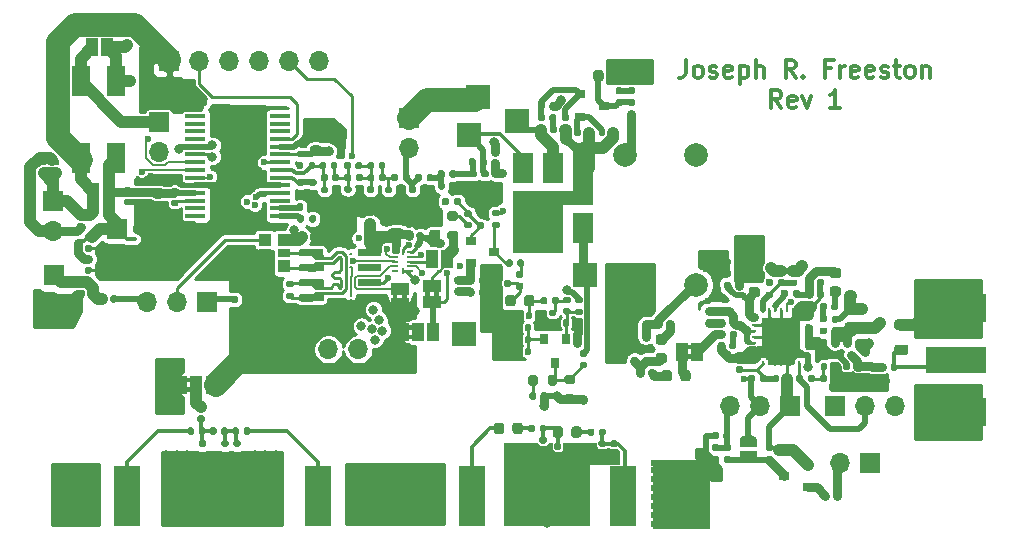
<source format=gbr>
G04 #@! TF.GenerationSoftware,KiCad,Pcbnew,5.99.0+really5.1.10+dfsg1-1*
G04 #@! TF.CreationDate,2022-01-09T21:41:06-05:00*
G04 #@! TF.ProjectId,radio,72616469-6f2e-46b6-9963-61645f706362,rev?*
G04 #@! TF.SameCoordinates,Original*
G04 #@! TF.FileFunction,Copper,L1,Top*
G04 #@! TF.FilePolarity,Positive*
%FSLAX46Y46*%
G04 Gerber Fmt 4.6, Leading zero omitted, Abs format (unit mm)*
G04 Created by KiCad (PCBNEW 5.99.0+really5.1.10+dfsg1-1) date 2022-01-09 21:41:06*
%MOMM*%
%LPD*%
G01*
G04 APERTURE LIST*
G04 #@! TA.AperFunction,NonConductor*
%ADD10C,0.300000*%
G04 #@! TD*
G04 #@! TA.AperFunction,EtchedComponent*
%ADD11C,0.100000*%
G04 #@! TD*
G04 #@! TA.AperFunction,SMDPad,CuDef*
%ADD12R,2.000000X2.000000*%
G04 #@! TD*
G04 #@! TA.AperFunction,SMDPad,CuDef*
%ADD13R,1.000000X1.500000*%
G04 #@! TD*
G04 #@! TA.AperFunction,SMDPad,CuDef*
%ADD14R,0.900000X0.800000*%
G04 #@! TD*
G04 #@! TA.AperFunction,ComponentPad*
%ADD15O,1.700000X1.700000*%
G04 #@! TD*
G04 #@! TA.AperFunction,ComponentPad*
%ADD16R,1.700000X1.700000*%
G04 #@! TD*
G04 #@! TA.AperFunction,SMDPad,CuDef*
%ADD17R,1.750000X0.450000*%
G04 #@! TD*
G04 #@! TA.AperFunction,SMDPad,CuDef*
%ADD18O,0.250000X0.500000*%
G04 #@! TD*
G04 #@! TA.AperFunction,SMDPad,CuDef*
%ADD19O,0.500000X0.250000*%
G04 #@! TD*
G04 #@! TA.AperFunction,SMDPad,CuDef*
%ADD20R,3.330000X3.330000*%
G04 #@! TD*
G04 #@! TA.AperFunction,SMDPad,CuDef*
%ADD21R,5.080000X2.413000*%
G04 #@! TD*
G04 #@! TA.AperFunction,SMDPad,CuDef*
%ADD22R,5.080000X2.286000*%
G04 #@! TD*
G04 #@! TA.AperFunction,SMDPad,CuDef*
%ADD23R,2.413000X5.080000*%
G04 #@! TD*
G04 #@! TA.AperFunction,SMDPad,CuDef*
%ADD24R,2.286000X5.080000*%
G04 #@! TD*
G04 #@! TA.AperFunction,SMDPad,CuDef*
%ADD25R,1.000000X0.650000*%
G04 #@! TD*
G04 #@! TA.AperFunction,SMDPad,CuDef*
%ADD26R,1.000000X1.050000*%
G04 #@! TD*
G04 #@! TA.AperFunction,SMDPad,CuDef*
%ADD27R,0.150000X0.250000*%
G04 #@! TD*
G04 #@! TA.AperFunction,SMDPad,CuDef*
%ADD28R,0.200000X0.600000*%
G04 #@! TD*
G04 #@! TA.AperFunction,SMDPad,CuDef*
%ADD29R,0.600000X0.200000*%
G04 #@! TD*
G04 #@! TA.AperFunction,SMDPad,CuDef*
%ADD30R,4.191000X5.334000*%
G04 #@! TD*
G04 #@! TA.AperFunction,SMDPad,CuDef*
%ADD31R,1.651000X2.540000*%
G04 #@! TD*
G04 #@! TA.AperFunction,ComponentPad*
%ADD32C,1.016000*%
G04 #@! TD*
G04 #@! TA.AperFunction,SMDPad,CuDef*
%ADD33R,1.651000X5.334000*%
G04 #@! TD*
G04 #@! TA.AperFunction,SMDPad,CuDef*
%ADD34R,6.731000X1.270000*%
G04 #@! TD*
G04 #@! TA.AperFunction,ComponentPad*
%ADD35C,2.000000*%
G04 #@! TD*
G04 #@! TA.AperFunction,SMDPad,CuDef*
%ADD36R,0.800000X0.900000*%
G04 #@! TD*
G04 #@! TA.AperFunction,SMDPad,CuDef*
%ADD37R,1.500000X1.000000*%
G04 #@! TD*
G04 #@! TA.AperFunction,SMDPad,CuDef*
%ADD38C,0.100000*%
G04 #@! TD*
G04 #@! TA.AperFunction,SMDPad,CuDef*
%ADD39R,1.500000X2.500000*%
G04 #@! TD*
G04 #@! TA.AperFunction,ViaPad*
%ADD40C,0.600000*%
G04 #@! TD*
G04 #@! TA.AperFunction,ViaPad*
%ADD41C,0.800000*%
G04 #@! TD*
G04 #@! TA.AperFunction,Conductor*
%ADD42C,0.180000*%
G04 #@! TD*
G04 #@! TA.AperFunction,Conductor*
%ADD43C,1.000000*%
G04 #@! TD*
G04 #@! TA.AperFunction,Conductor*
%ADD44C,0.500000*%
G04 #@! TD*
G04 #@! TA.AperFunction,Conductor*
%ADD45C,0.250000*%
G04 #@! TD*
G04 #@! TA.AperFunction,Conductor*
%ADD46C,0.750000*%
G04 #@! TD*
G04 #@! TA.AperFunction,Conductor*
%ADD47C,0.200000*%
G04 #@! TD*
G04 #@! TA.AperFunction,Conductor*
%ADD48C,2.000000*%
G04 #@! TD*
G04 #@! TA.AperFunction,Conductor*
%ADD49C,0.350000*%
G04 #@! TD*
G04 #@! TA.AperFunction,Conductor*
%ADD50C,0.254000*%
G04 #@! TD*
G04 #@! TA.AperFunction,Conductor*
%ADD51C,0.100000*%
G04 #@! TD*
G04 #@! TA.AperFunction,Conductor*
%ADD52C,0.025400*%
G04 #@! TD*
G04 APERTURE END LIST*
D10*
X178614857Y-80707571D02*
X178614857Y-81779000D01*
X178543428Y-81993285D01*
X178400571Y-82136142D01*
X178186285Y-82207571D01*
X178043428Y-82207571D01*
X179543428Y-82207571D02*
X179400571Y-82136142D01*
X179329142Y-82064714D01*
X179257714Y-81921857D01*
X179257714Y-81493285D01*
X179329142Y-81350428D01*
X179400571Y-81279000D01*
X179543428Y-81207571D01*
X179757714Y-81207571D01*
X179900571Y-81279000D01*
X179972000Y-81350428D01*
X180043428Y-81493285D01*
X180043428Y-81921857D01*
X179972000Y-82064714D01*
X179900571Y-82136142D01*
X179757714Y-82207571D01*
X179543428Y-82207571D01*
X180614857Y-82136142D02*
X180757714Y-82207571D01*
X181043428Y-82207571D01*
X181186285Y-82136142D01*
X181257714Y-81993285D01*
X181257714Y-81921857D01*
X181186285Y-81779000D01*
X181043428Y-81707571D01*
X180829142Y-81707571D01*
X180686285Y-81636142D01*
X180614857Y-81493285D01*
X180614857Y-81421857D01*
X180686285Y-81279000D01*
X180829142Y-81207571D01*
X181043428Y-81207571D01*
X181186285Y-81279000D01*
X182472000Y-82136142D02*
X182329142Y-82207571D01*
X182043428Y-82207571D01*
X181900571Y-82136142D01*
X181829142Y-81993285D01*
X181829142Y-81421857D01*
X181900571Y-81279000D01*
X182043428Y-81207571D01*
X182329142Y-81207571D01*
X182472000Y-81279000D01*
X182543428Y-81421857D01*
X182543428Y-81564714D01*
X181829142Y-81707571D01*
X183186285Y-81207571D02*
X183186285Y-82707571D01*
X183186285Y-81279000D02*
X183329142Y-81207571D01*
X183614857Y-81207571D01*
X183757714Y-81279000D01*
X183829142Y-81350428D01*
X183900571Y-81493285D01*
X183900571Y-81921857D01*
X183829142Y-82064714D01*
X183757714Y-82136142D01*
X183614857Y-82207571D01*
X183329142Y-82207571D01*
X183186285Y-82136142D01*
X184543428Y-82207571D02*
X184543428Y-80707571D01*
X185186285Y-82207571D02*
X185186285Y-81421857D01*
X185114857Y-81279000D01*
X184972000Y-81207571D01*
X184757714Y-81207571D01*
X184614857Y-81279000D01*
X184543428Y-81350428D01*
X187900571Y-82207571D02*
X187400571Y-81493285D01*
X187043428Y-82207571D02*
X187043428Y-80707571D01*
X187614857Y-80707571D01*
X187757714Y-80779000D01*
X187829142Y-80850428D01*
X187900571Y-80993285D01*
X187900571Y-81207571D01*
X187829142Y-81350428D01*
X187757714Y-81421857D01*
X187614857Y-81493285D01*
X187043428Y-81493285D01*
X188543428Y-82064714D02*
X188614857Y-82136142D01*
X188543428Y-82207571D01*
X188472000Y-82136142D01*
X188543428Y-82064714D01*
X188543428Y-82207571D01*
X190900571Y-81421857D02*
X190400571Y-81421857D01*
X190400571Y-82207571D02*
X190400571Y-80707571D01*
X191114857Y-80707571D01*
X191686285Y-82207571D02*
X191686285Y-81207571D01*
X191686285Y-81493285D02*
X191757714Y-81350428D01*
X191829142Y-81279000D01*
X191972000Y-81207571D01*
X192114857Y-81207571D01*
X193186285Y-82136142D02*
X193043428Y-82207571D01*
X192757714Y-82207571D01*
X192614857Y-82136142D01*
X192543428Y-81993285D01*
X192543428Y-81421857D01*
X192614857Y-81279000D01*
X192757714Y-81207571D01*
X193043428Y-81207571D01*
X193186285Y-81279000D01*
X193257714Y-81421857D01*
X193257714Y-81564714D01*
X192543428Y-81707571D01*
X194472000Y-82136142D02*
X194329142Y-82207571D01*
X194043428Y-82207571D01*
X193900571Y-82136142D01*
X193829142Y-81993285D01*
X193829142Y-81421857D01*
X193900571Y-81279000D01*
X194043428Y-81207571D01*
X194329142Y-81207571D01*
X194472000Y-81279000D01*
X194543428Y-81421857D01*
X194543428Y-81564714D01*
X193829142Y-81707571D01*
X195114857Y-82136142D02*
X195257714Y-82207571D01*
X195543428Y-82207571D01*
X195686285Y-82136142D01*
X195757714Y-81993285D01*
X195757714Y-81921857D01*
X195686285Y-81779000D01*
X195543428Y-81707571D01*
X195329142Y-81707571D01*
X195186285Y-81636142D01*
X195114857Y-81493285D01*
X195114857Y-81421857D01*
X195186285Y-81279000D01*
X195329142Y-81207571D01*
X195543428Y-81207571D01*
X195686285Y-81279000D01*
X196186285Y-81207571D02*
X196757714Y-81207571D01*
X196400571Y-80707571D02*
X196400571Y-81993285D01*
X196472000Y-82136142D01*
X196614857Y-82207571D01*
X196757714Y-82207571D01*
X197472000Y-82207571D02*
X197329142Y-82136142D01*
X197257714Y-82064714D01*
X197186285Y-81921857D01*
X197186285Y-81493285D01*
X197257714Y-81350428D01*
X197329142Y-81279000D01*
X197472000Y-81207571D01*
X197686285Y-81207571D01*
X197829142Y-81279000D01*
X197900571Y-81350428D01*
X197972000Y-81493285D01*
X197972000Y-81921857D01*
X197900571Y-82064714D01*
X197829142Y-82136142D01*
X197686285Y-82207571D01*
X197472000Y-82207571D01*
X198614857Y-81207571D02*
X198614857Y-82207571D01*
X198614857Y-81350428D02*
X198686285Y-81279000D01*
X198829142Y-81207571D01*
X199043428Y-81207571D01*
X199186285Y-81279000D01*
X199257714Y-81421857D01*
X199257714Y-82207571D01*
X186686285Y-84757571D02*
X186186285Y-84043285D01*
X185829142Y-84757571D02*
X185829142Y-83257571D01*
X186400571Y-83257571D01*
X186543428Y-83329000D01*
X186614857Y-83400428D01*
X186686285Y-83543285D01*
X186686285Y-83757571D01*
X186614857Y-83900428D01*
X186543428Y-83971857D01*
X186400571Y-84043285D01*
X185829142Y-84043285D01*
X187900571Y-84686142D02*
X187757714Y-84757571D01*
X187472000Y-84757571D01*
X187329142Y-84686142D01*
X187257714Y-84543285D01*
X187257714Y-83971857D01*
X187329142Y-83829000D01*
X187472000Y-83757571D01*
X187757714Y-83757571D01*
X187900571Y-83829000D01*
X187972000Y-83971857D01*
X187972000Y-84114714D01*
X187257714Y-84257571D01*
X188472000Y-83757571D02*
X188829142Y-84757571D01*
X189186285Y-83757571D01*
X191686285Y-84757571D02*
X190829142Y-84757571D01*
X191257714Y-84757571D02*
X191257714Y-83257571D01*
X191114857Y-83471857D01*
X190972000Y-83614714D01*
X190829142Y-83686142D01*
D11*
G04 #@! TO.C,JP13*
G36*
X136260000Y-108404000D02*
G01*
X136760000Y-108404000D01*
X136760000Y-108804000D01*
X136260000Y-108804000D01*
X136260000Y-108404000D01*
G37*
G36*
X136260000Y-107604000D02*
G01*
X136760000Y-107604000D01*
X136760000Y-108004000D01*
X136260000Y-108004000D01*
X136260000Y-107604000D01*
G37*
G04 #@! TO.C,JP12*
G36*
X178678000Y-104810000D02*
G01*
X179178000Y-104810000D01*
X179178000Y-105210000D01*
X178678000Y-105210000D01*
X178678000Y-104810000D01*
G37*
G36*
X178678000Y-105610000D02*
G01*
X179178000Y-105610000D01*
X179178000Y-106010000D01*
X178678000Y-106010000D01*
X178678000Y-105610000D01*
G37*
G04 #@! TO.C,JP9*
G36*
X157299000Y-100785500D02*
G01*
X157299000Y-100285500D01*
X157699000Y-100285500D01*
X157699000Y-100785500D01*
X157299000Y-100785500D01*
G37*
G36*
X156499000Y-100785500D02*
G01*
X156499000Y-100285500D01*
X156899000Y-100285500D01*
X156899000Y-100785500D01*
X156499000Y-100785500D01*
G37*
G04 #@! TO.C,JP6*
G36*
X154568500Y-100976000D02*
G01*
X154568500Y-100476000D01*
X154968500Y-100476000D01*
X154968500Y-100976000D01*
X154568500Y-100976000D01*
G37*
G36*
X153768500Y-100976000D02*
G01*
X153768500Y-100476000D01*
X154168500Y-100476000D01*
X154168500Y-100976000D01*
X153768500Y-100976000D01*
G37*
G04 #@! TO.C,JP5*
G36*
X155026000Y-103159000D02*
G01*
X155526000Y-103159000D01*
X155526000Y-103559000D01*
X155026000Y-103559000D01*
X155026000Y-103159000D01*
G37*
G36*
X155026000Y-103959000D02*
G01*
X155526000Y-103959000D01*
X155526000Y-104359000D01*
X155026000Y-104359000D01*
X155026000Y-103959000D01*
G37*
G04 #@! TD*
D12*
G04 #@! TO.P,TP5,1*
G04 #@! TO.N,GND*
X161036000Y-83820000D03*
G04 #@! TD*
D13*
G04 #@! TO.P,JP13,2*
G04 #@! TO.N,Net-(JP13-Pad2)*
X137160000Y-108204000D03*
G04 #@! TO.P,JP13,3*
G04 #@! TO.N,GND*
X138460000Y-108204000D03*
G04 #@! TO.P,JP13,1*
G04 #@! TO.N,/AVDD*
X135860000Y-108204000D03*
G04 #@! TD*
D14*
G04 #@! TO.P,Q4,3*
G04 #@! TO.N,Net-(JP3-Pad1)*
X186944000Y-115951000D03*
G04 #@! TO.P,Q4,2*
G04 #@! TO.N,GND*
X188944000Y-115001000D03*
G04 #@! TO.P,Q4,1*
G04 #@! TO.N,Net-(Q4-Pad1)*
X188944000Y-116901000D03*
G04 #@! TD*
G04 #@! TO.P,R40,2*
G04 #@! TO.N,Net-(Q4-Pad1)*
G04 #@! TA.AperFunction,SMDPad,CuDef*
G36*
G01*
X190641000Y-117417000D02*
X190641000Y-117787000D01*
G75*
G02*
X190506000Y-117922000I-135000J0D01*
G01*
X190236000Y-117922000D01*
G75*
G02*
X190101000Y-117787000I0J135000D01*
G01*
X190101000Y-117417000D01*
G75*
G02*
X190236000Y-117282000I135000J0D01*
G01*
X190506000Y-117282000D01*
G75*
G02*
X190641000Y-117417000I0J-135000D01*
G01*
G37*
G04 #@! TD.AperFunction*
G04 #@! TO.P,R40,1*
G04 #@! TO.N,Net-(J12-Pad2)*
G04 #@! TA.AperFunction,SMDPad,CuDef*
G36*
G01*
X191661000Y-117417000D02*
X191661000Y-117787000D01*
G75*
G02*
X191526000Y-117922000I-135000J0D01*
G01*
X191256000Y-117922000D01*
G75*
G02*
X191121000Y-117787000I0J135000D01*
G01*
X191121000Y-117417000D01*
G75*
G02*
X191256000Y-117282000I135000J0D01*
G01*
X191526000Y-117282000D01*
G75*
G02*
X191661000Y-117417000I0J-135000D01*
G01*
G37*
G04 #@! TD.AperFunction*
G04 #@! TD*
G04 #@! TO.P,L29,2*
G04 #@! TO.N,GND*
G04 #@! TA.AperFunction,SMDPad,CuDef*
G36*
G01*
X197231250Y-103561500D02*
X196468750Y-103561500D01*
G75*
G02*
X196250000Y-103342750I0J218750D01*
G01*
X196250000Y-102905250D01*
G75*
G02*
X196468750Y-102686500I218750J0D01*
G01*
X197231250Y-102686500D01*
G75*
G02*
X197450000Y-102905250I0J-218750D01*
G01*
X197450000Y-103342750D01*
G75*
G02*
X197231250Y-103561500I-218750J0D01*
G01*
G37*
G04 #@! TD.AperFunction*
G04 #@! TO.P,L29,1*
G04 #@! TO.N,Net-(C32-Pad1)*
G04 #@! TA.AperFunction,SMDPad,CuDef*
G36*
G01*
X197231250Y-105686500D02*
X196468750Y-105686500D01*
G75*
G02*
X196250000Y-105467750I0J218750D01*
G01*
X196250000Y-105030250D01*
G75*
G02*
X196468750Y-104811500I218750J0D01*
G01*
X197231250Y-104811500D01*
G75*
G02*
X197450000Y-105030250I0J-218750D01*
G01*
X197450000Y-105467750D01*
G75*
G02*
X197231250Y-105686500I-218750J0D01*
G01*
G37*
G04 #@! TD.AperFunction*
G04 #@! TD*
D15*
G04 #@! TO.P,J12,2*
G04 #@! TO.N,Net-(J12-Pad2)*
X191643000Y-114808000D03*
D16*
G04 #@! TO.P,J12,1*
G04 #@! TO.N,GND*
X194183000Y-114808000D03*
G04 #@! TD*
G04 #@! TO.P,C73,2*
G04 #@! TO.N,GNDD*
G04 #@! TA.AperFunction,SMDPad,CuDef*
G36*
G01*
X125417400Y-89639800D02*
X125077400Y-89639800D01*
G75*
G02*
X124937400Y-89499800I0J140000D01*
G01*
X124937400Y-89219800D01*
G75*
G02*
X125077400Y-89079800I140000J0D01*
G01*
X125417400Y-89079800D01*
G75*
G02*
X125557400Y-89219800I0J-140000D01*
G01*
X125557400Y-89499800D01*
G75*
G02*
X125417400Y-89639800I-140000J0D01*
G01*
G37*
G04 #@! TD.AperFunction*
G04 #@! TO.P,C73,1*
G04 #@! TO.N,+5V*
G04 #@! TA.AperFunction,SMDPad,CuDef*
G36*
G01*
X125417400Y-90599800D02*
X125077400Y-90599800D01*
G75*
G02*
X124937400Y-90459800I0J140000D01*
G01*
X124937400Y-90179800D01*
G75*
G02*
X125077400Y-90039800I140000J0D01*
G01*
X125417400Y-90039800D01*
G75*
G02*
X125557400Y-90179800I0J-140000D01*
G01*
X125557400Y-90459800D01*
G75*
G02*
X125417400Y-90599800I-140000J0D01*
G01*
G37*
G04 #@! TD.AperFunction*
G04 #@! TD*
G04 #@! TO.P,C72,2*
G04 #@! TO.N,GND*
G04 #@! TA.AperFunction,SMDPad,CuDef*
G36*
G01*
X127846000Y-96389800D02*
X128186000Y-96389800D01*
G75*
G02*
X128326000Y-96529800I0J-140000D01*
G01*
X128326000Y-96809800D01*
G75*
G02*
X128186000Y-96949800I-140000J0D01*
G01*
X127846000Y-96949800D01*
G75*
G02*
X127706000Y-96809800I0J140000D01*
G01*
X127706000Y-96529800D01*
G75*
G02*
X127846000Y-96389800I140000J0D01*
G01*
G37*
G04 #@! TD.AperFunction*
G04 #@! TO.P,C72,1*
G04 #@! TO.N,/AVDD*
G04 #@! TA.AperFunction,SMDPad,CuDef*
G36*
G01*
X127846000Y-95429800D02*
X128186000Y-95429800D01*
G75*
G02*
X128326000Y-95569800I0J-140000D01*
G01*
X128326000Y-95849800D01*
G75*
G02*
X128186000Y-95989800I-140000J0D01*
G01*
X127846000Y-95989800D01*
G75*
G02*
X127706000Y-95849800I0J140000D01*
G01*
X127706000Y-95569800D01*
G75*
G02*
X127846000Y-95429800I140000J0D01*
G01*
G37*
G04 #@! TD.AperFunction*
G04 #@! TD*
G04 #@! TO.P,C71,2*
G04 #@! TO.N,GNDD*
G04 #@! TA.AperFunction,SMDPad,CuDef*
G36*
G01*
X124401400Y-89617000D02*
X124061400Y-89617000D01*
G75*
G02*
X123921400Y-89477000I0J140000D01*
G01*
X123921400Y-89197000D01*
G75*
G02*
X124061400Y-89057000I140000J0D01*
G01*
X124401400Y-89057000D01*
G75*
G02*
X124541400Y-89197000I0J-140000D01*
G01*
X124541400Y-89477000D01*
G75*
G02*
X124401400Y-89617000I-140000J0D01*
G01*
G37*
G04 #@! TD.AperFunction*
G04 #@! TO.P,C71,1*
G04 #@! TO.N,+5V*
G04 #@! TA.AperFunction,SMDPad,CuDef*
G36*
G01*
X124401400Y-90577000D02*
X124061400Y-90577000D01*
G75*
G02*
X123921400Y-90437000I0J140000D01*
G01*
X123921400Y-90157000D01*
G75*
G02*
X124061400Y-90017000I140000J0D01*
G01*
X124401400Y-90017000D01*
G75*
G02*
X124541400Y-90157000I0J-140000D01*
G01*
X124541400Y-90437000D01*
G75*
G02*
X124401400Y-90577000I-140000J0D01*
G01*
G37*
G04 #@! TD.AperFunction*
G04 #@! TD*
G04 #@! TO.P,C70,2*
G04 #@! TO.N,GND*
G04 #@! TA.AperFunction,SMDPad,CuDef*
G36*
G01*
X127846000Y-98244000D02*
X128186000Y-98244000D01*
G75*
G02*
X128326000Y-98384000I0J-140000D01*
G01*
X128326000Y-98664000D01*
G75*
G02*
X128186000Y-98804000I-140000J0D01*
G01*
X127846000Y-98804000D01*
G75*
G02*
X127706000Y-98664000I0J140000D01*
G01*
X127706000Y-98384000D01*
G75*
G02*
X127846000Y-98244000I140000J0D01*
G01*
G37*
G04 #@! TD.AperFunction*
G04 #@! TO.P,C70,1*
G04 #@! TO.N,/AVDD*
G04 #@! TA.AperFunction,SMDPad,CuDef*
G36*
G01*
X127846000Y-97284000D02*
X128186000Y-97284000D01*
G75*
G02*
X128326000Y-97424000I0J-140000D01*
G01*
X128326000Y-97704000D01*
G75*
G02*
X128186000Y-97844000I-140000J0D01*
G01*
X127846000Y-97844000D01*
G75*
G02*
X127706000Y-97704000I0J140000D01*
G01*
X127706000Y-97424000D01*
G75*
G02*
X127846000Y-97284000I140000J0D01*
G01*
G37*
G04 #@! TD.AperFunction*
G04 #@! TD*
G04 #@! TO.P,R18,2*
G04 #@! TO.N,GND*
G04 #@! TA.AperFunction,SMDPad,CuDef*
G36*
G01*
X146191000Y-89477000D02*
X146191000Y-89847000D01*
G75*
G02*
X146056000Y-89982000I-135000J0D01*
G01*
X145786000Y-89982000D01*
G75*
G02*
X145651000Y-89847000I0J135000D01*
G01*
X145651000Y-89477000D01*
G75*
G02*
X145786000Y-89342000I135000J0D01*
G01*
X146056000Y-89342000D01*
G75*
G02*
X146191000Y-89477000I0J-135000D01*
G01*
G37*
G04 #@! TD.AperFunction*
G04 #@! TO.P,R18,1*
G04 #@! TO.N,Net-(C46-Pad2)*
G04 #@! TA.AperFunction,SMDPad,CuDef*
G36*
G01*
X147211000Y-89477000D02*
X147211000Y-89847000D01*
G75*
G02*
X147076000Y-89982000I-135000J0D01*
G01*
X146806000Y-89982000D01*
G75*
G02*
X146671000Y-89847000I0J135000D01*
G01*
X146671000Y-89477000D01*
G75*
G02*
X146806000Y-89342000I135000J0D01*
G01*
X147076000Y-89342000D01*
G75*
G02*
X147211000Y-89477000I0J-135000D01*
G01*
G37*
G04 #@! TD.AperFunction*
G04 #@! TD*
G04 #@! TO.P,L16,2*
G04 #@! TO.N,Net-(C32-Pad2)*
G04 #@! TA.AperFunction,SMDPad,CuDef*
G36*
G01*
X192315600Y-105887300D02*
X192315600Y-105542300D01*
G75*
G02*
X192463100Y-105394800I147500J0D01*
G01*
X192758100Y-105394800D01*
G75*
G02*
X192905600Y-105542300I0J-147500D01*
G01*
X192905600Y-105887300D01*
G75*
G02*
X192758100Y-106034800I-147500J0D01*
G01*
X192463100Y-106034800D01*
G75*
G02*
X192315600Y-105887300I0J147500D01*
G01*
G37*
G04 #@! TD.AperFunction*
G04 #@! TO.P,L16,1*
G04 #@! TO.N,Net-(C34-Pad1)*
G04 #@! TA.AperFunction,SMDPad,CuDef*
G36*
G01*
X191345600Y-105887300D02*
X191345600Y-105542300D01*
G75*
G02*
X191493100Y-105394800I147500J0D01*
G01*
X191788100Y-105394800D01*
G75*
G02*
X191935600Y-105542300I0J-147500D01*
G01*
X191935600Y-105887300D01*
G75*
G02*
X191788100Y-106034800I-147500J0D01*
G01*
X191493100Y-106034800D01*
G75*
G02*
X191345600Y-105887300I0J147500D01*
G01*
G37*
G04 #@! TD.AperFunction*
G04 #@! TD*
G04 #@! TO.P,C35,2*
G04 #@! TO.N,GND*
G04 #@! TA.AperFunction,SMDPad,CuDef*
G36*
G01*
X193073200Y-107360000D02*
X193413200Y-107360000D01*
G75*
G02*
X193553200Y-107500000I0J-140000D01*
G01*
X193553200Y-107780000D01*
G75*
G02*
X193413200Y-107920000I-140000J0D01*
G01*
X193073200Y-107920000D01*
G75*
G02*
X192933200Y-107780000I0J140000D01*
G01*
X192933200Y-107500000D01*
G75*
G02*
X193073200Y-107360000I140000J0D01*
G01*
G37*
G04 #@! TD.AperFunction*
G04 #@! TO.P,C35,1*
G04 #@! TO.N,Net-(C32-Pad2)*
G04 #@! TA.AperFunction,SMDPad,CuDef*
G36*
G01*
X193073200Y-106400000D02*
X193413200Y-106400000D01*
G75*
G02*
X193553200Y-106540000I0J-140000D01*
G01*
X193553200Y-106820000D01*
G75*
G02*
X193413200Y-106960000I-140000J0D01*
G01*
X193073200Y-106960000D01*
G75*
G02*
X192933200Y-106820000I0J140000D01*
G01*
X192933200Y-106540000D01*
G75*
G02*
X193073200Y-106400000I140000J0D01*
G01*
G37*
G04 #@! TD.AperFunction*
G04 #@! TD*
G04 #@! TO.P,C36,2*
G04 #@! TO.N,GND*
G04 #@! TA.AperFunction,SMDPad,CuDef*
G36*
G01*
X194089200Y-107337200D02*
X194429200Y-107337200D01*
G75*
G02*
X194569200Y-107477200I0J-140000D01*
G01*
X194569200Y-107757200D01*
G75*
G02*
X194429200Y-107897200I-140000J0D01*
G01*
X194089200Y-107897200D01*
G75*
G02*
X193949200Y-107757200I0J140000D01*
G01*
X193949200Y-107477200D01*
G75*
G02*
X194089200Y-107337200I140000J0D01*
G01*
G37*
G04 #@! TD.AperFunction*
G04 #@! TO.P,C36,1*
G04 #@! TO.N,Net-(C32-Pad2)*
G04 #@! TA.AperFunction,SMDPad,CuDef*
G36*
G01*
X194089200Y-106377200D02*
X194429200Y-106377200D01*
G75*
G02*
X194569200Y-106517200I0J-140000D01*
G01*
X194569200Y-106797200D01*
G75*
G02*
X194429200Y-106937200I-140000J0D01*
G01*
X194089200Y-106937200D01*
G75*
G02*
X193949200Y-106797200I0J140000D01*
G01*
X193949200Y-106517200D01*
G75*
G02*
X194089200Y-106377200I140000J0D01*
G01*
G37*
G04 #@! TD.AperFunction*
G04 #@! TD*
G04 #@! TO.P,C32,2*
G04 #@! TO.N,Net-(C32-Pad2)*
G04 #@! TA.AperFunction,SMDPad,CuDef*
G36*
G01*
X195532400Y-106560800D02*
X195532400Y-106900800D01*
G75*
G02*
X195392400Y-107040800I-140000J0D01*
G01*
X195112400Y-107040800D01*
G75*
G02*
X194972400Y-106900800I0J140000D01*
G01*
X194972400Y-106560800D01*
G75*
G02*
X195112400Y-106420800I140000J0D01*
G01*
X195392400Y-106420800D01*
G75*
G02*
X195532400Y-106560800I0J-140000D01*
G01*
G37*
G04 #@! TD.AperFunction*
G04 #@! TO.P,C32,1*
G04 #@! TO.N,Net-(C32-Pad1)*
G04 #@! TA.AperFunction,SMDPad,CuDef*
G36*
G01*
X196492400Y-106560800D02*
X196492400Y-106900800D01*
G75*
G02*
X196352400Y-107040800I-140000J0D01*
G01*
X196072400Y-107040800D01*
G75*
G02*
X195932400Y-106900800I0J140000D01*
G01*
X195932400Y-106560800D01*
G75*
G02*
X196072400Y-106420800I140000J0D01*
G01*
X196352400Y-106420800D01*
G75*
G02*
X196492400Y-106560800I0J-140000D01*
G01*
G37*
G04 #@! TD.AperFunction*
G04 #@! TD*
G04 #@! TO.P,C34,2*
G04 #@! TO.N,GND*
G04 #@! TA.AperFunction,SMDPad,CuDef*
G36*
G01*
X192057200Y-107360000D02*
X192397200Y-107360000D01*
G75*
G02*
X192537200Y-107500000I0J-140000D01*
G01*
X192537200Y-107780000D01*
G75*
G02*
X192397200Y-107920000I-140000J0D01*
G01*
X192057200Y-107920000D01*
G75*
G02*
X191917200Y-107780000I0J140000D01*
G01*
X191917200Y-107500000D01*
G75*
G02*
X192057200Y-107360000I140000J0D01*
G01*
G37*
G04 #@! TD.AperFunction*
G04 #@! TO.P,C34,1*
G04 #@! TO.N,Net-(C34-Pad1)*
G04 #@! TA.AperFunction,SMDPad,CuDef*
G36*
G01*
X192057200Y-106400000D02*
X192397200Y-106400000D01*
G75*
G02*
X192537200Y-106540000I0J-140000D01*
G01*
X192537200Y-106820000D01*
G75*
G02*
X192397200Y-106960000I-140000J0D01*
G01*
X192057200Y-106960000D01*
G75*
G02*
X191917200Y-106820000I0J140000D01*
G01*
X191917200Y-106540000D01*
G75*
G02*
X192057200Y-106400000I140000J0D01*
G01*
G37*
G04 #@! TD.AperFunction*
G04 #@! TD*
G04 #@! TO.P,L24,2*
G04 #@! TO.N,Net-(L24-Pad2)*
G04 #@! TA.AperFunction,SMDPad,CuDef*
G36*
G01*
X162285900Y-89140800D02*
X162630900Y-89140800D01*
G75*
G02*
X162778400Y-89288300I0J-147500D01*
G01*
X162778400Y-89583300D01*
G75*
G02*
X162630900Y-89730800I-147500J0D01*
G01*
X162285900Y-89730800D01*
G75*
G02*
X162138400Y-89583300I0J147500D01*
G01*
X162138400Y-89288300D01*
G75*
G02*
X162285900Y-89140800I147500J0D01*
G01*
G37*
G04 #@! TD.AperFunction*
G04 #@! TO.P,L24,1*
G04 #@! TO.N,/AVDD*
G04 #@! TA.AperFunction,SMDPad,CuDef*
G36*
G01*
X162285900Y-88170800D02*
X162630900Y-88170800D01*
G75*
G02*
X162778400Y-88318300I0J-147500D01*
G01*
X162778400Y-88613300D01*
G75*
G02*
X162630900Y-88760800I-147500J0D01*
G01*
X162285900Y-88760800D01*
G75*
G02*
X162138400Y-88613300I0J147500D01*
G01*
X162138400Y-88318300D01*
G75*
G02*
X162285900Y-88170800I147500J0D01*
G01*
G37*
G04 #@! TD.AperFunction*
G04 #@! TD*
G04 #@! TO.P,C21,2*
G04 #@! TO.N,GND*
G04 #@! TA.AperFunction,SMDPad,CuDef*
G36*
G01*
X182408160Y-97653020D02*
X182408160Y-97993020D01*
G75*
G02*
X182268160Y-98133020I-140000J0D01*
G01*
X181988160Y-98133020D01*
G75*
G02*
X181848160Y-97993020I0J140000D01*
G01*
X181848160Y-97653020D01*
G75*
G02*
X181988160Y-97513020I140000J0D01*
G01*
X182268160Y-97513020D01*
G75*
G02*
X182408160Y-97653020I0J-140000D01*
G01*
G37*
G04 #@! TD.AperFunction*
G04 #@! TO.P,C21,1*
G04 #@! TO.N,/AVDD*
G04 #@! TA.AperFunction,SMDPad,CuDef*
G36*
G01*
X183368160Y-97653020D02*
X183368160Y-97993020D01*
G75*
G02*
X183228160Y-98133020I-140000J0D01*
G01*
X182948160Y-98133020D01*
G75*
G02*
X182808160Y-97993020I0J140000D01*
G01*
X182808160Y-97653020D01*
G75*
G02*
X182948160Y-97513020I140000J0D01*
G01*
X183228160Y-97513020D01*
G75*
G02*
X183368160Y-97653020I0J-140000D01*
G01*
G37*
G04 #@! TD.AperFunction*
G04 #@! TD*
D17*
G04 #@! TO.P,U4,28*
G04 #@! TO.N,Net-(U4-Pad28)*
X144272000Y-85466500D03*
G04 #@! TO.P,U4,27*
G04 #@! TO.N,Net-(U4-Pad27)*
X144272000Y-86116500D03*
G04 #@! TO.P,U4,26*
G04 #@! TO.N,Net-(U4-Pad26)*
X144272000Y-86766500D03*
G04 #@! TO.P,U4,25*
G04 #@! TO.N,/D7*
X144272000Y-87416500D03*
G04 #@! TO.P,U4,24*
G04 #@! TO.N,GNDD*
X144272000Y-88066500D03*
G04 #@! TO.P,U4,23*
G04 #@! TO.N,+5V*
X144272000Y-88716500D03*
G04 #@! TO.P,U4,22*
G04 #@! TO.N,/RESET*
X144272000Y-89366500D03*
G04 #@! TO.P,U4,21*
G04 #@! TO.N,Net-(C46-Pad2)*
X144272000Y-90016500D03*
G04 #@! TO.P,U4,20*
G04 #@! TO.N,Net-(R19-Pad2)*
X144272000Y-90666500D03*
G04 #@! TO.P,U4,19*
G04 #@! TO.N,GND*
X144272000Y-91316500D03*
G04 #@! TO.P,U4,18*
G04 #@! TO.N,/AVDD*
X144272000Y-91966500D03*
G04 #@! TO.P,U4,17*
G04 #@! TO.N,Net-(U4-Pad17)*
X144272000Y-92616500D03*
G04 #@! TO.P,U4,16*
G04 #@! TO.N,Net-(R20-Pad2)*
X144272000Y-93266500D03*
G04 #@! TO.P,U4,15*
G04 #@! TO.N,Net-(R23-Pad2)*
X144272000Y-93916500D03*
G04 #@! TO.P,U4,14*
G04 #@! TO.N,Net-(U4-Pad14)*
X137072000Y-93916500D03*
G04 #@! TO.P,U4,13*
G04 #@! TO.N,Net-(U4-Pad13)*
X137072000Y-93266500D03*
G04 #@! TO.P,U4,12*
G04 #@! TO.N,Net-(R29-Pad1)*
X137072000Y-92616500D03*
G04 #@! TO.P,U4,11*
G04 #@! TO.N,/AVDD*
X137072000Y-91966500D03*
G04 #@! TO.P,U4,10*
G04 #@! TO.N,GND*
X137072000Y-91316500D03*
G04 #@! TO.P,U4,9*
G04 #@! TO.N,/CLKIN*
X137072000Y-90666500D03*
G04 #@! TO.P,U4,8*
G04 #@! TO.N,/FQ_UD*
X137072000Y-90016500D03*
G04 #@! TO.P,U4,7*
G04 #@! TO.N,/W_CLK*
X137072000Y-89366500D03*
G04 #@! TO.P,U4,6*
G04 #@! TO.N,+5V*
X137072000Y-88716500D03*
G04 #@! TO.P,U4,5*
G04 #@! TO.N,GNDD*
X137072000Y-88066500D03*
G04 #@! TO.P,U4,4*
G04 #@! TO.N,Net-(U4-Pad4)*
X137072000Y-87416500D03*
G04 #@! TO.P,U4,3*
G04 #@! TO.N,Net-(U4-Pad3)*
X137072000Y-86766500D03*
G04 #@! TO.P,U4,2*
G04 #@! TO.N,Net-(U4-Pad2)*
X137072000Y-86116500D03*
G04 #@! TO.P,U4,1*
G04 #@! TO.N,Net-(U4-Pad1)*
X137072000Y-85466500D03*
G04 #@! TD*
G04 #@! TO.P,U6,8*
G04 #@! TO.N,+3V3*
G04 #@! TA.AperFunction,SMDPad,CuDef*
G36*
G01*
X150830500Y-97286000D02*
X150830500Y-96770000D01*
G75*
G02*
X150872500Y-96728000I42000J0D01*
G01*
X152758500Y-96728000D01*
G75*
G02*
X152800500Y-96770000I0J-42000D01*
G01*
X152800500Y-97286000D01*
G75*
G02*
X152758500Y-97328000I-42000J0D01*
G01*
X150872500Y-97328000D01*
G75*
G02*
X150830500Y-97286000I0J42000D01*
G01*
G37*
G04 #@! TD.AperFunction*
G04 #@! TO.P,U6,7*
G04 #@! TO.N,/CMOSCLK1*
G04 #@! TA.AperFunction,SMDPad,CuDef*
G36*
G01*
X150830500Y-98556000D02*
X150830500Y-98040000D01*
G75*
G02*
X150872500Y-97998000I42000J0D01*
G01*
X152758500Y-97998000D01*
G75*
G02*
X152800500Y-98040000I0J-42000D01*
G01*
X152800500Y-98556000D01*
G75*
G02*
X152758500Y-98598000I-42000J0D01*
G01*
X150872500Y-98598000D01*
G75*
G02*
X150830500Y-98556000I0J42000D01*
G01*
G37*
G04 #@! TD.AperFunction*
G04 #@! TO.P,U6,6*
G04 #@! TO.N,/CMOSCLK2*
G04 #@! TA.AperFunction,SMDPad,CuDef*
G36*
G01*
X150830500Y-99826000D02*
X150830500Y-99310000D01*
G75*
G02*
X150872500Y-99268000I42000J0D01*
G01*
X152758500Y-99268000D01*
G75*
G02*
X152800500Y-99310000I0J-42000D01*
G01*
X152800500Y-99826000D01*
G75*
G02*
X152758500Y-99868000I-42000J0D01*
G01*
X150872500Y-99868000D01*
G75*
G02*
X150830500Y-99826000I0J42000D01*
G01*
G37*
G04 #@! TD.AperFunction*
G04 #@! TO.P,U6,5*
G04 #@! TO.N,GND*
G04 #@! TA.AperFunction,SMDPad,CuDef*
G36*
G01*
X150830500Y-101096000D02*
X150830500Y-100580000D01*
G75*
G02*
X150872500Y-100538000I42000J0D01*
G01*
X152758500Y-100538000D01*
G75*
G02*
X152800500Y-100580000I0J-42000D01*
G01*
X152800500Y-101096000D01*
G75*
G02*
X152758500Y-101138000I-42000J0D01*
G01*
X150872500Y-101138000D01*
G75*
G02*
X150830500Y-101096000I0J42000D01*
G01*
G37*
G04 #@! TD.AperFunction*
G04 #@! TO.P,U6,4*
G04 #@! TO.N,/clk_N*
G04 #@! TA.AperFunction,SMDPad,CuDef*
G36*
G01*
X145890500Y-101096000D02*
X145890500Y-100580000D01*
G75*
G02*
X145932500Y-100538000I42000J0D01*
G01*
X147818500Y-100538000D01*
G75*
G02*
X147860500Y-100580000I0J-42000D01*
G01*
X147860500Y-101096000D01*
G75*
G02*
X147818500Y-101138000I-42000J0D01*
G01*
X145932500Y-101138000D01*
G75*
G02*
X145890500Y-101096000I0J42000D01*
G01*
G37*
G04 #@! TD.AperFunction*
G04 #@! TO.P,U6,3*
G04 #@! TO.N,/clk_P*
G04 #@! TA.AperFunction,SMDPad,CuDef*
G36*
G01*
X145890500Y-99826000D02*
X145890500Y-99310000D01*
G75*
G02*
X145932500Y-99268000I42000J0D01*
G01*
X147818500Y-99268000D01*
G75*
G02*
X147860500Y-99310000I0J-42000D01*
G01*
X147860500Y-99826000D01*
G75*
G02*
X147818500Y-99868000I-42000J0D01*
G01*
X145932500Y-99868000D01*
G75*
G02*
X145890500Y-99826000I0J42000D01*
G01*
G37*
G04 #@! TD.AperFunction*
G04 #@! TO.P,U6,2*
G04 #@! TA.AperFunction,SMDPad,CuDef*
G36*
G01*
X145890500Y-98556000D02*
X145890500Y-98040000D01*
G75*
G02*
X145932500Y-97998000I42000J0D01*
G01*
X147818500Y-97998000D01*
G75*
G02*
X147860500Y-98040000I0J-42000D01*
G01*
X147860500Y-98556000D01*
G75*
G02*
X147818500Y-98598000I-42000J0D01*
G01*
X145932500Y-98598000D01*
G75*
G02*
X145890500Y-98556000I0J42000D01*
G01*
G37*
G04 #@! TD.AperFunction*
G04 #@! TO.P,U6,1*
G04 #@! TO.N,/clk_N*
G04 #@! TA.AperFunction,SMDPad,CuDef*
G36*
G01*
X145890500Y-97286000D02*
X145890500Y-96770000D01*
G75*
G02*
X145932500Y-96728000I42000J0D01*
G01*
X147818500Y-96728000D01*
G75*
G02*
X147860500Y-96770000I0J-42000D01*
G01*
X147860500Y-97286000D01*
G75*
G02*
X147818500Y-97328000I-42000J0D01*
G01*
X145932500Y-97328000D01*
G75*
G02*
X145890500Y-97286000I0J42000D01*
G01*
G37*
G04 #@! TD.AperFunction*
G04 #@! TD*
D18*
G04 #@! TO.P,U2,28*
G04 #@! TO.N,/Vgs2*
X185154000Y-101898000D03*
G04 #@! TO.P,U2,27*
G04 #@! TO.N,GND*
X185654000Y-101898000D03*
G04 #@! TO.P,U2,26*
G04 #@! TO.N,Net-(C29-Pad2)*
X186154000Y-101898000D03*
G04 #@! TO.P,U2,25*
G04 #@! TO.N,GND*
X186654000Y-101898000D03*
G04 #@! TO.P,U2,24*
G04 #@! TO.N,/Vgs3*
X187154000Y-101898000D03*
G04 #@! TO.P,U2,23*
G04 #@! TO.N,GND*
X187654000Y-101898000D03*
G04 #@! TO.P,U2,22*
X188154000Y-101898000D03*
D19*
G04 #@! TO.P,U2,21*
X188904000Y-102648000D03*
G04 #@! TO.P,U2,20*
G04 #@! TO.N,Net-(C34-Pad1)*
X188904000Y-103148000D03*
G04 #@! TO.P,U2,19*
X188904000Y-103648000D03*
G04 #@! TO.P,U2,18*
X188904000Y-104148000D03*
G04 #@! TO.P,U2,17*
X188904000Y-104648000D03*
G04 #@! TO.P,U2,16*
X188904000Y-105148000D03*
G04 #@! TO.P,U2,15*
G04 #@! TO.N,GND*
X188904000Y-105648000D03*
D18*
G04 #@! TO.P,U2,14*
G04 #@! TO.N,/Vbias*
X188154000Y-106398000D03*
G04 #@! TO.P,U2,13*
G04 #@! TO.N,GND*
X187654000Y-106398000D03*
G04 #@! TO.P,U2,12*
X187154000Y-106398000D03*
G04 #@! TO.P,U2,11*
X186654000Y-106398000D03*
G04 #@! TO.P,U2,10*
X186154000Y-106398000D03*
G04 #@! TO.P,U2,9*
X185654000Y-106398000D03*
G04 #@! TO.P,U2,8*
G04 #@! TO.N,/Vgs1*
X185154000Y-106398000D03*
D19*
G04 #@! TO.P,U2,7*
G04 #@! TO.N,GND*
X184404000Y-105648000D03*
G04 #@! TO.P,U2,6*
X184404000Y-105148000D03*
G04 #@! TO.P,U2,5*
G04 #@! TO.N,Net-(C33-Pad1)*
X184404000Y-104648000D03*
G04 #@! TO.P,U2,4*
G04 #@! TO.N,GND*
X184404000Y-104148000D03*
G04 #@! TO.P,U2,3*
G04 #@! TO.N,Net-(C33-Pad1)*
X184404000Y-103648000D03*
G04 #@! TO.P,U2,2*
G04 #@! TO.N,GND*
X184404000Y-103148000D03*
G04 #@! TO.P,U2,1*
G04 #@! TO.N,Net-(L9-Pad1)*
X184404000Y-102648000D03*
D20*
G04 #@! TO.P,U2,29*
G04 #@! TO.N,GND*
X186654000Y-104148000D03*
G04 #@! TD*
D12*
G04 #@! TO.P,TP4,1*
G04 #@! TO.N,/LO*
X170053000Y-98933000D03*
G04 #@! TD*
G04 #@! TO.P,TP3,1*
G04 #@! TO.N,Net-(R38-Pad2)*
X164338000Y-85852000D03*
G04 #@! TD*
G04 #@! TO.P,TP2,1*
G04 #@! TO.N,/IF*
X160223200Y-87071200D03*
G04 #@! TD*
D13*
G04 #@! TO.P,JP12,2*
G04 #@! TO.N,Net-(C31-Pad2)*
X179578000Y-105410000D03*
G04 #@! TO.P,JP12,1*
G04 #@! TO.N,Net-(JP12-Pad1)*
X178278000Y-105410000D03*
G04 #@! TD*
D21*
G04 #@! TO.P,J8,2*
G04 #@! TO.N,GND*
X201485500Y-110490000D03*
D22*
G04 #@! TO.P,J8,1*
G04 #@! TO.N,Net-(C32-Pad1)*
X201485500Y-106108500D03*
D21*
G04 #@! TO.P,J8,2*
G04 #@! TO.N,GND*
X201485500Y-101727000D03*
G04 #@! TD*
D23*
G04 #@! TO.P,J5,2*
G04 #@! TO.N,GND*
X151828500Y-117602000D03*
D24*
G04 #@! TO.P,J5,1*
G04 #@! TO.N,Net-(C8-Pad1)*
X147447000Y-117602000D03*
D23*
G04 #@! TO.P,J5,2*
G04 #@! TO.N,GND*
X143065500Y-117602000D03*
G04 #@! TD*
G04 #@! TO.P,J4,2*
G04 #@! TO.N,GND*
X126936500Y-117602000D03*
D24*
G04 #@! TO.P,J4,1*
G04 #@! TO.N,Net-(C7-Pad2)*
X131318000Y-117602000D03*
D23*
G04 #@! TO.P,J4,2*
G04 #@! TO.N,GND*
X135699500Y-117602000D03*
G04 #@! TD*
G04 #@! TO.P,J3,2*
G04 #@! TO.N,GND*
X164846000Y-117602000D03*
D24*
G04 #@! TO.P,J3,1*
G04 #@! TO.N,Net-(J3-Pad1)*
X160464500Y-117602000D03*
D23*
G04 #@! TO.P,J3,2*
G04 #@! TO.N,GND*
X156083000Y-117602000D03*
G04 #@! TD*
G04 #@! TO.P,J2,2*
G04 #@! TO.N,GND*
X177622200Y-117602000D03*
D24*
G04 #@! TO.P,J2,1*
G04 #@! TO.N,Net-(C2-Pad1)*
X173240700Y-117602000D03*
D23*
G04 #@! TO.P,J2,2*
G04 #@! TO.N,GND*
X168859200Y-117602000D03*
G04 #@! TD*
D25*
G04 #@! TO.P,U5,2*
G04 #@! TO.N,GND*
X142951400Y-97071400D03*
G04 #@! TO.P,U5,5*
G04 #@! TO.N,/clk_N*
X144551400Y-97071400D03*
D26*
G04 #@! TO.P,U5,3*
G04 #@! TO.N,GND*
X142951400Y-98196400D03*
G04 #@! TO.P,U5,4*
G04 #@! TO.N,/clk_P*
X144551400Y-98196400D03*
G04 #@! TO.P,U5,1*
G04 #@! TO.N,Net-(JP11-Pad2)*
X142951400Y-95946400D03*
G04 #@! TO.P,U5,6*
G04 #@! TO.N,+3V3*
X144551400Y-95946400D03*
G04 #@! TD*
D27*
G04 #@! TO.P,U3,1*
G04 #@! TO.N,+3V3*
X154197500Y-96815000D03*
D28*
G04 #@! TO.P,U3,12*
G04 #@! TO.N,Net-(JP4-Pad2)*
X154622500Y-96990000D03*
D29*
G04 #@! TO.P,U3,11*
G04 #@! TO.N,+5V*
X155272500Y-96990000D03*
G04 #@! TO.P,U3,10*
G04 #@! TO.N,/CLKIN*
X155272500Y-97390000D03*
G04 #@! TO.P,U3,9*
G04 #@! TO.N,/5vCMOSCLK*
X155272500Y-97790000D03*
G04 #@! TO.P,U3,8*
G04 #@! TO.N,Net-(TP1-Pad1)*
X155272500Y-98190000D03*
G04 #@! TO.P,U3,7*
G04 #@! TO.N,GND*
X155272500Y-98590000D03*
D28*
G04 #@! TO.P,U3,6*
X154622500Y-98590000D03*
D29*
G04 #@! TO.P,U3,5*
G04 #@! TO.N,Net-(U3-Pad5)*
X153972500Y-98590000D03*
G04 #@! TO.P,U3,4*
G04 #@! TO.N,Net-(JP6-Pad2)*
X153972500Y-98190000D03*
G04 #@! TO.P,U3,3*
G04 #@! TO.N,Net-(JP5-Pad2)*
X153972500Y-97790000D03*
G04 #@! TO.P,U3,2*
G04 #@! TO.N,/CMOSCLK1*
X153972500Y-97390000D03*
G04 #@! TO.P,U3,1*
G04 #@! TO.N,+3V3*
X153972500Y-96990000D03*
G04 #@! TD*
D30*
G04 #@! TO.P,U1,4*
G04 #@! TO.N,GND*
X166116000Y-94424500D03*
D31*
G04 #@! TO.P,U1,1*
X169926000Y-89852500D03*
G04 #@! TO.P,U1,2*
G04 #@! TO.N,Net-(R38-Pad2)*
X167386000Y-89852500D03*
G04 #@! TO.P,U1,3*
G04 #@! TO.N,/IF*
X164846000Y-89852500D03*
G04 #@! TO.P,U1,6*
G04 #@! TO.N,/LO*
X169926000Y-94932500D03*
G04 #@! TO.P,U1,5*
G04 #@! TO.N,GND*
X167386000Y-94932500D03*
G04 #@! TO.P,U1,4*
X164846000Y-94932500D03*
D32*
G04 #@! TO.P,U1,1*
X169926000Y-88201500D03*
G04 #@! TO.P,U1,5*
X167386000Y-96583500D03*
G04 #@! TO.P,U1,4*
X164846000Y-96583500D03*
D33*
G04 #@! TO.P,U1,1*
X169926000Y-90360500D03*
D32*
X169926000Y-92392500D03*
X168656000Y-92392500D03*
X167386000Y-92392500D03*
X166116000Y-92392500D03*
X164846000Y-92392500D03*
D34*
X167386000Y-92392500D03*
G04 #@! TD*
D12*
G04 #@! TO.P,TP1,1*
G04 #@! TO.N,Net-(TP1-Pad1)*
X159850000Y-103950000D03*
G04 #@! TD*
D35*
G04 #@! TO.P,T1,4*
G04 #@! TO.N,Net-(C23-Pad1)*
X179471840Y-99758500D03*
G04 #@! TO.P,T1,3*
G04 #@! TO.N,GND*
X179471840Y-88758500D03*
G04 #@! TO.P,T1,2*
X173471840Y-99758500D03*
G04 #@! TO.P,T1,1*
G04 #@! TO.N,Net-(C22-Pad1)*
X173471840Y-88758500D03*
G04 #@! TD*
G04 #@! TO.P,R39,2*
G04 #@! TO.N,Net-(R19-Pad2)*
G04 #@! TA.AperFunction,SMDPad,CuDef*
G36*
G01*
X146171500Y-91352400D02*
X145801500Y-91352400D01*
G75*
G02*
X145666500Y-91217400I0J135000D01*
G01*
X145666500Y-90947400D01*
G75*
G02*
X145801500Y-90812400I135000J0D01*
G01*
X146171500Y-90812400D01*
G75*
G02*
X146306500Y-90947400I0J-135000D01*
G01*
X146306500Y-91217400D01*
G75*
G02*
X146171500Y-91352400I-135000J0D01*
G01*
G37*
G04 #@! TD.AperFunction*
G04 #@! TO.P,R39,1*
G04 #@! TO.N,GND*
G04 #@! TA.AperFunction,SMDPad,CuDef*
G36*
G01*
X146171500Y-92372400D02*
X145801500Y-92372400D01*
G75*
G02*
X145666500Y-92237400I0J135000D01*
G01*
X145666500Y-91967400D01*
G75*
G02*
X145801500Y-91832400I135000J0D01*
G01*
X146171500Y-91832400D01*
G75*
G02*
X146306500Y-91967400I0J-135000D01*
G01*
X146306500Y-92237400D01*
G75*
G02*
X146171500Y-92372400I-135000J0D01*
G01*
G37*
G04 #@! TD.AperFunction*
G04 #@! TD*
G04 #@! TO.P,R38,2*
G04 #@! TO.N,Net-(R38-Pad2)*
G04 #@! TA.AperFunction,SMDPad,CuDef*
G36*
G01*
X166636000Y-86429000D02*
X166636000Y-86799000D01*
G75*
G02*
X166501000Y-86934000I-135000J0D01*
G01*
X166231000Y-86934000D01*
G75*
G02*
X166096000Y-86799000I0J135000D01*
G01*
X166096000Y-86429000D01*
G75*
G02*
X166231000Y-86294000I135000J0D01*
G01*
X166501000Y-86294000D01*
G75*
G02*
X166636000Y-86429000I0J-135000D01*
G01*
G37*
G04 #@! TD.AperFunction*
G04 #@! TO.P,R38,1*
G04 #@! TO.N,Net-(C28-Pad2)*
G04 #@! TA.AperFunction,SMDPad,CuDef*
G36*
G01*
X167656000Y-86429000D02*
X167656000Y-86799000D01*
G75*
G02*
X167521000Y-86934000I-135000J0D01*
G01*
X167251000Y-86934000D01*
G75*
G02*
X167116000Y-86799000I0J135000D01*
G01*
X167116000Y-86429000D01*
G75*
G02*
X167251000Y-86294000I135000J0D01*
G01*
X167521000Y-86294000D01*
G75*
G02*
X167656000Y-86429000I0J-135000D01*
G01*
G37*
G04 #@! TD.AperFunction*
G04 #@! TD*
G04 #@! TO.P,R37,2*
G04 #@! TO.N,Net-(JP11-Pad1)*
G04 #@! TA.AperFunction,SMDPad,CuDef*
G36*
G01*
X140679200Y-100805400D02*
X140679200Y-101175400D01*
G75*
G02*
X140544200Y-101310400I-135000J0D01*
G01*
X140274200Y-101310400D01*
G75*
G02*
X140139200Y-101175400I0J135000D01*
G01*
X140139200Y-100805400D01*
G75*
G02*
X140274200Y-100670400I135000J0D01*
G01*
X140544200Y-100670400D01*
G75*
G02*
X140679200Y-100805400I0J-135000D01*
G01*
G37*
G04 #@! TD.AperFunction*
G04 #@! TO.P,R37,1*
G04 #@! TO.N,GND*
G04 #@! TA.AperFunction,SMDPad,CuDef*
G36*
G01*
X141699200Y-100805400D02*
X141699200Y-101175400D01*
G75*
G02*
X141564200Y-101310400I-135000J0D01*
G01*
X141294200Y-101310400D01*
G75*
G02*
X141159200Y-101175400I0J135000D01*
G01*
X141159200Y-100805400D01*
G75*
G02*
X141294200Y-100670400I135000J0D01*
G01*
X141564200Y-100670400D01*
G75*
G02*
X141699200Y-100805400I0J-135000D01*
G01*
G37*
G04 #@! TD.AperFunction*
G04 #@! TD*
G04 #@! TO.P,R36,2*
G04 #@! TO.N,/clk_P*
G04 #@! TA.AperFunction,SMDPad,CuDef*
G36*
G01*
X145282500Y-99961000D02*
X144912500Y-99961000D01*
G75*
G02*
X144777500Y-99826000I0J135000D01*
G01*
X144777500Y-99556000D01*
G75*
G02*
X144912500Y-99421000I135000J0D01*
G01*
X145282500Y-99421000D01*
G75*
G02*
X145417500Y-99556000I0J-135000D01*
G01*
X145417500Y-99826000D01*
G75*
G02*
X145282500Y-99961000I-135000J0D01*
G01*
G37*
G04 #@! TD.AperFunction*
G04 #@! TO.P,R36,1*
G04 #@! TO.N,/clk_N*
G04 #@! TA.AperFunction,SMDPad,CuDef*
G36*
G01*
X145282500Y-100981000D02*
X144912500Y-100981000D01*
G75*
G02*
X144777500Y-100846000I0J135000D01*
G01*
X144777500Y-100576000D01*
G75*
G02*
X144912500Y-100441000I135000J0D01*
G01*
X145282500Y-100441000D01*
G75*
G02*
X145417500Y-100576000I0J-135000D01*
G01*
X145417500Y-100846000D01*
G75*
G02*
X145282500Y-100981000I-135000J0D01*
G01*
G37*
G04 #@! TD.AperFunction*
G04 #@! TD*
G04 #@! TO.P,R35,2*
G04 #@! TO.N,+3V3*
G04 #@! TA.AperFunction,SMDPad,CuDef*
G36*
G01*
X129401600Y-100754600D02*
X129401600Y-101124600D01*
G75*
G02*
X129266600Y-101259600I-135000J0D01*
G01*
X128996600Y-101259600D01*
G75*
G02*
X128861600Y-101124600I0J135000D01*
G01*
X128861600Y-100754600D01*
G75*
G02*
X128996600Y-100619600I135000J0D01*
G01*
X129266600Y-100619600D01*
G75*
G02*
X129401600Y-100754600I0J-135000D01*
G01*
G37*
G04 #@! TD.AperFunction*
G04 #@! TO.P,R35,1*
G04 #@! TO.N,Net-(JP11-Pad3)*
G04 #@! TA.AperFunction,SMDPad,CuDef*
G36*
G01*
X130421600Y-100754600D02*
X130421600Y-101124600D01*
G75*
G02*
X130286600Y-101259600I-135000J0D01*
G01*
X130016600Y-101259600D01*
G75*
G02*
X129881600Y-101124600I0J135000D01*
G01*
X129881600Y-100754600D01*
G75*
G02*
X130016600Y-100619600I135000J0D01*
G01*
X130286600Y-100619600D01*
G75*
G02*
X130421600Y-100754600I0J-135000D01*
G01*
G37*
G04 #@! TD.AperFunction*
G04 #@! TD*
G04 #@! TO.P,R34,2*
G04 #@! TO.N,GND*
G04 #@! TA.AperFunction,SMDPad,CuDef*
G36*
G01*
X161087500Y-100578500D02*
X161087500Y-100208500D01*
G75*
G02*
X161222500Y-100073500I135000J0D01*
G01*
X161492500Y-100073500D01*
G75*
G02*
X161627500Y-100208500I0J-135000D01*
G01*
X161627500Y-100578500D01*
G75*
G02*
X161492500Y-100713500I-135000J0D01*
G01*
X161222500Y-100713500D01*
G75*
G02*
X161087500Y-100578500I0J135000D01*
G01*
G37*
G04 #@! TD.AperFunction*
G04 #@! TO.P,R34,1*
G04 #@! TO.N,Net-(C65-Pad2)*
G04 #@! TA.AperFunction,SMDPad,CuDef*
G36*
G01*
X160067500Y-100578500D02*
X160067500Y-100208500D01*
G75*
G02*
X160202500Y-100073500I135000J0D01*
G01*
X160472500Y-100073500D01*
G75*
G02*
X160607500Y-100208500I0J-135000D01*
G01*
X160607500Y-100578500D01*
G75*
G02*
X160472500Y-100713500I-135000J0D01*
G01*
X160202500Y-100713500D01*
G75*
G02*
X160067500Y-100578500I0J135000D01*
G01*
G37*
G04 #@! TD.AperFunction*
G04 #@! TD*
G04 #@! TO.P,R33,2*
G04 #@! TO.N,GND*
G04 #@! TA.AperFunction,SMDPad,CuDef*
G36*
G01*
X161085500Y-99562500D02*
X161085500Y-99192500D01*
G75*
G02*
X161220500Y-99057500I135000J0D01*
G01*
X161490500Y-99057500D01*
G75*
G02*
X161625500Y-99192500I0J-135000D01*
G01*
X161625500Y-99562500D01*
G75*
G02*
X161490500Y-99697500I-135000J0D01*
G01*
X161220500Y-99697500D01*
G75*
G02*
X161085500Y-99562500I0J135000D01*
G01*
G37*
G04 #@! TD.AperFunction*
G04 #@! TO.P,R33,1*
G04 #@! TO.N,Net-(C65-Pad1)*
G04 #@! TA.AperFunction,SMDPad,CuDef*
G36*
G01*
X160065500Y-99562500D02*
X160065500Y-99192500D01*
G75*
G02*
X160200500Y-99057500I135000J0D01*
G01*
X160470500Y-99057500D01*
G75*
G02*
X160605500Y-99192500I0J-135000D01*
G01*
X160605500Y-99562500D01*
G75*
G02*
X160470500Y-99697500I-135000J0D01*
G01*
X160200500Y-99697500D01*
G75*
G02*
X160065500Y-99562500I0J135000D01*
G01*
G37*
G04 #@! TD.AperFunction*
G04 #@! TD*
G04 #@! TO.P,R32,2*
G04 #@! TO.N,GND*
G04 #@! TA.AperFunction,SMDPad,CuDef*
G36*
G01*
X164481000Y-105225000D02*
X164481000Y-105595000D01*
G75*
G02*
X164346000Y-105730000I-135000J0D01*
G01*
X164076000Y-105730000D01*
G75*
G02*
X163941000Y-105595000I0J135000D01*
G01*
X163941000Y-105225000D01*
G75*
G02*
X164076000Y-105090000I135000J0D01*
G01*
X164346000Y-105090000D01*
G75*
G02*
X164481000Y-105225000I0J-135000D01*
G01*
G37*
G04 #@! TD.AperFunction*
G04 #@! TO.P,R32,1*
G04 #@! TO.N,Net-(C64-Pad1)*
G04 #@! TA.AperFunction,SMDPad,CuDef*
G36*
G01*
X165501000Y-105225000D02*
X165501000Y-105595000D01*
G75*
G02*
X165366000Y-105730000I-135000J0D01*
G01*
X165096000Y-105730000D01*
G75*
G02*
X164961000Y-105595000I0J135000D01*
G01*
X164961000Y-105225000D01*
G75*
G02*
X165096000Y-105090000I135000J0D01*
G01*
X165366000Y-105090000D01*
G75*
G02*
X165501000Y-105225000I0J-135000D01*
G01*
G37*
G04 #@! TD.AperFunction*
G04 #@! TD*
G04 #@! TO.P,R31,2*
G04 #@! TO.N,GND*
G04 #@! TA.AperFunction,SMDPad,CuDef*
G36*
G01*
X164481000Y-104209000D02*
X164481000Y-104579000D01*
G75*
G02*
X164346000Y-104714000I-135000J0D01*
G01*
X164076000Y-104714000D01*
G75*
G02*
X163941000Y-104579000I0J135000D01*
G01*
X163941000Y-104209000D01*
G75*
G02*
X164076000Y-104074000I135000J0D01*
G01*
X164346000Y-104074000D01*
G75*
G02*
X164481000Y-104209000I0J-135000D01*
G01*
G37*
G04 #@! TD.AperFunction*
G04 #@! TO.P,R31,1*
G04 #@! TO.N,Net-(C64-Pad1)*
G04 #@! TA.AperFunction,SMDPad,CuDef*
G36*
G01*
X165501000Y-104209000D02*
X165501000Y-104579000D01*
G75*
G02*
X165366000Y-104714000I-135000J0D01*
G01*
X165096000Y-104714000D01*
G75*
G02*
X164961000Y-104579000I0J135000D01*
G01*
X164961000Y-104209000D01*
G75*
G02*
X165096000Y-104074000I135000J0D01*
G01*
X165366000Y-104074000D01*
G75*
G02*
X165501000Y-104209000I0J-135000D01*
G01*
G37*
G04 #@! TD.AperFunction*
G04 #@! TD*
G04 #@! TO.P,R30,2*
G04 #@! TO.N,GND*
G04 #@! TA.AperFunction,SMDPad,CuDef*
G36*
G01*
X161411500Y-93992000D02*
X161041500Y-93992000D01*
G75*
G02*
X160906500Y-93857000I0J135000D01*
G01*
X160906500Y-93587000D01*
G75*
G02*
X161041500Y-93452000I135000J0D01*
G01*
X161411500Y-93452000D01*
G75*
G02*
X161546500Y-93587000I0J-135000D01*
G01*
X161546500Y-93857000D01*
G75*
G02*
X161411500Y-93992000I-135000J0D01*
G01*
G37*
G04 #@! TD.AperFunction*
G04 #@! TO.P,R30,1*
G04 #@! TO.N,Net-(C63-Pad1)*
G04 #@! TA.AperFunction,SMDPad,CuDef*
G36*
G01*
X161411500Y-95012000D02*
X161041500Y-95012000D01*
G75*
G02*
X160906500Y-94877000I0J135000D01*
G01*
X160906500Y-94607000D01*
G75*
G02*
X161041500Y-94472000I135000J0D01*
G01*
X161411500Y-94472000D01*
G75*
G02*
X161546500Y-94607000I0J-135000D01*
G01*
X161546500Y-94877000D01*
G75*
G02*
X161411500Y-95012000I-135000J0D01*
G01*
G37*
G04 #@! TD.AperFunction*
G04 #@! TD*
G04 #@! TO.P,R29,2*
G04 #@! TO.N,GND*
G04 #@! TA.AperFunction,SMDPad,CuDef*
G36*
G01*
X135133500Y-93585000D02*
X135503500Y-93585000D01*
G75*
G02*
X135638500Y-93720000I0J-135000D01*
G01*
X135638500Y-93990000D01*
G75*
G02*
X135503500Y-94125000I-135000J0D01*
G01*
X135133500Y-94125000D01*
G75*
G02*
X134998500Y-93990000I0J135000D01*
G01*
X134998500Y-93720000D01*
G75*
G02*
X135133500Y-93585000I135000J0D01*
G01*
G37*
G04 #@! TD.AperFunction*
G04 #@! TO.P,R29,1*
G04 #@! TO.N,Net-(R29-Pad1)*
G04 #@! TA.AperFunction,SMDPad,CuDef*
G36*
G01*
X135133500Y-92565000D02*
X135503500Y-92565000D01*
G75*
G02*
X135638500Y-92700000I0J-135000D01*
G01*
X135638500Y-92970000D01*
G75*
G02*
X135503500Y-93105000I-135000J0D01*
G01*
X135133500Y-93105000D01*
G75*
G02*
X134998500Y-92970000I0J135000D01*
G01*
X134998500Y-92700000D01*
G75*
G02*
X135133500Y-92565000I135000J0D01*
G01*
G37*
G04 #@! TD.AperFunction*
G04 #@! TD*
G04 #@! TO.P,R28,2*
G04 #@! TO.N,Net-(JP8-Pad1)*
G04 #@! TA.AperFunction,SMDPad,CuDef*
G36*
G01*
X158602000Y-95167500D02*
X159152000Y-95167500D01*
G75*
G02*
X159352000Y-95367500I0J-200000D01*
G01*
X159352000Y-95767500D01*
G75*
G02*
X159152000Y-95967500I-200000J0D01*
G01*
X158602000Y-95967500D01*
G75*
G02*
X158402000Y-95767500I0J200000D01*
G01*
X158402000Y-95367500D01*
G75*
G02*
X158602000Y-95167500I200000J0D01*
G01*
G37*
G04 #@! TD.AperFunction*
G04 #@! TO.P,R28,1*
G04 #@! TO.N,Net-(C63-Pad2)*
G04 #@! TA.AperFunction,SMDPad,CuDef*
G36*
G01*
X158602000Y-93517500D02*
X159152000Y-93517500D01*
G75*
G02*
X159352000Y-93717500I0J-200000D01*
G01*
X159352000Y-94117500D01*
G75*
G02*
X159152000Y-94317500I-200000J0D01*
G01*
X158602000Y-94317500D01*
G75*
G02*
X158402000Y-94117500I0J200000D01*
G01*
X158402000Y-93717500D01*
G75*
G02*
X158602000Y-93517500I200000J0D01*
G01*
G37*
G04 #@! TD.AperFunction*
G04 #@! TD*
G04 #@! TO.P,R27,2*
G04 #@! TO.N,GND*
G04 #@! TA.AperFunction,SMDPad,CuDef*
G36*
G01*
X169213500Y-103182000D02*
X169213500Y-102812000D01*
G75*
G02*
X169348500Y-102677000I135000J0D01*
G01*
X169618500Y-102677000D01*
G75*
G02*
X169753500Y-102812000I0J-135000D01*
G01*
X169753500Y-103182000D01*
G75*
G02*
X169618500Y-103317000I-135000J0D01*
G01*
X169348500Y-103317000D01*
G75*
G02*
X169213500Y-103182000I0J135000D01*
G01*
G37*
G04 #@! TD.AperFunction*
G04 #@! TO.P,R27,1*
G04 #@! TO.N,Net-(C59-Pad1)*
G04 #@! TA.AperFunction,SMDPad,CuDef*
G36*
G01*
X168193500Y-103182000D02*
X168193500Y-102812000D01*
G75*
G02*
X168328500Y-102677000I135000J0D01*
G01*
X168598500Y-102677000D01*
G75*
G02*
X168733500Y-102812000I0J-135000D01*
G01*
X168733500Y-103182000D01*
G75*
G02*
X168598500Y-103317000I-135000J0D01*
G01*
X168328500Y-103317000D01*
G75*
G02*
X168193500Y-103182000I0J135000D01*
G01*
G37*
G04 #@! TD.AperFunction*
G04 #@! TD*
G04 #@! TO.P,R26,2*
G04 #@! TO.N,Net-(C63-Pad1)*
G04 #@! TA.AperFunction,SMDPad,CuDef*
G36*
G01*
X158990000Y-92895000D02*
X158990000Y-92525000D01*
G75*
G02*
X159125000Y-92390000I135000J0D01*
G01*
X159395000Y-92390000D01*
G75*
G02*
X159530000Y-92525000I0J-135000D01*
G01*
X159530000Y-92895000D01*
G75*
G02*
X159395000Y-93030000I-135000J0D01*
G01*
X159125000Y-93030000D01*
G75*
G02*
X158990000Y-92895000I0J135000D01*
G01*
G37*
G04 #@! TD.AperFunction*
G04 #@! TO.P,R26,1*
G04 #@! TO.N,/AVDD*
G04 #@! TA.AperFunction,SMDPad,CuDef*
G36*
G01*
X157970000Y-92895000D02*
X157970000Y-92525000D01*
G75*
G02*
X158105000Y-92390000I135000J0D01*
G01*
X158375000Y-92390000D01*
G75*
G02*
X158510000Y-92525000I0J-135000D01*
G01*
X158510000Y-92895000D01*
G75*
G02*
X158375000Y-93030000I-135000J0D01*
G01*
X158105000Y-93030000D01*
G75*
G02*
X157970000Y-92895000I0J135000D01*
G01*
G37*
G04 #@! TD.AperFunction*
G04 #@! TD*
G04 #@! TO.P,R25,2*
G04 #@! TO.N,Net-(C59-Pad1)*
G04 #@! TA.AperFunction,SMDPad,CuDef*
G36*
G01*
X169360000Y-101774500D02*
X169730000Y-101774500D01*
G75*
G02*
X169865000Y-101909500I0J-135000D01*
G01*
X169865000Y-102179500D01*
G75*
G02*
X169730000Y-102314500I-135000J0D01*
G01*
X169360000Y-102314500D01*
G75*
G02*
X169225000Y-102179500I0J135000D01*
G01*
X169225000Y-101909500D01*
G75*
G02*
X169360000Y-101774500I135000J0D01*
G01*
G37*
G04 #@! TD.AperFunction*
G04 #@! TO.P,R25,1*
G04 #@! TO.N,+5V*
G04 #@! TA.AperFunction,SMDPad,CuDef*
G36*
G01*
X169360000Y-100754500D02*
X169730000Y-100754500D01*
G75*
G02*
X169865000Y-100889500I0J-135000D01*
G01*
X169865000Y-101159500D01*
G75*
G02*
X169730000Y-101294500I-135000J0D01*
G01*
X169360000Y-101294500D01*
G75*
G02*
X169225000Y-101159500I0J135000D01*
G01*
X169225000Y-100889500D01*
G75*
G02*
X169360000Y-100754500I135000J0D01*
G01*
G37*
G04 #@! TD.AperFunction*
G04 #@! TD*
G04 #@! TO.P,R24,2*
G04 #@! TO.N,Net-(C58-Pad2)*
G04 #@! TA.AperFunction,SMDPad,CuDef*
G36*
G01*
X162324200Y-94423200D02*
X162694200Y-94423200D01*
G75*
G02*
X162829200Y-94558200I0J-135000D01*
G01*
X162829200Y-94828200D01*
G75*
G02*
X162694200Y-94963200I-135000J0D01*
G01*
X162324200Y-94963200D01*
G75*
G02*
X162189200Y-94828200I0J135000D01*
G01*
X162189200Y-94558200D01*
G75*
G02*
X162324200Y-94423200I135000J0D01*
G01*
G37*
G04 #@! TD.AperFunction*
G04 #@! TO.P,R24,1*
G04 #@! TO.N,Net-(L24-Pad2)*
G04 #@! TA.AperFunction,SMDPad,CuDef*
G36*
G01*
X162324200Y-93403200D02*
X162694200Y-93403200D01*
G75*
G02*
X162829200Y-93538200I0J-135000D01*
G01*
X162829200Y-93808200D01*
G75*
G02*
X162694200Y-93943200I-135000J0D01*
G01*
X162324200Y-93943200D01*
G75*
G02*
X162189200Y-93808200I0J135000D01*
G01*
X162189200Y-93538200D01*
G75*
G02*
X162324200Y-93403200I135000J0D01*
G01*
G37*
G04 #@! TD.AperFunction*
G04 #@! TD*
G04 #@! TO.P,R23,2*
G04 #@! TO.N,Net-(R23-Pad2)*
G04 #@! TA.AperFunction,SMDPad,CuDef*
G36*
G01*
X146254500Y-93985500D02*
X146254500Y-94355500D01*
G75*
G02*
X146119500Y-94490500I-135000J0D01*
G01*
X145849500Y-94490500D01*
G75*
G02*
X145714500Y-94355500I0J135000D01*
G01*
X145714500Y-93985500D01*
G75*
G02*
X145849500Y-93850500I135000J0D01*
G01*
X146119500Y-93850500D01*
G75*
G02*
X146254500Y-93985500I0J-135000D01*
G01*
G37*
G04 #@! TD.AperFunction*
G04 #@! TO.P,R23,1*
G04 #@! TO.N,+5V*
G04 #@! TA.AperFunction,SMDPad,CuDef*
G36*
G01*
X147274500Y-93985500D02*
X147274500Y-94355500D01*
G75*
G02*
X147139500Y-94490500I-135000J0D01*
G01*
X146869500Y-94490500D01*
G75*
G02*
X146734500Y-94355500I0J135000D01*
G01*
X146734500Y-93985500D01*
G75*
G02*
X146869500Y-93850500I135000J0D01*
G01*
X147139500Y-93850500D01*
G75*
G02*
X147274500Y-93985500I0J-135000D01*
G01*
G37*
G04 #@! TD.AperFunction*
G04 #@! TD*
G04 #@! TO.P,R22,2*
G04 #@! TO.N,Net-(C57-Pad2)*
G04 #@! TA.AperFunction,SMDPad,CuDef*
G36*
G01*
X169058000Y-108159500D02*
X168508000Y-108159500D01*
G75*
G02*
X168308000Y-107959500I0J200000D01*
G01*
X168308000Y-107559500D01*
G75*
G02*
X168508000Y-107359500I200000J0D01*
G01*
X169058000Y-107359500D01*
G75*
G02*
X169258000Y-107559500I0J-200000D01*
G01*
X169258000Y-107959500D01*
G75*
G02*
X169058000Y-108159500I-200000J0D01*
G01*
G37*
G04 #@! TD.AperFunction*
G04 #@! TO.P,R22,1*
G04 #@! TO.N,/AVDD*
G04 #@! TA.AperFunction,SMDPad,CuDef*
G36*
G01*
X169058000Y-109809500D02*
X168508000Y-109809500D01*
G75*
G02*
X168308000Y-109609500I0J200000D01*
G01*
X168308000Y-109209500D01*
G75*
G02*
X168508000Y-109009500I200000J0D01*
G01*
X169058000Y-109009500D01*
G75*
G02*
X169258000Y-109209500I0J-200000D01*
G01*
X169258000Y-109609500D01*
G75*
G02*
X169058000Y-109809500I-200000J0D01*
G01*
G37*
G04 #@! TD.AperFunction*
G04 #@! TD*
G04 #@! TO.P,R21,2*
G04 #@! TO.N,Net-(C57-Pad2)*
G04 #@! TA.AperFunction,SMDPad,CuDef*
G36*
G01*
X166921500Y-108098000D02*
X166921500Y-107548000D01*
G75*
G02*
X167121500Y-107348000I200000J0D01*
G01*
X167521500Y-107348000D01*
G75*
G02*
X167721500Y-107548000I0J-200000D01*
G01*
X167721500Y-108098000D01*
G75*
G02*
X167521500Y-108298000I-200000J0D01*
G01*
X167121500Y-108298000D01*
G75*
G02*
X166921500Y-108098000I0J200000D01*
G01*
G37*
G04 #@! TD.AperFunction*
G04 #@! TO.P,R21,1*
G04 #@! TO.N,Net-(L23-Pad2)*
G04 #@! TA.AperFunction,SMDPad,CuDef*
G36*
G01*
X165271500Y-108098000D02*
X165271500Y-107548000D01*
G75*
G02*
X165471500Y-107348000I200000J0D01*
G01*
X165871500Y-107348000D01*
G75*
G02*
X166071500Y-107548000I0J-200000D01*
G01*
X166071500Y-108098000D01*
G75*
G02*
X165871500Y-108298000I-200000J0D01*
G01*
X165471500Y-108298000D01*
G75*
G02*
X165271500Y-108098000I0J200000D01*
G01*
G37*
G04 #@! TD.AperFunction*
G04 #@! TD*
G04 #@! TO.P,R20,2*
G04 #@! TO.N,Net-(R20-Pad2)*
G04 #@! TA.AperFunction,SMDPad,CuDef*
G36*
G01*
X146191000Y-92982200D02*
X146191000Y-93352200D01*
G75*
G02*
X146056000Y-93487200I-135000J0D01*
G01*
X145786000Y-93487200D01*
G75*
G02*
X145651000Y-93352200I0J135000D01*
G01*
X145651000Y-92982200D01*
G75*
G02*
X145786000Y-92847200I135000J0D01*
G01*
X146056000Y-92847200D01*
G75*
G02*
X146191000Y-92982200I0J-135000D01*
G01*
G37*
G04 #@! TD.AperFunction*
G04 #@! TO.P,R20,1*
G04 #@! TO.N,GND*
G04 #@! TA.AperFunction,SMDPad,CuDef*
G36*
G01*
X147211000Y-92982200D02*
X147211000Y-93352200D01*
G75*
G02*
X147076000Y-93487200I-135000J0D01*
G01*
X146806000Y-93487200D01*
G75*
G02*
X146671000Y-93352200I0J135000D01*
G01*
X146671000Y-92982200D01*
G75*
G02*
X146806000Y-92847200I135000J0D01*
G01*
X147076000Y-92847200D01*
G75*
G02*
X147211000Y-92982200I0J-135000D01*
G01*
G37*
G04 #@! TD.AperFunction*
G04 #@! TD*
G04 #@! TO.P,R19,2*
G04 #@! TO.N,Net-(R19-Pad2)*
G04 #@! TA.AperFunction,SMDPad,CuDef*
G36*
G01*
X147200200Y-91352400D02*
X146830200Y-91352400D01*
G75*
G02*
X146695200Y-91217400I0J135000D01*
G01*
X146695200Y-90947400D01*
G75*
G02*
X146830200Y-90812400I135000J0D01*
G01*
X147200200Y-90812400D01*
G75*
G02*
X147335200Y-90947400I0J-135000D01*
G01*
X147335200Y-91217400D01*
G75*
G02*
X147200200Y-91352400I-135000J0D01*
G01*
G37*
G04 #@! TD.AperFunction*
G04 #@! TO.P,R19,1*
G04 #@! TO.N,GND*
G04 #@! TA.AperFunction,SMDPad,CuDef*
G36*
G01*
X147200200Y-92372400D02*
X146830200Y-92372400D01*
G75*
G02*
X146695200Y-92237400I0J135000D01*
G01*
X146695200Y-91967400D01*
G75*
G02*
X146830200Y-91832400I135000J0D01*
G01*
X147200200Y-91832400D01*
G75*
G02*
X147335200Y-91967400I0J-135000D01*
G01*
X147335200Y-92237400D01*
G75*
G02*
X147200200Y-92372400I-135000J0D01*
G01*
G37*
G04 #@! TD.AperFunction*
G04 #@! TD*
G04 #@! TO.P,R17,2*
G04 #@! TO.N,Net-(C48-Pad1)*
G04 #@! TA.AperFunction,SMDPad,CuDef*
G36*
G01*
X154190000Y-90493000D02*
X154190000Y-90863000D01*
G75*
G02*
X154055000Y-90998000I-135000J0D01*
G01*
X153785000Y-90998000D01*
G75*
G02*
X153650000Y-90863000I0J135000D01*
G01*
X153650000Y-90493000D01*
G75*
G02*
X153785000Y-90358000I135000J0D01*
G01*
X154055000Y-90358000D01*
G75*
G02*
X154190000Y-90493000I0J-135000D01*
G01*
G37*
G04 #@! TD.AperFunction*
G04 #@! TO.P,R17,1*
G04 #@! TO.N,/EXT_IF*
G04 #@! TA.AperFunction,SMDPad,CuDef*
G36*
G01*
X155210000Y-90493000D02*
X155210000Y-90863000D01*
G75*
G02*
X155075000Y-90998000I-135000J0D01*
G01*
X154805000Y-90998000D01*
G75*
G02*
X154670000Y-90863000I0J135000D01*
G01*
X154670000Y-90493000D01*
G75*
G02*
X154805000Y-90358000I135000J0D01*
G01*
X155075000Y-90358000D01*
G75*
G02*
X155210000Y-90493000I0J-135000D01*
G01*
G37*
G04 #@! TD.AperFunction*
G04 #@! TD*
G04 #@! TO.P,R16,2*
G04 #@! TO.N,GND*
G04 #@! TA.AperFunction,SMDPad,CuDef*
G36*
G01*
X190992000Y-107881000D02*
X190992000Y-107511000D01*
G75*
G02*
X191127000Y-107376000I135000J0D01*
G01*
X191397000Y-107376000D01*
G75*
G02*
X191532000Y-107511000I0J-135000D01*
G01*
X191532000Y-107881000D01*
G75*
G02*
X191397000Y-108016000I-135000J0D01*
G01*
X191127000Y-108016000D01*
G75*
G02*
X190992000Y-107881000I0J135000D01*
G01*
G37*
G04 #@! TD.AperFunction*
G04 #@! TO.P,R16,1*
G04 #@! TO.N,Net-(C43-Pad1)*
G04 #@! TA.AperFunction,SMDPad,CuDef*
G36*
G01*
X189972000Y-107881000D02*
X189972000Y-107511000D01*
G75*
G02*
X190107000Y-107376000I135000J0D01*
G01*
X190377000Y-107376000D01*
G75*
G02*
X190512000Y-107511000I0J-135000D01*
G01*
X190512000Y-107881000D01*
G75*
G02*
X190377000Y-108016000I-135000J0D01*
G01*
X190107000Y-108016000D01*
G75*
G02*
X189972000Y-107881000I0J135000D01*
G01*
G37*
G04 #@! TD.AperFunction*
G04 #@! TD*
G04 #@! TO.P,R15,2*
G04 #@! TO.N,Net-(C43-Pad1)*
G04 #@! TA.AperFunction,SMDPad,CuDef*
G36*
G01*
X190061000Y-103366000D02*
X190431000Y-103366000D01*
G75*
G02*
X190566000Y-103501000I0J-135000D01*
G01*
X190566000Y-103771000D01*
G75*
G02*
X190431000Y-103906000I-135000J0D01*
G01*
X190061000Y-103906000D01*
G75*
G02*
X189926000Y-103771000I0J135000D01*
G01*
X189926000Y-103501000D01*
G75*
G02*
X190061000Y-103366000I135000J0D01*
G01*
G37*
G04 #@! TD.AperFunction*
G04 #@! TO.P,R15,1*
G04 #@! TO.N,/Vgs3*
G04 #@! TA.AperFunction,SMDPad,CuDef*
G36*
G01*
X190061000Y-102346000D02*
X190431000Y-102346000D01*
G75*
G02*
X190566000Y-102481000I0J-135000D01*
G01*
X190566000Y-102751000D01*
G75*
G02*
X190431000Y-102886000I-135000J0D01*
G01*
X190061000Y-102886000D01*
G75*
G02*
X189926000Y-102751000I0J135000D01*
G01*
X189926000Y-102481000D01*
G75*
G02*
X190061000Y-102346000I135000J0D01*
G01*
G37*
G04 #@! TD.AperFunction*
G04 #@! TD*
G04 #@! TO.P,R14,2*
G04 #@! TO.N,Net-(C43-Pad1)*
G04 #@! TA.AperFunction,SMDPad,CuDef*
G36*
G01*
X188960000Y-107881000D02*
X188960000Y-107511000D01*
G75*
G02*
X189095000Y-107376000I135000J0D01*
G01*
X189365000Y-107376000D01*
G75*
G02*
X189500000Y-107511000I0J-135000D01*
G01*
X189500000Y-107881000D01*
G75*
G02*
X189365000Y-108016000I-135000J0D01*
G01*
X189095000Y-108016000D01*
G75*
G02*
X188960000Y-107881000I0J135000D01*
G01*
G37*
G04 #@! TD.AperFunction*
G04 #@! TO.P,R14,1*
G04 #@! TO.N,/Vbias*
G04 #@! TA.AperFunction,SMDPad,CuDef*
G36*
G01*
X187940000Y-107881000D02*
X187940000Y-107511000D01*
G75*
G02*
X188075000Y-107376000I135000J0D01*
G01*
X188345000Y-107376000D01*
G75*
G02*
X188480000Y-107511000I0J-135000D01*
G01*
X188480000Y-107881000D01*
G75*
G02*
X188345000Y-108016000I-135000J0D01*
G01*
X188075000Y-108016000D01*
G75*
G02*
X187940000Y-107881000I0J135000D01*
G01*
G37*
G04 #@! TD.AperFunction*
G04 #@! TD*
G04 #@! TO.P,R13,2*
G04 #@! TO.N,Net-(C37-Pad1)*
G04 #@! TA.AperFunction,SMDPad,CuDef*
G36*
G01*
X182441000Y-103668800D02*
X182811000Y-103668800D01*
G75*
G02*
X182946000Y-103803800I0J-135000D01*
G01*
X182946000Y-104073800D01*
G75*
G02*
X182811000Y-104208800I-135000J0D01*
G01*
X182441000Y-104208800D01*
G75*
G02*
X182306000Y-104073800I0J135000D01*
G01*
X182306000Y-103803800D01*
G75*
G02*
X182441000Y-103668800I135000J0D01*
G01*
G37*
G04 #@! TD.AperFunction*
G04 #@! TO.P,R13,1*
G04 #@! TO.N,Net-(C33-Pad1)*
G04 #@! TA.AperFunction,SMDPad,CuDef*
G36*
G01*
X182441000Y-102648800D02*
X182811000Y-102648800D01*
G75*
G02*
X182946000Y-102783800I0J-135000D01*
G01*
X182946000Y-103053800D01*
G75*
G02*
X182811000Y-103188800I-135000J0D01*
G01*
X182441000Y-103188800D01*
G75*
G02*
X182306000Y-103053800I0J135000D01*
G01*
X182306000Y-102783800D01*
G75*
G02*
X182441000Y-102648800I135000J0D01*
G01*
G37*
G04 #@! TD.AperFunction*
G04 #@! TD*
G04 #@! TO.P,R12,2*
G04 #@! TO.N,GND*
G04 #@! TA.AperFunction,SMDPad,CuDef*
G36*
G01*
X170168000Y-87053000D02*
X170168000Y-86683000D01*
G75*
G02*
X170303000Y-86548000I135000J0D01*
G01*
X170573000Y-86548000D01*
G75*
G02*
X170708000Y-86683000I0J-135000D01*
G01*
X170708000Y-87053000D01*
G75*
G02*
X170573000Y-87188000I-135000J0D01*
G01*
X170303000Y-87188000D01*
G75*
G02*
X170168000Y-87053000I0J135000D01*
G01*
G37*
G04 #@! TD.AperFunction*
G04 #@! TO.P,R12,1*
G04 #@! TO.N,Net-(C30-Pad1)*
G04 #@! TA.AperFunction,SMDPad,CuDef*
G36*
G01*
X169148000Y-87053000D02*
X169148000Y-86683000D01*
G75*
G02*
X169283000Y-86548000I135000J0D01*
G01*
X169553000Y-86548000D01*
G75*
G02*
X169688000Y-86683000I0J-135000D01*
G01*
X169688000Y-87053000D01*
G75*
G02*
X169553000Y-87188000I-135000J0D01*
G01*
X169283000Y-87188000D01*
G75*
G02*
X169148000Y-87053000I0J135000D01*
G01*
G37*
G04 #@! TD.AperFunction*
G04 #@! TD*
G04 #@! TO.P,R11,2*
G04 #@! TO.N,GND*
G04 #@! TA.AperFunction,SMDPad,CuDef*
G36*
G01*
X168217000Y-86346000D02*
X168587000Y-86346000D01*
G75*
G02*
X168722000Y-86481000I0J-135000D01*
G01*
X168722000Y-86751000D01*
G75*
G02*
X168587000Y-86886000I-135000J0D01*
G01*
X168217000Y-86886000D01*
G75*
G02*
X168082000Y-86751000I0J135000D01*
G01*
X168082000Y-86481000D01*
G75*
G02*
X168217000Y-86346000I135000J0D01*
G01*
G37*
G04 #@! TD.AperFunction*
G04 #@! TO.P,R11,1*
G04 #@! TO.N,Net-(C28-Pad1)*
G04 #@! TA.AperFunction,SMDPad,CuDef*
G36*
G01*
X168217000Y-85326000D02*
X168587000Y-85326000D01*
G75*
G02*
X168722000Y-85461000I0J-135000D01*
G01*
X168722000Y-85731000D01*
G75*
G02*
X168587000Y-85866000I-135000J0D01*
G01*
X168217000Y-85866000D01*
G75*
G02*
X168082000Y-85731000I0J135000D01*
G01*
X168082000Y-85461000D01*
G75*
G02*
X168217000Y-85326000I135000J0D01*
G01*
G37*
G04 #@! TD.AperFunction*
G04 #@! TD*
G04 #@! TO.P,R10,2*
G04 #@! TO.N,Net-(C28-Pad1)*
G04 #@! TA.AperFunction,SMDPad,CuDef*
G36*
G01*
X166640000Y-84397000D02*
X166640000Y-84767000D01*
G75*
G02*
X166505000Y-84902000I-135000J0D01*
G01*
X166235000Y-84902000D01*
G75*
G02*
X166100000Y-84767000I0J135000D01*
G01*
X166100000Y-84397000D01*
G75*
G02*
X166235000Y-84262000I135000J0D01*
G01*
X166505000Y-84262000D01*
G75*
G02*
X166640000Y-84397000I0J-135000D01*
G01*
G37*
G04 #@! TD.AperFunction*
G04 #@! TO.P,R10,1*
G04 #@! TO.N,/AVDD*
G04 #@! TA.AperFunction,SMDPad,CuDef*
G36*
G01*
X167660000Y-84397000D02*
X167660000Y-84767000D01*
G75*
G02*
X167525000Y-84902000I-135000J0D01*
G01*
X167255000Y-84902000D01*
G75*
G02*
X167120000Y-84767000I0J135000D01*
G01*
X167120000Y-84397000D01*
G75*
G02*
X167255000Y-84262000I135000J0D01*
G01*
X167525000Y-84262000D01*
G75*
G02*
X167660000Y-84397000I0J-135000D01*
G01*
G37*
G04 #@! TD.AperFunction*
G04 #@! TD*
G04 #@! TO.P,R9,2*
G04 #@! TO.N,Net-(L9-Pad1)*
G04 #@! TA.AperFunction,SMDPad,CuDef*
G36*
G01*
X182384000Y-99637000D02*
X182384000Y-100007000D01*
G75*
G02*
X182249000Y-100142000I-135000J0D01*
G01*
X181979000Y-100142000D01*
G75*
G02*
X181844000Y-100007000I0J135000D01*
G01*
X181844000Y-99637000D01*
G75*
G02*
X181979000Y-99502000I135000J0D01*
G01*
X182249000Y-99502000D01*
G75*
G02*
X182384000Y-99637000I0J-135000D01*
G01*
G37*
G04 #@! TD.AperFunction*
G04 #@! TO.P,R9,1*
G04 #@! TO.N,/AVDD*
G04 #@! TA.AperFunction,SMDPad,CuDef*
G36*
G01*
X183404000Y-99637000D02*
X183404000Y-100007000D01*
G75*
G02*
X183269000Y-100142000I-135000J0D01*
G01*
X182999000Y-100142000D01*
G75*
G02*
X182864000Y-100007000I0J135000D01*
G01*
X182864000Y-99637000D01*
G75*
G02*
X182999000Y-99502000I135000J0D01*
G01*
X183269000Y-99502000D01*
G75*
G02*
X183404000Y-99637000I0J-135000D01*
G01*
G37*
G04 #@! TD.AperFunction*
G04 #@! TD*
G04 #@! TO.P,R8,2*
G04 #@! TO.N,Net-(C29-Pad2)*
G04 #@! TA.AperFunction,SMDPad,CuDef*
G36*
G01*
X187210000Y-100297400D02*
X187210000Y-100667400D01*
G75*
G02*
X187075000Y-100802400I-135000J0D01*
G01*
X186805000Y-100802400D01*
G75*
G02*
X186670000Y-100667400I0J135000D01*
G01*
X186670000Y-100297400D01*
G75*
G02*
X186805000Y-100162400I135000J0D01*
G01*
X187075000Y-100162400D01*
G75*
G02*
X187210000Y-100297400I0J-135000D01*
G01*
G37*
G04 #@! TD.AperFunction*
G04 #@! TO.P,R8,1*
G04 #@! TO.N,/AVDD*
G04 #@! TA.AperFunction,SMDPad,CuDef*
G36*
G01*
X188230000Y-100297400D02*
X188230000Y-100667400D01*
G75*
G02*
X188095000Y-100802400I-135000J0D01*
G01*
X187825000Y-100802400D01*
G75*
G02*
X187690000Y-100667400I0J135000D01*
G01*
X187690000Y-100297400D01*
G75*
G02*
X187825000Y-100162400I135000J0D01*
G01*
X188095000Y-100162400D01*
G75*
G02*
X188230000Y-100297400I0J-135000D01*
G01*
G37*
G04 #@! TD.AperFunction*
G04 #@! TD*
G04 #@! TO.P,R7,2*
G04 #@! TO.N,GND*
G04 #@! TA.AperFunction,SMDPad,CuDef*
G36*
G01*
X187891000Y-98822000D02*
X187521000Y-98822000D01*
G75*
G02*
X187386000Y-98687000I0J135000D01*
G01*
X187386000Y-98417000D01*
G75*
G02*
X187521000Y-98282000I135000J0D01*
G01*
X187891000Y-98282000D01*
G75*
G02*
X188026000Y-98417000I0J-135000D01*
G01*
X188026000Y-98687000D01*
G75*
G02*
X187891000Y-98822000I-135000J0D01*
G01*
G37*
G04 #@! TD.AperFunction*
G04 #@! TO.P,R7,1*
G04 #@! TO.N,/Vgs2*
G04 #@! TA.AperFunction,SMDPad,CuDef*
G36*
G01*
X187891000Y-99842000D02*
X187521000Y-99842000D01*
G75*
G02*
X187386000Y-99707000I0J135000D01*
G01*
X187386000Y-99437000D01*
G75*
G02*
X187521000Y-99302000I135000J0D01*
G01*
X187891000Y-99302000D01*
G75*
G02*
X188026000Y-99437000I0J-135000D01*
G01*
X188026000Y-99707000D01*
G75*
G02*
X187891000Y-99842000I-135000J0D01*
G01*
G37*
G04 #@! TD.AperFunction*
G04 #@! TD*
G04 #@! TO.P,R6,2*
G04 #@! TO.N,GND*
G04 #@! TA.AperFunction,SMDPad,CuDef*
G36*
G01*
X183319000Y-106184000D02*
X182949000Y-106184000D01*
G75*
G02*
X182814000Y-106049000I0J135000D01*
G01*
X182814000Y-105779000D01*
G75*
G02*
X182949000Y-105644000I135000J0D01*
G01*
X183319000Y-105644000D01*
G75*
G02*
X183454000Y-105779000I0J-135000D01*
G01*
X183454000Y-106049000D01*
G75*
G02*
X183319000Y-106184000I-135000J0D01*
G01*
G37*
G04 #@! TD.AperFunction*
G04 #@! TO.P,R6,1*
G04 #@! TO.N,/Vgs1*
G04 #@! TA.AperFunction,SMDPad,CuDef*
G36*
G01*
X183319000Y-107204000D02*
X182949000Y-107204000D01*
G75*
G02*
X182814000Y-107069000I0J135000D01*
G01*
X182814000Y-106799000D01*
G75*
G02*
X182949000Y-106664000I135000J0D01*
G01*
X183319000Y-106664000D01*
G75*
G02*
X183454000Y-106799000I0J-135000D01*
G01*
X183454000Y-107069000D01*
G75*
G02*
X183319000Y-107204000I-135000J0D01*
G01*
G37*
G04 #@! TD.AperFunction*
G04 #@! TD*
G04 #@! TO.P,R5,2*
G04 #@! TO.N,/AVDD*
G04 #@! TA.AperFunction,SMDPad,CuDef*
G36*
G01*
X174175000Y-82564000D02*
X173805000Y-82564000D01*
G75*
G02*
X173670000Y-82429000I0J135000D01*
G01*
X173670000Y-82159000D01*
G75*
G02*
X173805000Y-82024000I135000J0D01*
G01*
X174175000Y-82024000D01*
G75*
G02*
X174310000Y-82159000I0J-135000D01*
G01*
X174310000Y-82429000D01*
G75*
G02*
X174175000Y-82564000I-135000J0D01*
G01*
G37*
G04 #@! TD.AperFunction*
G04 #@! TO.P,R5,1*
G04 #@! TO.N,Net-(L6-Pad2)*
G04 #@! TA.AperFunction,SMDPad,CuDef*
G36*
G01*
X174175000Y-83584000D02*
X173805000Y-83584000D01*
G75*
G02*
X173670000Y-83449000I0J135000D01*
G01*
X173670000Y-83179000D01*
G75*
G02*
X173805000Y-83044000I135000J0D01*
G01*
X174175000Y-83044000D01*
G75*
G02*
X174310000Y-83179000I0J-135000D01*
G01*
X174310000Y-83449000D01*
G75*
G02*
X174175000Y-83584000I-135000J0D01*
G01*
G37*
G04 #@! TD.AperFunction*
G04 #@! TD*
G04 #@! TO.P,R4,2*
G04 #@! TO.N,/Vgs2*
G04 #@! TA.AperFunction,SMDPad,CuDef*
G36*
G01*
X185489000Y-100318000D02*
X185859000Y-100318000D01*
G75*
G02*
X185994000Y-100453000I0J-135000D01*
G01*
X185994000Y-100723000D01*
G75*
G02*
X185859000Y-100858000I-135000J0D01*
G01*
X185489000Y-100858000D01*
G75*
G02*
X185354000Y-100723000I0J135000D01*
G01*
X185354000Y-100453000D01*
G75*
G02*
X185489000Y-100318000I135000J0D01*
G01*
G37*
G04 #@! TD.AperFunction*
G04 #@! TO.P,R4,1*
G04 #@! TO.N,/Vparamp*
G04 #@! TA.AperFunction,SMDPad,CuDef*
G36*
G01*
X185489000Y-99298000D02*
X185859000Y-99298000D01*
G75*
G02*
X185994000Y-99433000I0J-135000D01*
G01*
X185994000Y-99703000D01*
G75*
G02*
X185859000Y-99838000I-135000J0D01*
G01*
X185489000Y-99838000D01*
G75*
G02*
X185354000Y-99703000I0J135000D01*
G01*
X185354000Y-99433000D01*
G75*
G02*
X185489000Y-99298000I135000J0D01*
G01*
G37*
G04 #@! TD.AperFunction*
G04 #@! TD*
G04 #@! TO.P,R3,2*
G04 #@! TO.N,/Vgs1*
G04 #@! TA.AperFunction,SMDPad,CuDef*
G36*
G01*
X184900000Y-107881000D02*
X184900000Y-107511000D01*
G75*
G02*
X185035000Y-107376000I135000J0D01*
G01*
X185305000Y-107376000D01*
G75*
G02*
X185440000Y-107511000I0J-135000D01*
G01*
X185440000Y-107881000D01*
G75*
G02*
X185305000Y-108016000I-135000J0D01*
G01*
X185035000Y-108016000D01*
G75*
G02*
X184900000Y-107881000I0J135000D01*
G01*
G37*
G04 #@! TD.AperFunction*
G04 #@! TO.P,R3,1*
G04 #@! TO.N,/Vparamp*
G04 #@! TA.AperFunction,SMDPad,CuDef*
G36*
G01*
X183880000Y-107881000D02*
X183880000Y-107511000D01*
G75*
G02*
X184015000Y-107376000I135000J0D01*
G01*
X184285000Y-107376000D01*
G75*
G02*
X184420000Y-107511000I0J-135000D01*
G01*
X184420000Y-107881000D01*
G75*
G02*
X184285000Y-108016000I-135000J0D01*
G01*
X184015000Y-108016000D01*
G75*
G02*
X183880000Y-107881000I0J135000D01*
G01*
G37*
G04 #@! TD.AperFunction*
G04 #@! TD*
G04 #@! TO.P,R2,2*
G04 #@! TO.N,GND*
G04 #@! TA.AperFunction,SMDPad,CuDef*
G36*
G01*
X185859000Y-113804000D02*
X185489000Y-113804000D01*
G75*
G02*
X185354000Y-113669000I0J135000D01*
G01*
X185354000Y-113399000D01*
G75*
G02*
X185489000Y-113264000I135000J0D01*
G01*
X185859000Y-113264000D01*
G75*
G02*
X185994000Y-113399000I0J-135000D01*
G01*
X185994000Y-113669000D01*
G75*
G02*
X185859000Y-113804000I-135000J0D01*
G01*
G37*
G04 #@! TD.AperFunction*
G04 #@! TO.P,R2,1*
G04 #@! TO.N,Net-(JP3-Pad1)*
G04 #@! TA.AperFunction,SMDPad,CuDef*
G36*
G01*
X185859000Y-114824000D02*
X185489000Y-114824000D01*
G75*
G02*
X185354000Y-114689000I0J135000D01*
G01*
X185354000Y-114419000D01*
G75*
G02*
X185489000Y-114284000I135000J0D01*
G01*
X185859000Y-114284000D01*
G75*
G02*
X185994000Y-114419000I0J-135000D01*
G01*
X185994000Y-114689000D01*
G75*
G02*
X185859000Y-114824000I-135000J0D01*
G01*
G37*
G04 #@! TD.AperFunction*
G04 #@! TD*
G04 #@! TO.P,R1,2*
G04 #@! TO.N,Net-(JP3-Pad1)*
G04 #@! TA.AperFunction,SMDPad,CuDef*
G36*
G01*
X181933000Y-114286000D02*
X182303000Y-114286000D01*
G75*
G02*
X182438000Y-114421000I0J-135000D01*
G01*
X182438000Y-114691000D01*
G75*
G02*
X182303000Y-114826000I-135000J0D01*
G01*
X181933000Y-114826000D01*
G75*
G02*
X181798000Y-114691000I0J135000D01*
G01*
X181798000Y-114421000D01*
G75*
G02*
X181933000Y-114286000I135000J0D01*
G01*
G37*
G04 #@! TD.AperFunction*
G04 #@! TO.P,R1,1*
G04 #@! TO.N,+3V3*
G04 #@! TA.AperFunction,SMDPad,CuDef*
G36*
G01*
X181933000Y-113266000D02*
X182303000Y-113266000D01*
G75*
G02*
X182438000Y-113401000I0J-135000D01*
G01*
X182438000Y-113671000D01*
G75*
G02*
X182303000Y-113806000I-135000J0D01*
G01*
X181933000Y-113806000D01*
G75*
G02*
X181798000Y-113671000I0J135000D01*
G01*
X181798000Y-113401000D01*
G75*
G02*
X181933000Y-113266000I135000J0D01*
G01*
G37*
G04 #@! TD.AperFunction*
G04 #@! TD*
D14*
G04 #@! TO.P,Q3,3*
G04 #@! TO.N,Net-(C58-Pad2)*
X162401000Y-96962000D03*
G04 #@! TO.P,Q3,2*
G04 #@! TO.N,Net-(C65-Pad1)*
X160401000Y-97912000D03*
G04 #@! TO.P,Q3,1*
G04 #@! TO.N,Net-(C63-Pad1)*
X160401000Y-96012000D03*
G04 #@! TD*
D36*
G04 #@! TO.P,Q2,3*
G04 #@! TO.N,Net-(C57-Pad2)*
X167515500Y-106330500D03*
G04 #@! TO.P,Q2,2*
G04 #@! TO.N,Net-(C64-Pad1)*
X166565500Y-104330500D03*
G04 #@! TO.P,Q2,1*
G04 #@! TO.N,Net-(C59-Pad1)*
X168465500Y-104330500D03*
G04 #@! TD*
D14*
G04 #@! TO.P,Q1,3*
G04 #@! TO.N,Net-(C22-Pad2)*
X171672000Y-84582000D03*
G04 #@! TO.P,Q1,2*
G04 #@! TO.N,Net-(C30-Pad1)*
X169672000Y-85532000D03*
G04 #@! TO.P,Q1,1*
G04 #@! TO.N,Net-(C28-Pad1)*
X169672000Y-83632000D03*
G04 #@! TD*
G04 #@! TO.P,L28,2*
G04 #@! TO.N,GND*
G04 #@! TA.AperFunction,SMDPad,CuDef*
G36*
G01*
X172331600Y-113880400D02*
X172676600Y-113880400D01*
G75*
G02*
X172824100Y-114027900I0J-147500D01*
G01*
X172824100Y-114322900D01*
G75*
G02*
X172676600Y-114470400I-147500J0D01*
G01*
X172331600Y-114470400D01*
G75*
G02*
X172184100Y-114322900I0J147500D01*
G01*
X172184100Y-114027900D01*
G75*
G02*
X172331600Y-113880400I147500J0D01*
G01*
G37*
G04 #@! TD.AperFunction*
G04 #@! TO.P,L28,1*
G04 #@! TO.N,Net-(C2-Pad1)*
G04 #@! TA.AperFunction,SMDPad,CuDef*
G36*
G01*
X172331600Y-112910400D02*
X172676600Y-112910400D01*
G75*
G02*
X172824100Y-113057900I0J-147500D01*
G01*
X172824100Y-113352900D01*
G75*
G02*
X172676600Y-113500400I-147500J0D01*
G01*
X172331600Y-113500400D01*
G75*
G02*
X172184100Y-113352900I0J147500D01*
G01*
X172184100Y-113057900D01*
G75*
G02*
X172331600Y-112910400I147500J0D01*
G01*
G37*
G04 #@! TD.AperFunction*
G04 #@! TD*
G04 #@! TO.P,L27,2*
G04 #@! TO.N,Net-(C59-Pad2)*
G04 #@! TA.AperFunction,SMDPad,CuDef*
G36*
G01*
X167258500Y-101264500D02*
X167258500Y-100919500D01*
G75*
G02*
X167406000Y-100772000I147500J0D01*
G01*
X167701000Y-100772000D01*
G75*
G02*
X167848500Y-100919500I0J-147500D01*
G01*
X167848500Y-101264500D01*
G75*
G02*
X167701000Y-101412000I-147500J0D01*
G01*
X167406000Y-101412000D01*
G75*
G02*
X167258500Y-101264500I0J147500D01*
G01*
G37*
G04 #@! TD.AperFunction*
G04 #@! TO.P,L27,1*
G04 #@! TO.N,Net-(C61-Pad1)*
G04 #@! TA.AperFunction,SMDPad,CuDef*
G36*
G01*
X166288500Y-101264500D02*
X166288500Y-100919500D01*
G75*
G02*
X166436000Y-100772000I147500J0D01*
G01*
X166731000Y-100772000D01*
G75*
G02*
X166878500Y-100919500I0J-147500D01*
G01*
X166878500Y-101264500D01*
G75*
G02*
X166731000Y-101412000I-147500J0D01*
G01*
X166436000Y-101412000D01*
G75*
G02*
X166288500Y-101264500I0J147500D01*
G01*
G37*
G04 #@! TD.AperFunction*
G04 #@! TD*
G04 #@! TO.P,L26,2*
G04 #@! TO.N,Net-(C61-Pad1)*
G04 #@! TA.AperFunction,SMDPad,CuDef*
G36*
G01*
X164904000Y-101348250D02*
X164904000Y-100835750D01*
G75*
G02*
X165122750Y-100617000I218750J0D01*
G01*
X165560250Y-100617000D01*
G75*
G02*
X165779000Y-100835750I0J-218750D01*
G01*
X165779000Y-101348250D01*
G75*
G02*
X165560250Y-101567000I-218750J0D01*
G01*
X165122750Y-101567000D01*
G75*
G02*
X164904000Y-101348250I0J218750D01*
G01*
G37*
G04 #@! TD.AperFunction*
G04 #@! TO.P,L26,1*
G04 #@! TO.N,Net-(C60-Pad1)*
G04 #@! TA.AperFunction,SMDPad,CuDef*
G36*
G01*
X163329000Y-101348250D02*
X163329000Y-100835750D01*
G75*
G02*
X163547750Y-100617000I218750J0D01*
G01*
X163985250Y-100617000D01*
G75*
G02*
X164204000Y-100835750I0J-218750D01*
G01*
X164204000Y-101348250D01*
G75*
G02*
X163985250Y-101567000I-218750J0D01*
G01*
X163547750Y-101567000D01*
G75*
G02*
X163329000Y-101348250I0J218750D01*
G01*
G37*
G04 #@! TD.AperFunction*
G04 #@! TD*
G04 #@! TO.P,L25,2*
G04 #@! TO.N,Net-(C60-Pad1)*
G04 #@! TA.AperFunction,SMDPad,CuDef*
G36*
G01*
X164356000Y-99567500D02*
X164701000Y-99567500D01*
G75*
G02*
X164848500Y-99715000I0J-147500D01*
G01*
X164848500Y-100010000D01*
G75*
G02*
X164701000Y-100157500I-147500J0D01*
G01*
X164356000Y-100157500D01*
G75*
G02*
X164208500Y-100010000I0J147500D01*
G01*
X164208500Y-99715000D01*
G75*
G02*
X164356000Y-99567500I147500J0D01*
G01*
G37*
G04 #@! TD.AperFunction*
G04 #@! TO.P,L25,1*
G04 #@! TO.N,Net-(C58-Pad1)*
G04 #@! TA.AperFunction,SMDPad,CuDef*
G36*
G01*
X164356000Y-98597500D02*
X164701000Y-98597500D01*
G75*
G02*
X164848500Y-98745000I0J-147500D01*
G01*
X164848500Y-99040000D01*
G75*
G02*
X164701000Y-99187500I-147500J0D01*
G01*
X164356000Y-99187500D01*
G75*
G02*
X164208500Y-99040000I0J147500D01*
G01*
X164208500Y-98745000D01*
G75*
G02*
X164356000Y-98597500I147500J0D01*
G01*
G37*
G04 #@! TD.AperFunction*
G04 #@! TD*
G04 #@! TO.P,L23,2*
G04 #@! TO.N,Net-(L23-Pad2)*
G04 #@! TA.AperFunction,SMDPad,CuDef*
G36*
G01*
X165949000Y-108984000D02*
X165949000Y-109329000D01*
G75*
G02*
X165801500Y-109476500I-147500J0D01*
G01*
X165506500Y-109476500D01*
G75*
G02*
X165359000Y-109329000I0J147500D01*
G01*
X165359000Y-108984000D01*
G75*
G02*
X165506500Y-108836500I147500J0D01*
G01*
X165801500Y-108836500D01*
G75*
G02*
X165949000Y-108984000I0J-147500D01*
G01*
G37*
G04 #@! TD.AperFunction*
G04 #@! TO.P,L23,1*
G04 #@! TO.N,/AVDD*
G04 #@! TA.AperFunction,SMDPad,CuDef*
G36*
G01*
X166919000Y-108984000D02*
X166919000Y-109329000D01*
G75*
G02*
X166771500Y-109476500I-147500J0D01*
G01*
X166476500Y-109476500D01*
G75*
G02*
X166329000Y-109329000I0J147500D01*
G01*
X166329000Y-108984000D01*
G75*
G02*
X166476500Y-108836500I147500J0D01*
G01*
X166771500Y-108836500D01*
G75*
G02*
X166919000Y-108984000I0J-147500D01*
G01*
G37*
G04 #@! TD.AperFunction*
G04 #@! TD*
G04 #@! TO.P,L22,2*
G04 #@! TO.N,Net-(C48-Pad1)*
G04 #@! TA.AperFunction,SMDPad,CuDef*
G36*
G01*
X152613000Y-90850500D02*
X152613000Y-90505500D01*
G75*
G02*
X152760500Y-90358000I147500J0D01*
G01*
X153055500Y-90358000D01*
G75*
G02*
X153203000Y-90505500I0J-147500D01*
G01*
X153203000Y-90850500D01*
G75*
G02*
X153055500Y-90998000I-147500J0D01*
G01*
X152760500Y-90998000D01*
G75*
G02*
X152613000Y-90850500I0J147500D01*
G01*
G37*
G04 #@! TD.AperFunction*
G04 #@! TO.P,L22,1*
G04 #@! TO.N,Net-(C47-Pad1)*
G04 #@! TA.AperFunction,SMDPad,CuDef*
G36*
G01*
X151643000Y-90850500D02*
X151643000Y-90505500D01*
G75*
G02*
X151790500Y-90358000I147500J0D01*
G01*
X152085500Y-90358000D01*
G75*
G02*
X152233000Y-90505500I0J-147500D01*
G01*
X152233000Y-90850500D01*
G75*
G02*
X152085500Y-90998000I-147500J0D01*
G01*
X151790500Y-90998000D01*
G75*
G02*
X151643000Y-90850500I0J147500D01*
G01*
G37*
G04 #@! TD.AperFunction*
G04 #@! TD*
G04 #@! TO.P,L21,2*
G04 #@! TO.N,Net-(C47-Pad1)*
G04 #@! TA.AperFunction,SMDPad,CuDef*
G36*
G01*
X150662000Y-90850500D02*
X150662000Y-90505500D01*
G75*
G02*
X150809500Y-90358000I147500J0D01*
G01*
X151104500Y-90358000D01*
G75*
G02*
X151252000Y-90505500I0J-147500D01*
G01*
X151252000Y-90850500D01*
G75*
G02*
X151104500Y-90998000I-147500J0D01*
G01*
X150809500Y-90998000D01*
G75*
G02*
X150662000Y-90850500I0J147500D01*
G01*
G37*
G04 #@! TD.AperFunction*
G04 #@! TO.P,L21,1*
G04 #@! TO.N,Net-(C46-Pad1)*
G04 #@! TA.AperFunction,SMDPad,CuDef*
G36*
G01*
X149692000Y-90850500D02*
X149692000Y-90505500D01*
G75*
G02*
X149839500Y-90358000I147500J0D01*
G01*
X150134500Y-90358000D01*
G75*
G02*
X150282000Y-90505500I0J-147500D01*
G01*
X150282000Y-90850500D01*
G75*
G02*
X150134500Y-90998000I-147500J0D01*
G01*
X149839500Y-90998000D01*
G75*
G02*
X149692000Y-90850500I0J147500D01*
G01*
G37*
G04 #@! TD.AperFunction*
G04 #@! TD*
G04 #@! TO.P,L20,2*
G04 #@! TO.N,Net-(C46-Pad1)*
G04 #@! TA.AperFunction,SMDPad,CuDef*
G36*
G01*
X148653000Y-90850500D02*
X148653000Y-90505500D01*
G75*
G02*
X148800500Y-90358000I147500J0D01*
G01*
X149095500Y-90358000D01*
G75*
G02*
X149243000Y-90505500I0J-147500D01*
G01*
X149243000Y-90850500D01*
G75*
G02*
X149095500Y-90998000I-147500J0D01*
G01*
X148800500Y-90998000D01*
G75*
G02*
X148653000Y-90850500I0J147500D01*
G01*
G37*
G04 #@! TD.AperFunction*
G04 #@! TO.P,L20,1*
G04 #@! TO.N,Net-(C46-Pad2)*
G04 #@! TA.AperFunction,SMDPad,CuDef*
G36*
G01*
X147683000Y-90850500D02*
X147683000Y-90505500D01*
G75*
G02*
X147830500Y-90358000I147500J0D01*
G01*
X148125500Y-90358000D01*
G75*
G02*
X148273000Y-90505500I0J-147500D01*
G01*
X148273000Y-90850500D01*
G75*
G02*
X148125500Y-90998000I-147500J0D01*
G01*
X147830500Y-90998000D01*
G75*
G02*
X147683000Y-90850500I0J147500D01*
G01*
G37*
G04 #@! TD.AperFunction*
G04 #@! TD*
G04 #@! TO.P,L19,2*
G04 #@! TO.N,/IF*
G04 #@! TA.AperFunction,SMDPad,CuDef*
G36*
G01*
X161175200Y-89529700D02*
X161175200Y-89184700D01*
G75*
G02*
X161322700Y-89037200I147500J0D01*
G01*
X161617700Y-89037200D01*
G75*
G02*
X161765200Y-89184700I0J-147500D01*
G01*
X161765200Y-89529700D01*
G75*
G02*
X161617700Y-89677200I-147500J0D01*
G01*
X161322700Y-89677200D01*
G75*
G02*
X161175200Y-89529700I0J147500D01*
G01*
G37*
G04 #@! TD.AperFunction*
G04 #@! TO.P,L19,1*
G04 #@! TO.N,Net-(C51-Pad1)*
G04 #@! TA.AperFunction,SMDPad,CuDef*
G36*
G01*
X160205200Y-89529700D02*
X160205200Y-89184700D01*
G75*
G02*
X160352700Y-89037200I147500J0D01*
G01*
X160647700Y-89037200D01*
G75*
G02*
X160795200Y-89184700I0J-147500D01*
G01*
X160795200Y-89529700D01*
G75*
G02*
X160647700Y-89677200I-147500J0D01*
G01*
X160352700Y-89677200D01*
G75*
G02*
X160205200Y-89529700I0J147500D01*
G01*
G37*
G04 #@! TD.AperFunction*
G04 #@! TD*
G04 #@! TO.P,L18,2*
G04 #@! TO.N,Net-(C51-Pad1)*
G04 #@! TA.AperFunction,SMDPad,CuDef*
G36*
G01*
X158584400Y-90545700D02*
X158584400Y-90200700D01*
G75*
G02*
X158731900Y-90053200I147500J0D01*
G01*
X159026900Y-90053200D01*
G75*
G02*
X159174400Y-90200700I0J-147500D01*
G01*
X159174400Y-90545700D01*
G75*
G02*
X159026900Y-90693200I-147500J0D01*
G01*
X158731900Y-90693200D01*
G75*
G02*
X158584400Y-90545700I0J147500D01*
G01*
G37*
G04 #@! TD.AperFunction*
G04 #@! TO.P,L18,1*
G04 #@! TO.N,Net-(C50-Pad1)*
G04 #@! TA.AperFunction,SMDPad,CuDef*
G36*
G01*
X157614400Y-90545700D02*
X157614400Y-90200700D01*
G75*
G02*
X157761900Y-90053200I147500J0D01*
G01*
X158056900Y-90053200D01*
G75*
G02*
X158204400Y-90200700I0J-147500D01*
G01*
X158204400Y-90545700D01*
G75*
G02*
X158056900Y-90693200I-147500J0D01*
G01*
X157761900Y-90693200D01*
G75*
G02*
X157614400Y-90545700I0J147500D01*
G01*
G37*
G04 #@! TD.AperFunction*
G04 #@! TD*
G04 #@! TO.P,L17,2*
G04 #@! TO.N,Net-(C50-Pad1)*
G04 #@! TA.AperFunction,SMDPad,CuDef*
G36*
G01*
X156654000Y-90850500D02*
X156654000Y-90505500D01*
G75*
G02*
X156801500Y-90358000I147500J0D01*
G01*
X157096500Y-90358000D01*
G75*
G02*
X157244000Y-90505500I0J-147500D01*
G01*
X157244000Y-90850500D01*
G75*
G02*
X157096500Y-90998000I-147500J0D01*
G01*
X156801500Y-90998000D01*
G75*
G02*
X156654000Y-90850500I0J147500D01*
G01*
G37*
G04 #@! TD.AperFunction*
G04 #@! TO.P,L17,1*
G04 #@! TO.N,/EXT_IF*
G04 #@! TA.AperFunction,SMDPad,CuDef*
G36*
G01*
X155684000Y-90850500D02*
X155684000Y-90505500D01*
G75*
G02*
X155831500Y-90358000I147500J0D01*
G01*
X156126500Y-90358000D01*
G75*
G02*
X156274000Y-90505500I0J-147500D01*
G01*
X156274000Y-90850500D01*
G75*
G02*
X156126500Y-90998000I-147500J0D01*
G01*
X155831500Y-90998000D01*
G75*
G02*
X155684000Y-90850500I0J147500D01*
G01*
G37*
G04 #@! TD.AperFunction*
G04 #@! TD*
G04 #@! TO.P,L15,2*
G04 #@! TO.N,Net-(C33-Pad1)*
G04 #@! TA.AperFunction,SMDPad,CuDef*
G36*
G01*
X180766500Y-102273600D02*
X180421500Y-102273600D01*
G75*
G02*
X180274000Y-102126100I0J147500D01*
G01*
X180274000Y-101831100D01*
G75*
G02*
X180421500Y-101683600I147500J0D01*
G01*
X180766500Y-101683600D01*
G75*
G02*
X180914000Y-101831100I0J-147500D01*
G01*
X180914000Y-102126100D01*
G75*
G02*
X180766500Y-102273600I-147500J0D01*
G01*
G37*
G04 #@! TD.AperFunction*
G04 #@! TO.P,L15,1*
G04 #@! TO.N,Net-(C31-Pad1)*
G04 #@! TA.AperFunction,SMDPad,CuDef*
G36*
G01*
X180766500Y-103243600D02*
X180421500Y-103243600D01*
G75*
G02*
X180274000Y-103096100I0J147500D01*
G01*
X180274000Y-102801100D01*
G75*
G02*
X180421500Y-102653600I147500J0D01*
G01*
X180766500Y-102653600D01*
G75*
G02*
X180914000Y-102801100I0J-147500D01*
G01*
X180914000Y-103096100D01*
G75*
G02*
X180766500Y-103243600I-147500J0D01*
G01*
G37*
G04 #@! TD.AperFunction*
G04 #@! TD*
G04 #@! TO.P,L14,2*
G04 #@! TO.N,/AVDD*
G04 #@! TA.AperFunction,SMDPad,CuDef*
G36*
G01*
X190921000Y-104820500D02*
X190921000Y-104475500D01*
G75*
G02*
X191068500Y-104328000I147500J0D01*
G01*
X191363500Y-104328000D01*
G75*
G02*
X191511000Y-104475500I0J-147500D01*
G01*
X191511000Y-104820500D01*
G75*
G02*
X191363500Y-104968000I-147500J0D01*
G01*
X191068500Y-104968000D01*
G75*
G02*
X190921000Y-104820500I0J147500D01*
G01*
G37*
G04 #@! TD.AperFunction*
G04 #@! TO.P,L14,1*
G04 #@! TO.N,Net-(C34-Pad1)*
G04 #@! TA.AperFunction,SMDPad,CuDef*
G36*
G01*
X189951000Y-104820500D02*
X189951000Y-104475500D01*
G75*
G02*
X190098500Y-104328000I147500J0D01*
G01*
X190393500Y-104328000D01*
G75*
G02*
X190541000Y-104475500I0J-147500D01*
G01*
X190541000Y-104820500D01*
G75*
G02*
X190393500Y-104968000I-147500J0D01*
G01*
X190098500Y-104968000D01*
G75*
G02*
X189951000Y-104820500I0J147500D01*
G01*
G37*
G04 #@! TD.AperFunction*
G04 #@! TD*
G04 #@! TO.P,L13,2*
G04 #@! TO.N,GND*
G04 #@! TA.AperFunction,SMDPad,CuDef*
G36*
G01*
X174416500Y-105497000D02*
X174071500Y-105497000D01*
G75*
G02*
X173924000Y-105349500I0J147500D01*
G01*
X173924000Y-105054500D01*
G75*
G02*
X174071500Y-104907000I147500J0D01*
G01*
X174416500Y-104907000D01*
G75*
G02*
X174564000Y-105054500I0J-147500D01*
G01*
X174564000Y-105349500D01*
G75*
G02*
X174416500Y-105497000I-147500J0D01*
G01*
G37*
G04 #@! TD.AperFunction*
G04 #@! TO.P,L13,1*
G04 #@! TO.N,Net-(C24-Pad1)*
G04 #@! TA.AperFunction,SMDPad,CuDef*
G36*
G01*
X174416500Y-106467000D02*
X174071500Y-106467000D01*
G75*
G02*
X173924000Y-106319500I0J147500D01*
G01*
X173924000Y-106024500D01*
G75*
G02*
X174071500Y-105877000I147500J0D01*
G01*
X174416500Y-105877000D01*
G75*
G02*
X174564000Y-106024500I0J-147500D01*
G01*
X174564000Y-106319500D01*
G75*
G02*
X174416500Y-106467000I-147500J0D01*
G01*
G37*
G04 #@! TD.AperFunction*
G04 #@! TD*
G04 #@! TO.P,L12,2*
G04 #@! TO.N,GND*
G04 #@! TA.AperFunction,SMDPad,CuDef*
G36*
G01*
X174539000Y-103967500D02*
X174539000Y-104312500D01*
G75*
G02*
X174391500Y-104460000I-147500J0D01*
G01*
X174096500Y-104460000D01*
G75*
G02*
X173949000Y-104312500I0J147500D01*
G01*
X173949000Y-103967500D01*
G75*
G02*
X174096500Y-103820000I147500J0D01*
G01*
X174391500Y-103820000D01*
G75*
G02*
X174539000Y-103967500I0J-147500D01*
G01*
G37*
G04 #@! TD.AperFunction*
G04 #@! TO.P,L12,1*
G04 #@! TO.N,Net-(C23-Pad1)*
G04 #@! TA.AperFunction,SMDPad,CuDef*
G36*
G01*
X175509000Y-103967500D02*
X175509000Y-104312500D01*
G75*
G02*
X175361500Y-104460000I-147500J0D01*
G01*
X175066500Y-104460000D01*
G75*
G02*
X174919000Y-104312500I0J147500D01*
G01*
X174919000Y-103967500D01*
G75*
G02*
X175066500Y-103820000I147500J0D01*
G01*
X175361500Y-103820000D01*
G75*
G02*
X175509000Y-103967500I0J-147500D01*
G01*
G37*
G04 #@! TD.AperFunction*
G04 #@! TD*
G04 #@! TO.P,L11,2*
G04 #@! TO.N,Net-(JP12-Pad1)*
G04 #@! TA.AperFunction,SMDPad,CuDef*
G36*
G01*
X178124500Y-107698250D02*
X178124500Y-107185750D01*
G75*
G02*
X178343250Y-106967000I218750J0D01*
G01*
X178780750Y-106967000D01*
G75*
G02*
X178999500Y-107185750I0J-218750D01*
G01*
X178999500Y-107698250D01*
G75*
G02*
X178780750Y-107917000I-218750J0D01*
G01*
X178343250Y-107917000D01*
G75*
G02*
X178124500Y-107698250I0J218750D01*
G01*
G37*
G04 #@! TD.AperFunction*
G04 #@! TO.P,L11,1*
G04 #@! TO.N,Net-(C24-Pad2)*
G04 #@! TA.AperFunction,SMDPad,CuDef*
G36*
G01*
X176549500Y-107698250D02*
X176549500Y-107185750D01*
G75*
G02*
X176768250Y-106967000I218750J0D01*
G01*
X177205750Y-106967000D01*
G75*
G02*
X177424500Y-107185750I0J-218750D01*
G01*
X177424500Y-107698250D01*
G75*
G02*
X177205750Y-107917000I-218750J0D01*
G01*
X176768250Y-107917000D01*
G75*
G02*
X176549500Y-107698250I0J218750D01*
G01*
G37*
G04 #@! TD.AperFunction*
G04 #@! TD*
G04 #@! TO.P,L10,2*
G04 #@! TO.N,Net-(C24-Pad1)*
G04 #@! TA.AperFunction,SMDPad,CuDef*
G36*
G01*
X176273750Y-105531500D02*
X176786250Y-105531500D01*
G75*
G02*
X177005000Y-105750250I0J-218750D01*
G01*
X177005000Y-106187750D01*
G75*
G02*
X176786250Y-106406500I-218750J0D01*
G01*
X176273750Y-106406500D01*
G75*
G02*
X176055000Y-106187750I0J218750D01*
G01*
X176055000Y-105750250D01*
G75*
G02*
X176273750Y-105531500I218750J0D01*
G01*
G37*
G04 #@! TD.AperFunction*
G04 #@! TO.P,L10,1*
G04 #@! TO.N,Net-(C23-Pad2)*
G04 #@! TA.AperFunction,SMDPad,CuDef*
G36*
G01*
X176273750Y-103956500D02*
X176786250Y-103956500D01*
G75*
G02*
X177005000Y-104175250I0J-218750D01*
G01*
X177005000Y-104612750D01*
G75*
G02*
X176786250Y-104831500I-218750J0D01*
G01*
X176273750Y-104831500D01*
G75*
G02*
X176055000Y-104612750I0J218750D01*
G01*
X176055000Y-104175250D01*
G75*
G02*
X176273750Y-103956500I218750J0D01*
G01*
G37*
G04 #@! TD.AperFunction*
G04 #@! TD*
G04 #@! TO.P,L9,2*
G04 #@! TO.N,/AVDD*
G04 #@! TA.AperFunction,SMDPad,CuDef*
G36*
G01*
X184660250Y-99243500D02*
X184147750Y-99243500D01*
G75*
G02*
X183929000Y-99024750I0J218750D01*
G01*
X183929000Y-98587250D01*
G75*
G02*
X184147750Y-98368500I218750J0D01*
G01*
X184660250Y-98368500D01*
G75*
G02*
X184879000Y-98587250I0J-218750D01*
G01*
X184879000Y-99024750D01*
G75*
G02*
X184660250Y-99243500I-218750J0D01*
G01*
G37*
G04 #@! TD.AperFunction*
G04 #@! TO.P,L9,1*
G04 #@! TO.N,Net-(L9-Pad1)*
G04 #@! TA.AperFunction,SMDPad,CuDef*
G36*
G01*
X184660250Y-100818500D02*
X184147750Y-100818500D01*
G75*
G02*
X183929000Y-100599750I0J218750D01*
G01*
X183929000Y-100162250D01*
G75*
G02*
X184147750Y-99943500I218750J0D01*
G01*
X184660250Y-99943500D01*
G75*
G02*
X184879000Y-100162250I0J-218750D01*
G01*
X184879000Y-100599750D01*
G75*
G02*
X184660250Y-100818500I-218750J0D01*
G01*
G37*
G04 #@! TD.AperFunction*
G04 #@! TD*
G04 #@! TO.P,L8,2*
G04 #@! TO.N,/AVDD*
G04 #@! TA.AperFunction,SMDPad,CuDef*
G36*
G01*
X191518250Y-99192500D02*
X191005750Y-99192500D01*
G75*
G02*
X190787000Y-98973750I0J218750D01*
G01*
X190787000Y-98536250D01*
G75*
G02*
X191005750Y-98317500I218750J0D01*
G01*
X191518250Y-98317500D01*
G75*
G02*
X191737000Y-98536250I0J-218750D01*
G01*
X191737000Y-98973750D01*
G75*
G02*
X191518250Y-99192500I-218750J0D01*
G01*
G37*
G04 #@! TD.AperFunction*
G04 #@! TO.P,L8,1*
G04 #@! TO.N,Net-(C29-Pad2)*
G04 #@! TA.AperFunction,SMDPad,CuDef*
G36*
G01*
X191518250Y-100767500D02*
X191005750Y-100767500D01*
G75*
G02*
X190787000Y-100548750I0J218750D01*
G01*
X190787000Y-100111250D01*
G75*
G02*
X191005750Y-99892500I218750J0D01*
G01*
X191518250Y-99892500D01*
G75*
G02*
X191737000Y-100111250I0J-218750D01*
G01*
X191737000Y-100548750D01*
G75*
G02*
X191518250Y-100767500I-218750J0D01*
G01*
G37*
G04 #@! TD.AperFunction*
G04 #@! TD*
G04 #@! TO.P,L7,2*
G04 #@! TO.N,Net-(C22-Pad2)*
G04 #@! TA.AperFunction,SMDPad,CuDef*
G36*
G01*
X171633500Y-81785750D02*
X171633500Y-82298250D01*
G75*
G02*
X171414750Y-82517000I-218750J0D01*
G01*
X170977250Y-82517000D01*
G75*
G02*
X170758500Y-82298250I0J218750D01*
G01*
X170758500Y-81785750D01*
G75*
G02*
X170977250Y-81567000I218750J0D01*
G01*
X171414750Y-81567000D01*
G75*
G02*
X171633500Y-81785750I0J-218750D01*
G01*
G37*
G04 #@! TD.AperFunction*
G04 #@! TO.P,L7,1*
G04 #@! TO.N,/AVDD*
G04 #@! TA.AperFunction,SMDPad,CuDef*
G36*
G01*
X173208500Y-81785750D02*
X173208500Y-82298250D01*
G75*
G02*
X172989750Y-82517000I-218750J0D01*
G01*
X172552250Y-82517000D01*
G75*
G02*
X172333500Y-82298250I0J218750D01*
G01*
X172333500Y-81785750D01*
G75*
G02*
X172552250Y-81567000I218750J0D01*
G01*
X172989750Y-81567000D01*
G75*
G02*
X173208500Y-81785750I0J-218750D01*
G01*
G37*
G04 #@! TD.AperFunction*
G04 #@! TD*
G04 #@! TO.P,L6,2*
G04 #@! TO.N,Net-(L6-Pad2)*
G04 #@! TA.AperFunction,SMDPad,CuDef*
G36*
G01*
X173146500Y-83630000D02*
X172801500Y-83630000D01*
G75*
G02*
X172654000Y-83482500I0J147500D01*
G01*
X172654000Y-83187500D01*
G75*
G02*
X172801500Y-83040000I147500J0D01*
G01*
X173146500Y-83040000D01*
G75*
G02*
X173294000Y-83187500I0J-147500D01*
G01*
X173294000Y-83482500D01*
G75*
G02*
X173146500Y-83630000I-147500J0D01*
G01*
G37*
G04 #@! TD.AperFunction*
G04 #@! TO.P,L6,1*
G04 #@! TO.N,Net-(C22-Pad2)*
G04 #@! TA.AperFunction,SMDPad,CuDef*
G36*
G01*
X173146500Y-84600000D02*
X172801500Y-84600000D01*
G75*
G02*
X172654000Y-84452500I0J147500D01*
G01*
X172654000Y-84157500D01*
G75*
G02*
X172801500Y-84010000I147500J0D01*
G01*
X173146500Y-84010000D01*
G75*
G02*
X173294000Y-84157500I0J-147500D01*
G01*
X173294000Y-84452500D01*
G75*
G02*
X173146500Y-84600000I-147500J0D01*
G01*
G37*
G04 #@! TD.AperFunction*
G04 #@! TD*
G04 #@! TO.P,L5,2*
G04 #@! TO.N,Net-(C10-Pad1)*
G04 #@! TA.AperFunction,SMDPad,CuDef*
G36*
G01*
X139255000Y-112313500D02*
X139255000Y-111968500D01*
G75*
G02*
X139402500Y-111821000I147500J0D01*
G01*
X139697500Y-111821000D01*
G75*
G02*
X139845000Y-111968500I0J-147500D01*
G01*
X139845000Y-112313500D01*
G75*
G02*
X139697500Y-112461000I-147500J0D01*
G01*
X139402500Y-112461000D01*
G75*
G02*
X139255000Y-112313500I0J147500D01*
G01*
G37*
G04 #@! TD.AperFunction*
G04 #@! TO.P,L5,1*
G04 #@! TO.N,Net-(C7-Pad1)*
G04 #@! TA.AperFunction,SMDPad,CuDef*
G36*
G01*
X138285000Y-112313500D02*
X138285000Y-111968500D01*
G75*
G02*
X138432500Y-111821000I147500J0D01*
G01*
X138727500Y-111821000D01*
G75*
G02*
X138875000Y-111968500I0J-147500D01*
G01*
X138875000Y-112313500D01*
G75*
G02*
X138727500Y-112461000I-147500J0D01*
G01*
X138432500Y-112461000D01*
G75*
G02*
X138285000Y-112313500I0J147500D01*
G01*
G37*
G04 #@! TD.AperFunction*
G04 #@! TD*
G04 #@! TO.P,L4,2*
G04 #@! TO.N,GND*
G04 #@! TA.AperFunction,SMDPad,CuDef*
G36*
G01*
X166337200Y-113601000D02*
X166682200Y-113601000D01*
G75*
G02*
X166829700Y-113748500I0J-147500D01*
G01*
X166829700Y-114043500D01*
G75*
G02*
X166682200Y-114191000I-147500J0D01*
G01*
X166337200Y-114191000D01*
G75*
G02*
X166189700Y-114043500I0J147500D01*
G01*
X166189700Y-113748500D01*
G75*
G02*
X166337200Y-113601000I147500J0D01*
G01*
G37*
G04 #@! TD.AperFunction*
G04 #@! TO.P,L4,1*
G04 #@! TO.N,Net-(C3-Pad1)*
G04 #@! TA.AperFunction,SMDPad,CuDef*
G36*
G01*
X166337200Y-112631000D02*
X166682200Y-112631000D01*
G75*
G02*
X166829700Y-112778500I0J-147500D01*
G01*
X166829700Y-113073500D01*
G75*
G02*
X166682200Y-113221000I-147500J0D01*
G01*
X166337200Y-113221000D01*
G75*
G02*
X166189700Y-113073500I0J147500D01*
G01*
X166189700Y-112778500D01*
G75*
G02*
X166337200Y-112631000I147500J0D01*
G01*
G37*
G04 #@! TD.AperFunction*
G04 #@! TD*
G04 #@! TO.P,L3,2*
G04 #@! TO.N,Net-(JP13-Pad2)*
G04 #@! TA.AperFunction,SMDPad,CuDef*
G36*
G01*
X137713500Y-110427000D02*
X137368500Y-110427000D01*
G75*
G02*
X137221000Y-110279500I0J147500D01*
G01*
X137221000Y-109984500D01*
G75*
G02*
X137368500Y-109837000I147500J0D01*
G01*
X137713500Y-109837000D01*
G75*
G02*
X137861000Y-109984500I0J-147500D01*
G01*
X137861000Y-110279500D01*
G75*
G02*
X137713500Y-110427000I-147500J0D01*
G01*
G37*
G04 #@! TD.AperFunction*
G04 #@! TO.P,L3,1*
G04 #@! TO.N,Net-(C7-Pad1)*
G04 #@! TA.AperFunction,SMDPad,CuDef*
G36*
G01*
X137713500Y-111397000D02*
X137368500Y-111397000D01*
G75*
G02*
X137221000Y-111249500I0J147500D01*
G01*
X137221000Y-110954500D01*
G75*
G02*
X137368500Y-110807000I147500J0D01*
G01*
X137713500Y-110807000D01*
G75*
G02*
X137861000Y-110954500I0J-147500D01*
G01*
X137861000Y-111249500D01*
G75*
G02*
X137713500Y-111397000I-147500J0D01*
G01*
G37*
G04 #@! TD.AperFunction*
G04 #@! TD*
G04 #@! TO.P,L2,2*
G04 #@! TO.N,Net-(J3-Pad1)*
G04 #@! TA.AperFunction,SMDPad,CuDef*
G36*
G01*
X163226000Y-111656150D02*
X163226000Y-112168650D01*
G75*
G02*
X163007250Y-112387400I-218750J0D01*
G01*
X162569750Y-112387400D01*
G75*
G02*
X162351000Y-112168650I0J218750D01*
G01*
X162351000Y-111656150D01*
G75*
G02*
X162569750Y-111437400I218750J0D01*
G01*
X163007250Y-111437400D01*
G75*
G02*
X163226000Y-111656150I0J-218750D01*
G01*
G37*
G04 #@! TD.AperFunction*
G04 #@! TO.P,L2,1*
G04 #@! TO.N,Net-(C3-Pad2)*
G04 #@! TA.AperFunction,SMDPad,CuDef*
G36*
G01*
X164801000Y-111656150D02*
X164801000Y-112168650D01*
G75*
G02*
X164582250Y-112387400I-218750J0D01*
G01*
X164144750Y-112387400D01*
G75*
G02*
X163926000Y-112168650I0J218750D01*
G01*
X163926000Y-111656150D01*
G75*
G02*
X164144750Y-111437400I218750J0D01*
G01*
X164582250Y-111437400D01*
G75*
G02*
X164801000Y-111656150I0J-218750D01*
G01*
G37*
G04 #@! TD.AperFunction*
G04 #@! TD*
G04 #@! TO.P,L1,2*
G04 #@! TO.N,Net-(C3-Pad1)*
G04 #@! TA.AperFunction,SMDPad,CuDef*
G36*
G01*
X168204400Y-111960950D02*
X168204400Y-112473450D01*
G75*
G02*
X167985650Y-112692200I-218750J0D01*
G01*
X167548150Y-112692200D01*
G75*
G02*
X167329400Y-112473450I0J218750D01*
G01*
X167329400Y-111960950D01*
G75*
G02*
X167548150Y-111742200I218750J0D01*
G01*
X167985650Y-111742200D01*
G75*
G02*
X168204400Y-111960950I0J-218750D01*
G01*
G37*
G04 #@! TD.AperFunction*
G04 #@! TO.P,L1,1*
G04 #@! TO.N,Net-(C2-Pad2)*
G04 #@! TA.AperFunction,SMDPad,CuDef*
G36*
G01*
X169779400Y-111960950D02*
X169779400Y-112473450D01*
G75*
G02*
X169560650Y-112692200I-218750J0D01*
G01*
X169123150Y-112692200D01*
G75*
G02*
X168904400Y-112473450I0J218750D01*
G01*
X168904400Y-111960950D01*
G75*
G02*
X169123150Y-111742200I218750J0D01*
G01*
X169560650Y-111742200D01*
G75*
G02*
X169779400Y-111960950I0J-218750D01*
G01*
G37*
G04 #@! TD.AperFunction*
G04 #@! TD*
D15*
G04 #@! TO.P,JP11,3*
G04 #@! TO.N,Net-(JP11-Pad3)*
X132994400Y-101193600D03*
G04 #@! TO.P,JP11,2*
G04 #@! TO.N,Net-(JP11-Pad2)*
X135534400Y-101193600D03*
D16*
G04 #@! TO.P,JP11,1*
G04 #@! TO.N,Net-(JP11-Pad1)*
X138074400Y-101193600D03*
G04 #@! TD*
D13*
G04 #@! TO.P,JP10,1*
G04 #@! TO.N,+5V*
X128445500Y-91884500D03*
G04 #@! TO.P,JP10,2*
G04 #@! TO.N,/AVDD*
X129745500Y-91884500D03*
G04 #@! TD*
D37*
G04 #@! TO.P,JP9,2*
G04 #@! TO.N,Net-(JP8-Pad1)*
X157099000Y-99885500D03*
G04 #@! TO.P,JP9,1*
G04 #@! TO.N,/CMOSCLK2*
X157099000Y-101185500D03*
G04 #@! TD*
D13*
G04 #@! TO.P,JP8,1*
G04 #@! TO.N,Net-(JP8-Pad1)*
X158400000Y-97550000D03*
G04 #@! TO.P,JP8,2*
G04 #@! TO.N,/5vCMOSCLK*
X157100000Y-97550000D03*
G04 #@! TD*
G04 #@! TO.P,JP7,1*
G04 #@! TO.N,GNDD*
X129633500Y-79629000D03*
G04 #@! TO.P,JP7,2*
G04 #@! TO.N,GND*
X128333500Y-79629000D03*
G04 #@! TD*
D37*
G04 #@! TO.P,JP6,2*
G04 #@! TO.N,Net-(JP6-Pad2)*
X154368500Y-100076000D03*
G04 #@! TO.P,JP6,1*
G04 #@! TO.N,GND*
X154368500Y-101376000D03*
G04 #@! TD*
D13*
G04 #@! TO.P,JP5,2*
G04 #@! TO.N,Net-(JP5-Pad2)*
X155926000Y-103759000D03*
G04 #@! TO.P,JP5,3*
G04 #@! TO.N,/CMOSCLK2*
X157226000Y-103759000D03*
G04 #@! TO.P,JP5,1*
G04 #@! TO.N,GND*
X154626000Y-103759000D03*
G04 #@! TD*
D15*
G04 #@! TO.P,JP4,3*
G04 #@! TO.N,+3V3*
X150876000Y-105219500D03*
G04 #@! TO.P,JP4,2*
G04 #@! TO.N,Net-(JP4-Pad2)*
X148336000Y-105219500D03*
D16*
G04 #@! TO.P,JP4,1*
G04 #@! TO.N,GND*
X145796000Y-105219500D03*
G04 #@! TD*
G04 #@! TA.AperFunction,SMDPad,CuDef*
D38*
G04 #@! TO.P,JP3,2*
G04 #@! TO.N,/Vparamp*
G36*
X183146602Y-113000000D02*
G01*
X183146602Y-112975466D01*
X183151412Y-112926635D01*
X183160984Y-112878510D01*
X183175228Y-112831555D01*
X183194005Y-112786222D01*
X183217136Y-112742949D01*
X183244396Y-112702150D01*
X183275524Y-112664221D01*
X183310221Y-112629524D01*
X183348150Y-112598396D01*
X183388949Y-112571136D01*
X183432222Y-112548005D01*
X183477555Y-112529228D01*
X183524510Y-112514984D01*
X183572635Y-112505412D01*
X183621466Y-112500602D01*
X183646000Y-112500602D01*
X183646000Y-112500000D01*
X184146000Y-112500000D01*
X184146000Y-112500602D01*
X184170534Y-112500602D01*
X184219365Y-112505412D01*
X184267490Y-112514984D01*
X184314445Y-112529228D01*
X184359778Y-112548005D01*
X184403051Y-112571136D01*
X184443850Y-112598396D01*
X184481779Y-112629524D01*
X184516476Y-112664221D01*
X184547604Y-112702150D01*
X184574864Y-112742949D01*
X184597995Y-112786222D01*
X184616772Y-112831555D01*
X184631016Y-112878510D01*
X184640588Y-112926635D01*
X184645398Y-112975466D01*
X184645398Y-113000000D01*
X184646000Y-113000000D01*
X184646000Y-113500000D01*
X183146000Y-113500000D01*
X183146000Y-113000000D01*
X183146602Y-113000000D01*
G37*
G04 #@! TD.AperFunction*
G04 #@! TA.AperFunction,SMDPad,CuDef*
G04 #@! TO.P,JP3,1*
G04 #@! TO.N,Net-(JP3-Pad1)*
G36*
X184646000Y-113800000D02*
G01*
X184646000Y-114300000D01*
X184645398Y-114300000D01*
X184645398Y-114324534D01*
X184640588Y-114373365D01*
X184631016Y-114421490D01*
X184616772Y-114468445D01*
X184597995Y-114513778D01*
X184574864Y-114557051D01*
X184547604Y-114597850D01*
X184516476Y-114635779D01*
X184481779Y-114670476D01*
X184443850Y-114701604D01*
X184403051Y-114728864D01*
X184359778Y-114751995D01*
X184314445Y-114770772D01*
X184267490Y-114785016D01*
X184219365Y-114794588D01*
X184170534Y-114799398D01*
X184146000Y-114799398D01*
X184146000Y-114800000D01*
X183646000Y-114800000D01*
X183646000Y-114799398D01*
X183621466Y-114799398D01*
X183572635Y-114794588D01*
X183524510Y-114785016D01*
X183477555Y-114770772D01*
X183432222Y-114751995D01*
X183388949Y-114728864D01*
X183348150Y-114701604D01*
X183310221Y-114670476D01*
X183275524Y-114635779D01*
X183244396Y-114597850D01*
X183217136Y-114557051D01*
X183194005Y-114513778D01*
X183175228Y-114468445D01*
X183160984Y-114421490D01*
X183151412Y-114373365D01*
X183146602Y-114324534D01*
X183146602Y-114300000D01*
X183146000Y-114300000D01*
X183146000Y-113800000D01*
X184646000Y-113800000D01*
G37*
G04 #@! TD.AperFunction*
G04 #@! TD*
D15*
G04 #@! TO.P,JP2,3*
G04 #@! TO.N,+3V3*
X182372000Y-109982000D03*
G04 #@! TO.P,JP2,2*
G04 #@! TO.N,/Vparamp*
X184912000Y-109982000D03*
D16*
G04 #@! TO.P,JP2,1*
G04 #@! TO.N,GND*
X187452000Y-109982000D03*
G04 #@! TD*
D15*
G04 #@! TO.P,JP1,3*
G04 #@! TO.N,+3V3*
X196342000Y-109982000D03*
G04 #@! TO.P,JP1,2*
G04 #@! TO.N,/Vbias*
X193802000Y-109982000D03*
D16*
G04 #@! TO.P,JP1,1*
G04 #@! TO.N,GND*
X191262000Y-109982000D03*
G04 #@! TD*
D15*
G04 #@! TO.P,J11,2*
G04 #@! TO.N,/EXT_IF*
X155194000Y-88138000D03*
D16*
G04 #@! TO.P,J11,1*
G04 #@! TO.N,GND*
X155194000Y-85598000D03*
G04 #@! TD*
D15*
G04 #@! TO.P,J10,2*
G04 #@! TO.N,/CLKIN*
X133985000Y-88519000D03*
D16*
G04 #@! TO.P,J10,1*
G04 #@! TO.N,GND*
X133985000Y-85979000D03*
G04 #@! TD*
D15*
G04 #@! TO.P,J9,6*
G04 #@! TO.N,GNDD*
X147574000Y-80772000D03*
G04 #@! TO.P,J9,5*
G04 #@! TO.N,/RESET*
X145034000Y-80772000D03*
G04 #@! TO.P,J9,4*
G04 #@! TO.N,/FQ_UD*
X142494000Y-80772000D03*
G04 #@! TO.P,J9,3*
G04 #@! TO.N,/W_CLK*
X139954000Y-80772000D03*
G04 #@! TO.P,J9,2*
G04 #@! TO.N,/D7*
X137414000Y-80772000D03*
D16*
G04 #@! TO.P,J9,1*
G04 #@! TO.N,+5V*
X134874000Y-80772000D03*
G04 #@! TD*
D15*
G04 #@! TO.P,J7,2*
G04 #@! TO.N,GND*
X125095000Y-101473000D03*
D16*
G04 #@! TO.P,J7,1*
G04 #@! TO.N,+3V3*
X125095000Y-98933000D03*
G04 #@! TD*
D15*
G04 #@! TO.P,J6,2*
G04 #@! TO.N,GND*
X130429000Y-97599500D03*
D16*
G04 #@! TO.P,J6,1*
G04 #@! TO.N,/AVDD*
X130429000Y-95059500D03*
G04 #@! TD*
D15*
G04 #@! TO.P,J1,2*
G04 #@! TO.N,GNDD*
X125031500Y-95186500D03*
D16*
G04 #@! TO.P,J1,1*
G04 #@! TO.N,+5V*
X125031500Y-92646500D03*
G04 #@! TD*
D39*
G04 #@! TO.P,FL1,3*
G04 #@! TO.N,GNDD*
X130365500Y-82527000D03*
G04 #@! TO.P,FL1,2*
G04 #@! TO.N,/AVDD*
X130365500Y-89027000D03*
G04 #@! TO.P,FL1,4*
G04 #@! TO.N,GND*
X127365500Y-82527000D03*
G04 #@! TO.P,FL1,1*
G04 #@! TO.N,+5V*
X127365500Y-89027000D03*
G04 #@! TD*
G04 #@! TO.P,C69,2*
G04 #@! TO.N,GND*
G04 #@! TA.AperFunction,SMDPad,CuDef*
G36*
G01*
X171343500Y-113890400D02*
X171683500Y-113890400D01*
G75*
G02*
X171823500Y-114030400I0J-140000D01*
G01*
X171823500Y-114310400D01*
G75*
G02*
X171683500Y-114450400I-140000J0D01*
G01*
X171343500Y-114450400D01*
G75*
G02*
X171203500Y-114310400I0J140000D01*
G01*
X171203500Y-114030400D01*
G75*
G02*
X171343500Y-113890400I140000J0D01*
G01*
G37*
G04 #@! TD.AperFunction*
G04 #@! TO.P,C69,1*
G04 #@! TO.N,Net-(C2-Pad1)*
G04 #@! TA.AperFunction,SMDPad,CuDef*
G36*
G01*
X171343500Y-112930400D02*
X171683500Y-112930400D01*
G75*
G02*
X171823500Y-113070400I0J-140000D01*
G01*
X171823500Y-113350400D01*
G75*
G02*
X171683500Y-113490400I-140000J0D01*
G01*
X171343500Y-113490400D01*
G75*
G02*
X171203500Y-113350400I0J140000D01*
G01*
X171203500Y-113070400D01*
G75*
G02*
X171343500Y-112930400I140000J0D01*
G01*
G37*
G04 #@! TD.AperFunction*
G04 #@! TD*
G04 #@! TO.P,C68,2*
G04 #@! TO.N,+3V3*
G04 #@! TA.AperFunction,SMDPad,CuDef*
G36*
G01*
X146355400Y-95537200D02*
X146355400Y-95877200D01*
G75*
G02*
X146215400Y-96017200I-140000J0D01*
G01*
X145935400Y-96017200D01*
G75*
G02*
X145795400Y-95877200I0J140000D01*
G01*
X145795400Y-95537200D01*
G75*
G02*
X145935400Y-95397200I140000J0D01*
G01*
X146215400Y-95397200D01*
G75*
G02*
X146355400Y-95537200I0J-140000D01*
G01*
G37*
G04 #@! TD.AperFunction*
G04 #@! TO.P,C68,1*
G04 #@! TO.N,GND*
G04 #@! TA.AperFunction,SMDPad,CuDef*
G36*
G01*
X147315400Y-95537200D02*
X147315400Y-95877200D01*
G75*
G02*
X147175400Y-96017200I-140000J0D01*
G01*
X146895400Y-96017200D01*
G75*
G02*
X146755400Y-95877200I0J140000D01*
G01*
X146755400Y-95537200D01*
G75*
G02*
X146895400Y-95397200I140000J0D01*
G01*
X147175400Y-95397200D01*
G75*
G02*
X147315400Y-95537200I0J-140000D01*
G01*
G37*
G04 #@! TD.AperFunction*
G04 #@! TD*
G04 #@! TO.P,C67,2*
G04 #@! TO.N,+3V3*
G04 #@! TA.AperFunction,SMDPad,CuDef*
G36*
G01*
X151722000Y-94335000D02*
X152062000Y-94335000D01*
G75*
G02*
X152202000Y-94475000I0J-140000D01*
G01*
X152202000Y-94755000D01*
G75*
G02*
X152062000Y-94895000I-140000J0D01*
G01*
X151722000Y-94895000D01*
G75*
G02*
X151582000Y-94755000I0J140000D01*
G01*
X151582000Y-94475000D01*
G75*
G02*
X151722000Y-94335000I140000J0D01*
G01*
G37*
G04 #@! TD.AperFunction*
G04 #@! TO.P,C67,1*
G04 #@! TO.N,GND*
G04 #@! TA.AperFunction,SMDPad,CuDef*
G36*
G01*
X151722000Y-93375000D02*
X152062000Y-93375000D01*
G75*
G02*
X152202000Y-93515000I0J-140000D01*
G01*
X152202000Y-93795000D01*
G75*
G02*
X152062000Y-93935000I-140000J0D01*
G01*
X151722000Y-93935000D01*
G75*
G02*
X151582000Y-93795000I0J140000D01*
G01*
X151582000Y-93515000D01*
G75*
G02*
X151722000Y-93375000I140000J0D01*
G01*
G37*
G04 #@! TD.AperFunction*
G04 #@! TD*
G04 #@! TO.P,C66,2*
G04 #@! TO.N,+3V3*
G04 #@! TA.AperFunction,SMDPad,CuDef*
G36*
G01*
X153610500Y-94990500D02*
X154110500Y-94990500D01*
G75*
G02*
X154335500Y-95215500I0J-225000D01*
G01*
X154335500Y-95665500D01*
G75*
G02*
X154110500Y-95890500I-225000J0D01*
G01*
X153610500Y-95890500D01*
G75*
G02*
X153385500Y-95665500I0J225000D01*
G01*
X153385500Y-95215500D01*
G75*
G02*
X153610500Y-94990500I225000J0D01*
G01*
G37*
G04 #@! TD.AperFunction*
G04 #@! TO.P,C66,1*
G04 #@! TO.N,GND*
G04 #@! TA.AperFunction,SMDPad,CuDef*
G36*
G01*
X153610500Y-93440500D02*
X154110500Y-93440500D01*
G75*
G02*
X154335500Y-93665500I0J-225000D01*
G01*
X154335500Y-94115500D01*
G75*
G02*
X154110500Y-94340500I-225000J0D01*
G01*
X153610500Y-94340500D01*
G75*
G02*
X153385500Y-94115500I0J225000D01*
G01*
X153385500Y-93665500D01*
G75*
G02*
X153610500Y-93440500I225000J0D01*
G01*
G37*
G04 #@! TD.AperFunction*
G04 #@! TD*
G04 #@! TO.P,C65,2*
G04 #@! TO.N,Net-(C65-Pad2)*
G04 #@! TA.AperFunction,SMDPad,CuDef*
G36*
G01*
X159151500Y-100022000D02*
X159491500Y-100022000D01*
G75*
G02*
X159631500Y-100162000I0J-140000D01*
G01*
X159631500Y-100442000D01*
G75*
G02*
X159491500Y-100582000I-140000J0D01*
G01*
X159151500Y-100582000D01*
G75*
G02*
X159011500Y-100442000I0J140000D01*
G01*
X159011500Y-100162000D01*
G75*
G02*
X159151500Y-100022000I140000J0D01*
G01*
G37*
G04 #@! TD.AperFunction*
G04 #@! TO.P,C65,1*
G04 #@! TO.N,Net-(C65-Pad1)*
G04 #@! TA.AperFunction,SMDPad,CuDef*
G36*
G01*
X159151500Y-99062000D02*
X159491500Y-99062000D01*
G75*
G02*
X159631500Y-99202000I0J-140000D01*
G01*
X159631500Y-99482000D01*
G75*
G02*
X159491500Y-99622000I-140000J0D01*
G01*
X159151500Y-99622000D01*
G75*
G02*
X159011500Y-99482000I0J140000D01*
G01*
X159011500Y-99202000D01*
G75*
G02*
X159151500Y-99062000I140000J0D01*
G01*
G37*
G04 #@! TD.AperFunction*
G04 #@! TD*
G04 #@! TO.P,C64,2*
G04 #@! TO.N,GND*
G04 #@! TA.AperFunction,SMDPad,CuDef*
G36*
G01*
X164547000Y-103208000D02*
X164547000Y-103548000D01*
G75*
G02*
X164407000Y-103688000I-140000J0D01*
G01*
X164127000Y-103688000D01*
G75*
G02*
X163987000Y-103548000I0J140000D01*
G01*
X163987000Y-103208000D01*
G75*
G02*
X164127000Y-103068000I140000J0D01*
G01*
X164407000Y-103068000D01*
G75*
G02*
X164547000Y-103208000I0J-140000D01*
G01*
G37*
G04 #@! TD.AperFunction*
G04 #@! TO.P,C64,1*
G04 #@! TO.N,Net-(C64-Pad1)*
G04 #@! TA.AperFunction,SMDPad,CuDef*
G36*
G01*
X165507000Y-103208000D02*
X165507000Y-103548000D01*
G75*
G02*
X165367000Y-103688000I-140000J0D01*
G01*
X165087000Y-103688000D01*
G75*
G02*
X164947000Y-103548000I0J140000D01*
G01*
X164947000Y-103208000D01*
G75*
G02*
X165087000Y-103068000I140000J0D01*
G01*
X165367000Y-103068000D01*
G75*
G02*
X165507000Y-103208000I0J-140000D01*
G01*
G37*
G04 #@! TD.AperFunction*
G04 #@! TD*
G04 #@! TO.P,C63,2*
G04 #@! TO.N,Net-(C63-Pad2)*
G04 #@! TA.AperFunction,SMDPad,CuDef*
G36*
G01*
X159977000Y-94406000D02*
X160317000Y-94406000D01*
G75*
G02*
X160457000Y-94546000I0J-140000D01*
G01*
X160457000Y-94826000D01*
G75*
G02*
X160317000Y-94966000I-140000J0D01*
G01*
X159977000Y-94966000D01*
G75*
G02*
X159837000Y-94826000I0J140000D01*
G01*
X159837000Y-94546000D01*
G75*
G02*
X159977000Y-94406000I140000J0D01*
G01*
G37*
G04 #@! TD.AperFunction*
G04 #@! TO.P,C63,1*
G04 #@! TO.N,Net-(C63-Pad1)*
G04 #@! TA.AperFunction,SMDPad,CuDef*
G36*
G01*
X159977000Y-93446000D02*
X160317000Y-93446000D01*
G75*
G02*
X160457000Y-93586000I0J-140000D01*
G01*
X160457000Y-93866000D01*
G75*
G02*
X160317000Y-94006000I-140000J0D01*
G01*
X159977000Y-94006000D01*
G75*
G02*
X159837000Y-93866000I0J140000D01*
G01*
X159837000Y-93586000D01*
G75*
G02*
X159977000Y-93446000I140000J0D01*
G01*
G37*
G04 #@! TD.AperFunction*
G04 #@! TD*
G04 #@! TO.P,C62,2*
G04 #@! TO.N,GND*
G04 #@! TA.AperFunction,SMDPad,CuDef*
G36*
G01*
X167152500Y-102816000D02*
X167492500Y-102816000D01*
G75*
G02*
X167632500Y-102956000I0J-140000D01*
G01*
X167632500Y-103236000D01*
G75*
G02*
X167492500Y-103376000I-140000J0D01*
G01*
X167152500Y-103376000D01*
G75*
G02*
X167012500Y-103236000I0J140000D01*
G01*
X167012500Y-102956000D01*
G75*
G02*
X167152500Y-102816000I140000J0D01*
G01*
G37*
G04 #@! TD.AperFunction*
G04 #@! TO.P,C62,1*
G04 #@! TO.N,Net-(C59-Pad2)*
G04 #@! TA.AperFunction,SMDPad,CuDef*
G36*
G01*
X167152500Y-101856000D02*
X167492500Y-101856000D01*
G75*
G02*
X167632500Y-101996000I0J-140000D01*
G01*
X167632500Y-102276000D01*
G75*
G02*
X167492500Y-102416000I-140000J0D01*
G01*
X167152500Y-102416000D01*
G75*
G02*
X167012500Y-102276000I0J140000D01*
G01*
X167012500Y-101996000D01*
G75*
G02*
X167152500Y-101856000I140000J0D01*
G01*
G37*
G04 #@! TD.AperFunction*
G04 #@! TD*
G04 #@! TO.P,C61,2*
G04 #@! TO.N,GND*
G04 #@! TA.AperFunction,SMDPad,CuDef*
G36*
G01*
X165998500Y-102532000D02*
X165998500Y-102192000D01*
G75*
G02*
X166138500Y-102052000I140000J0D01*
G01*
X166418500Y-102052000D01*
G75*
G02*
X166558500Y-102192000I0J-140000D01*
G01*
X166558500Y-102532000D01*
G75*
G02*
X166418500Y-102672000I-140000J0D01*
G01*
X166138500Y-102672000D01*
G75*
G02*
X165998500Y-102532000I0J140000D01*
G01*
G37*
G04 #@! TD.AperFunction*
G04 #@! TO.P,C61,1*
G04 #@! TO.N,Net-(C61-Pad1)*
G04 #@! TA.AperFunction,SMDPad,CuDef*
G36*
G01*
X165038500Y-102532000D02*
X165038500Y-102192000D01*
G75*
G02*
X165178500Y-102052000I140000J0D01*
G01*
X165458500Y-102052000D01*
G75*
G02*
X165598500Y-102192000I0J-140000D01*
G01*
X165598500Y-102532000D01*
G75*
G02*
X165458500Y-102672000I-140000J0D01*
G01*
X165178500Y-102672000D01*
G75*
G02*
X165038500Y-102532000I0J140000D01*
G01*
G37*
G04 #@! TD.AperFunction*
G04 #@! TD*
G04 #@! TO.P,C60,2*
G04 #@! TO.N,GND*
G04 #@! TA.AperFunction,SMDPad,CuDef*
G36*
G01*
X162832500Y-99461500D02*
X162832500Y-99801500D01*
G75*
G02*
X162692500Y-99941500I-140000J0D01*
G01*
X162412500Y-99941500D01*
G75*
G02*
X162272500Y-99801500I0J140000D01*
G01*
X162272500Y-99461500D01*
G75*
G02*
X162412500Y-99321500I140000J0D01*
G01*
X162692500Y-99321500D01*
G75*
G02*
X162832500Y-99461500I0J-140000D01*
G01*
G37*
G04 #@! TD.AperFunction*
G04 #@! TO.P,C60,1*
G04 #@! TO.N,Net-(C60-Pad1)*
G04 #@! TA.AperFunction,SMDPad,CuDef*
G36*
G01*
X163792500Y-99461500D02*
X163792500Y-99801500D01*
G75*
G02*
X163652500Y-99941500I-140000J0D01*
G01*
X163372500Y-99941500D01*
G75*
G02*
X163232500Y-99801500I0J140000D01*
G01*
X163232500Y-99461500D01*
G75*
G02*
X163372500Y-99321500I140000J0D01*
G01*
X163652500Y-99321500D01*
G75*
G02*
X163792500Y-99461500I0J-140000D01*
G01*
G37*
G04 #@! TD.AperFunction*
G04 #@! TD*
G04 #@! TO.P,C59,2*
G04 #@! TO.N,Net-(C59-Pad2)*
G04 #@! TA.AperFunction,SMDPad,CuDef*
G36*
G01*
X168699000Y-101308500D02*
X168359000Y-101308500D01*
G75*
G02*
X168219000Y-101168500I0J140000D01*
G01*
X168219000Y-100888500D01*
G75*
G02*
X168359000Y-100748500I140000J0D01*
G01*
X168699000Y-100748500D01*
G75*
G02*
X168839000Y-100888500I0J-140000D01*
G01*
X168839000Y-101168500D01*
G75*
G02*
X168699000Y-101308500I-140000J0D01*
G01*
G37*
G04 #@! TD.AperFunction*
G04 #@! TO.P,C59,1*
G04 #@! TO.N,Net-(C59-Pad1)*
G04 #@! TA.AperFunction,SMDPad,CuDef*
G36*
G01*
X168699000Y-102268500D02*
X168359000Y-102268500D01*
G75*
G02*
X168219000Y-102128500I0J140000D01*
G01*
X168219000Y-101848500D01*
G75*
G02*
X168359000Y-101708500I140000J0D01*
G01*
X168699000Y-101708500D01*
G75*
G02*
X168839000Y-101848500I0J-140000D01*
G01*
X168839000Y-102128500D01*
G75*
G02*
X168699000Y-102268500I-140000J0D01*
G01*
G37*
G04 #@! TD.AperFunction*
G04 #@! TD*
G04 #@! TO.P,C58,2*
G04 #@! TO.N,Net-(C58-Pad2)*
G04 #@! TA.AperFunction,SMDPad,CuDef*
G36*
G01*
X163947500Y-97747000D02*
X163947500Y-98087000D01*
G75*
G02*
X163807500Y-98227000I-140000J0D01*
G01*
X163527500Y-98227000D01*
G75*
G02*
X163387500Y-98087000I0J140000D01*
G01*
X163387500Y-97747000D01*
G75*
G02*
X163527500Y-97607000I140000J0D01*
G01*
X163807500Y-97607000D01*
G75*
G02*
X163947500Y-97747000I0J-140000D01*
G01*
G37*
G04 #@! TD.AperFunction*
G04 #@! TO.P,C58,1*
G04 #@! TO.N,Net-(C58-Pad1)*
G04 #@! TA.AperFunction,SMDPad,CuDef*
G36*
G01*
X164907500Y-97747000D02*
X164907500Y-98087000D01*
G75*
G02*
X164767500Y-98227000I-140000J0D01*
G01*
X164487500Y-98227000D01*
G75*
G02*
X164347500Y-98087000I0J140000D01*
G01*
X164347500Y-97747000D01*
G75*
G02*
X164487500Y-97607000I140000J0D01*
G01*
X164767500Y-97607000D01*
G75*
G02*
X164907500Y-97747000I0J-140000D01*
G01*
G37*
G04 #@! TD.AperFunction*
G04 #@! TD*
G04 #@! TO.P,C57,2*
G04 #@! TO.N,Net-(C57-Pad2)*
G04 #@! TA.AperFunction,SMDPad,CuDef*
G36*
G01*
X169756000Y-106273000D02*
X170096000Y-106273000D01*
G75*
G02*
X170236000Y-106413000I0J-140000D01*
G01*
X170236000Y-106693000D01*
G75*
G02*
X170096000Y-106833000I-140000J0D01*
G01*
X169756000Y-106833000D01*
G75*
G02*
X169616000Y-106693000I0J140000D01*
G01*
X169616000Y-106413000D01*
G75*
G02*
X169756000Y-106273000I140000J0D01*
G01*
G37*
G04 #@! TD.AperFunction*
G04 #@! TO.P,C57,1*
G04 #@! TO.N,/LO*
G04 #@! TA.AperFunction,SMDPad,CuDef*
G36*
G01*
X169756000Y-105313000D02*
X170096000Y-105313000D01*
G75*
G02*
X170236000Y-105453000I0J-140000D01*
G01*
X170236000Y-105733000D01*
G75*
G02*
X170096000Y-105873000I-140000J0D01*
G01*
X169756000Y-105873000D01*
G75*
G02*
X169616000Y-105733000I0J140000D01*
G01*
X169616000Y-105453000D01*
G75*
G02*
X169756000Y-105313000I140000J0D01*
G01*
G37*
G04 #@! TD.AperFunction*
G04 #@! TD*
G04 #@! TO.P,C56,2*
G04 #@! TO.N,GND*
G04 #@! TA.AperFunction,SMDPad,CuDef*
G36*
G01*
X153246000Y-92402000D02*
X153586000Y-92402000D01*
G75*
G02*
X153726000Y-92542000I0J-140000D01*
G01*
X153726000Y-92822000D01*
G75*
G02*
X153586000Y-92962000I-140000J0D01*
G01*
X153246000Y-92962000D01*
G75*
G02*
X153106000Y-92822000I0J140000D01*
G01*
X153106000Y-92542000D01*
G75*
G02*
X153246000Y-92402000I140000J0D01*
G01*
G37*
G04 #@! TD.AperFunction*
G04 #@! TO.P,C56,1*
G04 #@! TO.N,Net-(C48-Pad1)*
G04 #@! TA.AperFunction,SMDPad,CuDef*
G36*
G01*
X153246000Y-91442000D02*
X153586000Y-91442000D01*
G75*
G02*
X153726000Y-91582000I0J-140000D01*
G01*
X153726000Y-91862000D01*
G75*
G02*
X153586000Y-92002000I-140000J0D01*
G01*
X153246000Y-92002000D01*
G75*
G02*
X153106000Y-91862000I0J140000D01*
G01*
X153106000Y-91582000D01*
G75*
G02*
X153246000Y-91442000I140000J0D01*
G01*
G37*
G04 #@! TD.AperFunction*
G04 #@! TD*
G04 #@! TO.P,C55,2*
G04 #@! TO.N,GND*
G04 #@! TA.AperFunction,SMDPad,CuDef*
G36*
G01*
X151722000Y-92374000D02*
X152062000Y-92374000D01*
G75*
G02*
X152202000Y-92514000I0J-140000D01*
G01*
X152202000Y-92794000D01*
G75*
G02*
X152062000Y-92934000I-140000J0D01*
G01*
X151722000Y-92934000D01*
G75*
G02*
X151582000Y-92794000I0J140000D01*
G01*
X151582000Y-92514000D01*
G75*
G02*
X151722000Y-92374000I140000J0D01*
G01*
G37*
G04 #@! TD.AperFunction*
G04 #@! TO.P,C55,1*
G04 #@! TO.N,Net-(C47-Pad1)*
G04 #@! TA.AperFunction,SMDPad,CuDef*
G36*
G01*
X151722000Y-91414000D02*
X152062000Y-91414000D01*
G75*
G02*
X152202000Y-91554000I0J-140000D01*
G01*
X152202000Y-91834000D01*
G75*
G02*
X152062000Y-91974000I-140000J0D01*
G01*
X151722000Y-91974000D01*
G75*
G02*
X151582000Y-91834000I0J140000D01*
G01*
X151582000Y-91554000D01*
G75*
G02*
X151722000Y-91414000I140000J0D01*
G01*
G37*
G04 #@! TD.AperFunction*
G04 #@! TD*
G04 #@! TO.P,C54,2*
G04 #@! TO.N,GND*
G04 #@! TA.AperFunction,SMDPad,CuDef*
G36*
G01*
X149817000Y-92338500D02*
X150157000Y-92338500D01*
G75*
G02*
X150297000Y-92478500I0J-140000D01*
G01*
X150297000Y-92758500D01*
G75*
G02*
X150157000Y-92898500I-140000J0D01*
G01*
X149817000Y-92898500D01*
G75*
G02*
X149677000Y-92758500I0J140000D01*
G01*
X149677000Y-92478500D01*
G75*
G02*
X149817000Y-92338500I140000J0D01*
G01*
G37*
G04 #@! TD.AperFunction*
G04 #@! TO.P,C54,1*
G04 #@! TO.N,Net-(C46-Pad1)*
G04 #@! TA.AperFunction,SMDPad,CuDef*
G36*
G01*
X149817000Y-91378500D02*
X150157000Y-91378500D01*
G75*
G02*
X150297000Y-91518500I0J-140000D01*
G01*
X150297000Y-91798500D01*
G75*
G02*
X150157000Y-91938500I-140000J0D01*
G01*
X149817000Y-91938500D01*
G75*
G02*
X149677000Y-91798500I0J140000D01*
G01*
X149677000Y-91518500D01*
G75*
G02*
X149817000Y-91378500I140000J0D01*
G01*
G37*
G04 #@! TD.AperFunction*
G04 #@! TD*
G04 #@! TO.P,C53,2*
G04 #@! TO.N,GND*
G04 #@! TA.AperFunction,SMDPad,CuDef*
G36*
G01*
X147848500Y-92402000D02*
X148188500Y-92402000D01*
G75*
G02*
X148328500Y-92542000I0J-140000D01*
G01*
X148328500Y-92822000D01*
G75*
G02*
X148188500Y-92962000I-140000J0D01*
G01*
X147848500Y-92962000D01*
G75*
G02*
X147708500Y-92822000I0J140000D01*
G01*
X147708500Y-92542000D01*
G75*
G02*
X147848500Y-92402000I140000J0D01*
G01*
G37*
G04 #@! TD.AperFunction*
G04 #@! TO.P,C53,1*
G04 #@! TO.N,Net-(C46-Pad2)*
G04 #@! TA.AperFunction,SMDPad,CuDef*
G36*
G01*
X147848500Y-91442000D02*
X148188500Y-91442000D01*
G75*
G02*
X148328500Y-91582000I0J-140000D01*
G01*
X148328500Y-91862000D01*
G75*
G02*
X148188500Y-92002000I-140000J0D01*
G01*
X147848500Y-92002000D01*
G75*
G02*
X147708500Y-91862000I0J140000D01*
G01*
X147708500Y-91582000D01*
G75*
G02*
X147848500Y-91442000I140000J0D01*
G01*
G37*
G04 #@! TD.AperFunction*
G04 #@! TD*
G04 #@! TO.P,C52,2*
G04 #@! TO.N,GND*
G04 #@! TA.AperFunction,SMDPad,CuDef*
G36*
G01*
X161424800Y-91030400D02*
X161764800Y-91030400D01*
G75*
G02*
X161904800Y-91170400I0J-140000D01*
G01*
X161904800Y-91450400D01*
G75*
G02*
X161764800Y-91590400I-140000J0D01*
G01*
X161424800Y-91590400D01*
G75*
G02*
X161284800Y-91450400I0J140000D01*
G01*
X161284800Y-91170400D01*
G75*
G02*
X161424800Y-91030400I140000J0D01*
G01*
G37*
G04 #@! TD.AperFunction*
G04 #@! TO.P,C52,1*
G04 #@! TO.N,/IF*
G04 #@! TA.AperFunction,SMDPad,CuDef*
G36*
G01*
X161424800Y-90070400D02*
X161764800Y-90070400D01*
G75*
G02*
X161904800Y-90210400I0J-140000D01*
G01*
X161904800Y-90490400D01*
G75*
G02*
X161764800Y-90630400I-140000J0D01*
G01*
X161424800Y-90630400D01*
G75*
G02*
X161284800Y-90490400I0J140000D01*
G01*
X161284800Y-90210400D01*
G75*
G02*
X161424800Y-90070400I140000J0D01*
G01*
G37*
G04 #@! TD.AperFunction*
G04 #@! TD*
G04 #@! TO.P,C51,2*
G04 #@! TO.N,GND*
G04 #@! TA.AperFunction,SMDPad,CuDef*
G36*
G01*
X160408800Y-91030400D02*
X160748800Y-91030400D01*
G75*
G02*
X160888800Y-91170400I0J-140000D01*
G01*
X160888800Y-91450400D01*
G75*
G02*
X160748800Y-91590400I-140000J0D01*
G01*
X160408800Y-91590400D01*
G75*
G02*
X160268800Y-91450400I0J140000D01*
G01*
X160268800Y-91170400D01*
G75*
G02*
X160408800Y-91030400I140000J0D01*
G01*
G37*
G04 #@! TD.AperFunction*
G04 #@! TO.P,C51,1*
G04 #@! TO.N,Net-(C51-Pad1)*
G04 #@! TA.AperFunction,SMDPad,CuDef*
G36*
G01*
X160408800Y-90070400D02*
X160748800Y-90070400D01*
G75*
G02*
X160888800Y-90210400I0J-140000D01*
G01*
X160888800Y-90490400D01*
G75*
G02*
X160748800Y-90630400I-140000J0D01*
G01*
X160408800Y-90630400D01*
G75*
G02*
X160268800Y-90490400I0J140000D01*
G01*
X160268800Y-90210400D01*
G75*
G02*
X160408800Y-90070400I140000J0D01*
G01*
G37*
G04 #@! TD.AperFunction*
G04 #@! TD*
G04 #@! TO.P,C50,2*
G04 #@! TO.N,GND*
G04 #@! TA.AperFunction,SMDPad,CuDef*
G36*
G01*
X158594400Y-91559200D02*
X158594400Y-91219200D01*
G75*
G02*
X158734400Y-91079200I140000J0D01*
G01*
X159014400Y-91079200D01*
G75*
G02*
X159154400Y-91219200I0J-140000D01*
G01*
X159154400Y-91559200D01*
G75*
G02*
X159014400Y-91699200I-140000J0D01*
G01*
X158734400Y-91699200D01*
G75*
G02*
X158594400Y-91559200I0J140000D01*
G01*
G37*
G04 #@! TD.AperFunction*
G04 #@! TO.P,C50,1*
G04 #@! TO.N,Net-(C50-Pad1)*
G04 #@! TA.AperFunction,SMDPad,CuDef*
G36*
G01*
X157634400Y-91559200D02*
X157634400Y-91219200D01*
G75*
G02*
X157774400Y-91079200I140000J0D01*
G01*
X158054400Y-91079200D01*
G75*
G02*
X158194400Y-91219200I0J-140000D01*
G01*
X158194400Y-91559200D01*
G75*
G02*
X158054400Y-91699200I-140000J0D01*
G01*
X157774400Y-91699200D01*
G75*
G02*
X157634400Y-91559200I0J140000D01*
G01*
G37*
G04 #@! TD.AperFunction*
G04 #@! TD*
G04 #@! TO.P,C49,2*
G04 #@! TO.N,GND*
G04 #@! TA.AperFunction,SMDPad,CuDef*
G36*
G01*
X155278000Y-92374000D02*
X155618000Y-92374000D01*
G75*
G02*
X155758000Y-92514000I0J-140000D01*
G01*
X155758000Y-92794000D01*
G75*
G02*
X155618000Y-92934000I-140000J0D01*
G01*
X155278000Y-92934000D01*
G75*
G02*
X155138000Y-92794000I0J140000D01*
G01*
X155138000Y-92514000D01*
G75*
G02*
X155278000Y-92374000I140000J0D01*
G01*
G37*
G04 #@! TD.AperFunction*
G04 #@! TO.P,C49,1*
G04 #@! TO.N,/EXT_IF*
G04 #@! TA.AperFunction,SMDPad,CuDef*
G36*
G01*
X155278000Y-91414000D02*
X155618000Y-91414000D01*
G75*
G02*
X155758000Y-91554000I0J-140000D01*
G01*
X155758000Y-91834000D01*
G75*
G02*
X155618000Y-91974000I-140000J0D01*
G01*
X155278000Y-91974000D01*
G75*
G02*
X155138000Y-91834000I0J140000D01*
G01*
X155138000Y-91554000D01*
G75*
G02*
X155278000Y-91414000I140000J0D01*
G01*
G37*
G04 #@! TD.AperFunction*
G04 #@! TD*
G04 #@! TO.P,C48,2*
G04 #@! TO.N,Net-(C47-Pad1)*
G04 #@! TA.AperFunction,SMDPad,CuDef*
G36*
G01*
X152200000Y-89492000D02*
X152200000Y-89832000D01*
G75*
G02*
X152060000Y-89972000I-140000J0D01*
G01*
X151780000Y-89972000D01*
G75*
G02*
X151640000Y-89832000I0J140000D01*
G01*
X151640000Y-89492000D01*
G75*
G02*
X151780000Y-89352000I140000J0D01*
G01*
X152060000Y-89352000D01*
G75*
G02*
X152200000Y-89492000I0J-140000D01*
G01*
G37*
G04 #@! TD.AperFunction*
G04 #@! TO.P,C48,1*
G04 #@! TO.N,Net-(C48-Pad1)*
G04 #@! TA.AperFunction,SMDPad,CuDef*
G36*
G01*
X153160000Y-89492000D02*
X153160000Y-89832000D01*
G75*
G02*
X153020000Y-89972000I-140000J0D01*
G01*
X152740000Y-89972000D01*
G75*
G02*
X152600000Y-89832000I0J140000D01*
G01*
X152600000Y-89492000D01*
G75*
G02*
X152740000Y-89352000I140000J0D01*
G01*
X153020000Y-89352000D01*
G75*
G02*
X153160000Y-89492000I0J-140000D01*
G01*
G37*
G04 #@! TD.AperFunction*
G04 #@! TD*
G04 #@! TO.P,C47,2*
G04 #@! TO.N,Net-(C46-Pad1)*
G04 #@! TA.AperFunction,SMDPad,CuDef*
G36*
G01*
X150231500Y-89492000D02*
X150231500Y-89832000D01*
G75*
G02*
X150091500Y-89972000I-140000J0D01*
G01*
X149811500Y-89972000D01*
G75*
G02*
X149671500Y-89832000I0J140000D01*
G01*
X149671500Y-89492000D01*
G75*
G02*
X149811500Y-89352000I140000J0D01*
G01*
X150091500Y-89352000D01*
G75*
G02*
X150231500Y-89492000I0J-140000D01*
G01*
G37*
G04 #@! TD.AperFunction*
G04 #@! TO.P,C47,1*
G04 #@! TO.N,Net-(C47-Pad1)*
G04 #@! TA.AperFunction,SMDPad,CuDef*
G36*
G01*
X151191500Y-89492000D02*
X151191500Y-89832000D01*
G75*
G02*
X151051500Y-89972000I-140000J0D01*
G01*
X150771500Y-89972000D01*
G75*
G02*
X150631500Y-89832000I0J140000D01*
G01*
X150631500Y-89492000D01*
G75*
G02*
X150771500Y-89352000I140000J0D01*
G01*
X151051500Y-89352000D01*
G75*
G02*
X151191500Y-89492000I0J-140000D01*
G01*
G37*
G04 #@! TD.AperFunction*
G04 #@! TD*
G04 #@! TO.P,C46,2*
G04 #@! TO.N,Net-(C46-Pad2)*
G04 #@! TA.AperFunction,SMDPad,CuDef*
G36*
G01*
X148136000Y-89492000D02*
X148136000Y-89832000D01*
G75*
G02*
X147996000Y-89972000I-140000J0D01*
G01*
X147716000Y-89972000D01*
G75*
G02*
X147576000Y-89832000I0J140000D01*
G01*
X147576000Y-89492000D01*
G75*
G02*
X147716000Y-89352000I140000J0D01*
G01*
X147996000Y-89352000D01*
G75*
G02*
X148136000Y-89492000I0J-140000D01*
G01*
G37*
G04 #@! TD.AperFunction*
G04 #@! TO.P,C46,1*
G04 #@! TO.N,Net-(C46-Pad1)*
G04 #@! TA.AperFunction,SMDPad,CuDef*
G36*
G01*
X149096000Y-89492000D02*
X149096000Y-89832000D01*
G75*
G02*
X148956000Y-89972000I-140000J0D01*
G01*
X148676000Y-89972000D01*
G75*
G02*
X148536000Y-89832000I0J140000D01*
G01*
X148536000Y-89492000D01*
G75*
G02*
X148676000Y-89352000I140000J0D01*
G01*
X148956000Y-89352000D01*
G75*
G02*
X149096000Y-89492000I0J-140000D01*
G01*
G37*
G04 #@! TD.AperFunction*
G04 #@! TD*
G04 #@! TO.P,C45,2*
G04 #@! TO.N,+5V*
G04 #@! TA.AperFunction,SMDPad,CuDef*
G36*
G01*
X155930000Y-95300000D02*
X156270000Y-95300000D01*
G75*
G02*
X156410000Y-95440000I0J-140000D01*
G01*
X156410000Y-95720000D01*
G75*
G02*
X156270000Y-95860000I-140000J0D01*
G01*
X155930000Y-95860000D01*
G75*
G02*
X155790000Y-95720000I0J140000D01*
G01*
X155790000Y-95440000D01*
G75*
G02*
X155930000Y-95300000I140000J0D01*
G01*
G37*
G04 #@! TD.AperFunction*
G04 #@! TO.P,C45,1*
G04 #@! TO.N,GND*
G04 #@! TA.AperFunction,SMDPad,CuDef*
G36*
G01*
X155930000Y-94340000D02*
X156270000Y-94340000D01*
G75*
G02*
X156410000Y-94480000I0J-140000D01*
G01*
X156410000Y-94760000D01*
G75*
G02*
X156270000Y-94900000I-140000J0D01*
G01*
X155930000Y-94900000D01*
G75*
G02*
X155790000Y-94760000I0J140000D01*
G01*
X155790000Y-94480000D01*
G75*
G02*
X155930000Y-94340000I140000J0D01*
G01*
G37*
G04 #@! TD.AperFunction*
G04 #@! TD*
G04 #@! TO.P,C44,2*
G04 #@! TO.N,+3V3*
G04 #@! TA.AperFunction,SMDPad,CuDef*
G36*
G01*
X154960500Y-95300000D02*
X155300500Y-95300000D01*
G75*
G02*
X155440500Y-95440000I0J-140000D01*
G01*
X155440500Y-95720000D01*
G75*
G02*
X155300500Y-95860000I-140000J0D01*
G01*
X154960500Y-95860000D01*
G75*
G02*
X154820500Y-95720000I0J140000D01*
G01*
X154820500Y-95440000D01*
G75*
G02*
X154960500Y-95300000I140000J0D01*
G01*
G37*
G04 #@! TD.AperFunction*
G04 #@! TO.P,C44,1*
G04 #@! TO.N,GND*
G04 #@! TA.AperFunction,SMDPad,CuDef*
G36*
G01*
X154960500Y-94340000D02*
X155300500Y-94340000D01*
G75*
G02*
X155440500Y-94480000I0J-140000D01*
G01*
X155440500Y-94760000D01*
G75*
G02*
X155300500Y-94900000I-140000J0D01*
G01*
X154960500Y-94900000D01*
G75*
G02*
X154820500Y-94760000I0J140000D01*
G01*
X154820500Y-94480000D01*
G75*
G02*
X154960500Y-94340000I140000J0D01*
G01*
G37*
G04 #@! TD.AperFunction*
G04 #@! TD*
G04 #@! TO.P,C43,2*
G04 #@! TO.N,GND*
G04 #@! TA.AperFunction,SMDPad,CuDef*
G36*
G01*
X190982000Y-106850000D02*
X190982000Y-106510000D01*
G75*
G02*
X191122000Y-106370000I140000J0D01*
G01*
X191402000Y-106370000D01*
G75*
G02*
X191542000Y-106510000I0J-140000D01*
G01*
X191542000Y-106850000D01*
G75*
G02*
X191402000Y-106990000I-140000J0D01*
G01*
X191122000Y-106990000D01*
G75*
G02*
X190982000Y-106850000I0J140000D01*
G01*
G37*
G04 #@! TD.AperFunction*
G04 #@! TO.P,C43,1*
G04 #@! TO.N,Net-(C43-Pad1)*
G04 #@! TA.AperFunction,SMDPad,CuDef*
G36*
G01*
X190022000Y-106850000D02*
X190022000Y-106510000D01*
G75*
G02*
X190162000Y-106370000I140000J0D01*
G01*
X190442000Y-106370000D01*
G75*
G02*
X190582000Y-106510000I0J-140000D01*
G01*
X190582000Y-106850000D01*
G75*
G02*
X190442000Y-106990000I-140000J0D01*
G01*
X190162000Y-106990000D01*
G75*
G02*
X190022000Y-106850000I0J140000D01*
G01*
G37*
G04 #@! TD.AperFunction*
G04 #@! TD*
G04 #@! TO.P,C42,2*
G04 #@! TO.N,/AVDD*
G04 #@! TA.AperFunction,SMDPad,CuDef*
G36*
G01*
X135148500Y-91576500D02*
X135488500Y-91576500D01*
G75*
G02*
X135628500Y-91716500I0J-140000D01*
G01*
X135628500Y-91996500D01*
G75*
G02*
X135488500Y-92136500I-140000J0D01*
G01*
X135148500Y-92136500D01*
G75*
G02*
X135008500Y-91996500I0J140000D01*
G01*
X135008500Y-91716500D01*
G75*
G02*
X135148500Y-91576500I140000J0D01*
G01*
G37*
G04 #@! TD.AperFunction*
G04 #@! TO.P,C42,1*
G04 #@! TO.N,GND*
G04 #@! TA.AperFunction,SMDPad,CuDef*
G36*
G01*
X135148500Y-90616500D02*
X135488500Y-90616500D01*
G75*
G02*
X135628500Y-90756500I0J-140000D01*
G01*
X135628500Y-91036500D01*
G75*
G02*
X135488500Y-91176500I-140000J0D01*
G01*
X135148500Y-91176500D01*
G75*
G02*
X135008500Y-91036500I0J140000D01*
G01*
X135008500Y-90756500D01*
G75*
G02*
X135148500Y-90616500I140000J0D01*
G01*
G37*
G04 #@! TD.AperFunction*
G04 #@! TD*
G04 #@! TO.P,C41,2*
G04 #@! TO.N,GNDD*
G04 #@! TA.AperFunction,SMDPad,CuDef*
G36*
G01*
X146156500Y-88001500D02*
X145816500Y-88001500D01*
G75*
G02*
X145676500Y-87861500I0J140000D01*
G01*
X145676500Y-87581500D01*
G75*
G02*
X145816500Y-87441500I140000J0D01*
G01*
X146156500Y-87441500D01*
G75*
G02*
X146296500Y-87581500I0J-140000D01*
G01*
X146296500Y-87861500D01*
G75*
G02*
X146156500Y-88001500I-140000J0D01*
G01*
G37*
G04 #@! TD.AperFunction*
G04 #@! TO.P,C41,1*
G04 #@! TO.N,+5V*
G04 #@! TA.AperFunction,SMDPad,CuDef*
G36*
G01*
X146156500Y-88961500D02*
X145816500Y-88961500D01*
G75*
G02*
X145676500Y-88821500I0J140000D01*
G01*
X145676500Y-88541500D01*
G75*
G02*
X145816500Y-88401500I140000J0D01*
G01*
X146156500Y-88401500D01*
G75*
G02*
X146296500Y-88541500I0J-140000D01*
G01*
X146296500Y-88821500D01*
G75*
G02*
X146156500Y-88961500I-140000J0D01*
G01*
G37*
G04 #@! TD.AperFunction*
G04 #@! TD*
G04 #@! TO.P,C40,2*
G04 #@! TO.N,+5V*
G04 #@! TA.AperFunction,SMDPad,CuDef*
G36*
G01*
X157103000Y-95080000D02*
X157603000Y-95080000D01*
G75*
G02*
X157828000Y-95305000I0J-225000D01*
G01*
X157828000Y-95755000D01*
G75*
G02*
X157603000Y-95980000I-225000J0D01*
G01*
X157103000Y-95980000D01*
G75*
G02*
X156878000Y-95755000I0J225000D01*
G01*
X156878000Y-95305000D01*
G75*
G02*
X157103000Y-95080000I225000J0D01*
G01*
G37*
G04 #@! TD.AperFunction*
G04 #@! TO.P,C40,1*
G04 #@! TO.N,GND*
G04 #@! TA.AperFunction,SMDPad,CuDef*
G36*
G01*
X157103000Y-93530000D02*
X157603000Y-93530000D01*
G75*
G02*
X157828000Y-93755000I0J-225000D01*
G01*
X157828000Y-94205000D01*
G75*
G02*
X157603000Y-94430000I-225000J0D01*
G01*
X157103000Y-94430000D01*
G75*
G02*
X156878000Y-94205000I0J225000D01*
G01*
X156878000Y-93755000D01*
G75*
G02*
X157103000Y-93530000I225000J0D01*
G01*
G37*
G04 #@! TD.AperFunction*
G04 #@! TD*
G04 #@! TO.P,C39,2*
G04 #@! TO.N,GNDD*
G04 #@! TA.AperFunction,SMDPad,CuDef*
G36*
G01*
X147506500Y-87305000D02*
X147006500Y-87305000D01*
G75*
G02*
X146781500Y-87080000I0J225000D01*
G01*
X146781500Y-86630000D01*
G75*
G02*
X147006500Y-86405000I225000J0D01*
G01*
X147506500Y-86405000D01*
G75*
G02*
X147731500Y-86630000I0J-225000D01*
G01*
X147731500Y-87080000D01*
G75*
G02*
X147506500Y-87305000I-225000J0D01*
G01*
G37*
G04 #@! TD.AperFunction*
G04 #@! TO.P,C39,1*
G04 #@! TO.N,+5V*
G04 #@! TA.AperFunction,SMDPad,CuDef*
G36*
G01*
X147506500Y-88855000D02*
X147006500Y-88855000D01*
G75*
G02*
X146781500Y-88630000I0J225000D01*
G01*
X146781500Y-88180000D01*
G75*
G02*
X147006500Y-87955000I225000J0D01*
G01*
X147506500Y-87955000D01*
G75*
G02*
X147731500Y-88180000I0J-225000D01*
G01*
X147731500Y-88630000D01*
G75*
G02*
X147506500Y-88855000I-225000J0D01*
G01*
G37*
G04 #@! TD.AperFunction*
G04 #@! TD*
G04 #@! TO.P,C38,2*
G04 #@! TO.N,/AVDD*
G04 #@! TA.AperFunction,SMDPad,CuDef*
G36*
G01*
X134171500Y-92448500D02*
X133671500Y-92448500D01*
G75*
G02*
X133446500Y-92223500I0J225000D01*
G01*
X133446500Y-91773500D01*
G75*
G02*
X133671500Y-91548500I225000J0D01*
G01*
X134171500Y-91548500D01*
G75*
G02*
X134396500Y-91773500I0J-225000D01*
G01*
X134396500Y-92223500D01*
G75*
G02*
X134171500Y-92448500I-225000J0D01*
G01*
G37*
G04 #@! TD.AperFunction*
G04 #@! TO.P,C38,1*
G04 #@! TO.N,GND*
G04 #@! TA.AperFunction,SMDPad,CuDef*
G36*
G01*
X134171500Y-93998500D02*
X133671500Y-93998500D01*
G75*
G02*
X133446500Y-93773500I0J225000D01*
G01*
X133446500Y-93323500D01*
G75*
G02*
X133671500Y-93098500I225000J0D01*
G01*
X134171500Y-93098500D01*
G75*
G02*
X134396500Y-93323500I0J-225000D01*
G01*
X134396500Y-93773500D01*
G75*
G02*
X134171500Y-93998500I-225000J0D01*
G01*
G37*
G04 #@! TD.AperFunction*
G04 #@! TD*
G04 #@! TO.P,C37,2*
G04 #@! TO.N,GND*
G04 #@! TA.AperFunction,SMDPad,CuDef*
G36*
G01*
X181890000Y-104732000D02*
X181890000Y-105072000D01*
G75*
G02*
X181750000Y-105212000I-140000J0D01*
G01*
X181470000Y-105212000D01*
G75*
G02*
X181330000Y-105072000I0J140000D01*
G01*
X181330000Y-104732000D01*
G75*
G02*
X181470000Y-104592000I140000J0D01*
G01*
X181750000Y-104592000D01*
G75*
G02*
X181890000Y-104732000I0J-140000D01*
G01*
G37*
G04 #@! TD.AperFunction*
G04 #@! TO.P,C37,1*
G04 #@! TO.N,Net-(C37-Pad1)*
G04 #@! TA.AperFunction,SMDPad,CuDef*
G36*
G01*
X182850000Y-104732000D02*
X182850000Y-105072000D01*
G75*
G02*
X182710000Y-105212000I-140000J0D01*
G01*
X182430000Y-105212000D01*
G75*
G02*
X182290000Y-105072000I0J140000D01*
G01*
X182290000Y-104732000D01*
G75*
G02*
X182430000Y-104592000I140000J0D01*
G01*
X182710000Y-104592000D01*
G75*
G02*
X182850000Y-104732000I0J-140000D01*
G01*
G37*
G04 #@! TD.AperFunction*
G04 #@! TD*
G04 #@! TO.P,C33,2*
G04 #@! TO.N,GND*
G04 #@! TA.AperFunction,SMDPad,CuDef*
G36*
G01*
X182084800Y-101298400D02*
X181744800Y-101298400D01*
G75*
G02*
X181604800Y-101158400I0J140000D01*
G01*
X181604800Y-100878400D01*
G75*
G02*
X181744800Y-100738400I140000J0D01*
G01*
X182084800Y-100738400D01*
G75*
G02*
X182224800Y-100878400I0J-140000D01*
G01*
X182224800Y-101158400D01*
G75*
G02*
X182084800Y-101298400I-140000J0D01*
G01*
G37*
G04 #@! TD.AperFunction*
G04 #@! TO.P,C33,1*
G04 #@! TO.N,Net-(C33-Pad1)*
G04 #@! TA.AperFunction,SMDPad,CuDef*
G36*
G01*
X182084800Y-102258400D02*
X181744800Y-102258400D01*
G75*
G02*
X181604800Y-102118400I0J140000D01*
G01*
X181604800Y-101838400D01*
G75*
G02*
X181744800Y-101698400I140000J0D01*
G01*
X182084800Y-101698400D01*
G75*
G02*
X182224800Y-101838400I0J-140000D01*
G01*
X182224800Y-102118400D01*
G75*
G02*
X182084800Y-102258400I-140000J0D01*
G01*
G37*
G04 #@! TD.AperFunction*
G04 #@! TD*
G04 #@! TO.P,C31,2*
G04 #@! TO.N,Net-(C31-Pad2)*
G04 #@! TA.AperFunction,SMDPad,CuDef*
G36*
G01*
X181440000Y-103628800D02*
X181780000Y-103628800D01*
G75*
G02*
X181920000Y-103768800I0J-140000D01*
G01*
X181920000Y-104048800D01*
G75*
G02*
X181780000Y-104188800I-140000J0D01*
G01*
X181440000Y-104188800D01*
G75*
G02*
X181300000Y-104048800I0J140000D01*
G01*
X181300000Y-103768800D01*
G75*
G02*
X181440000Y-103628800I140000J0D01*
G01*
G37*
G04 #@! TD.AperFunction*
G04 #@! TO.P,C31,1*
G04 #@! TO.N,Net-(C31-Pad1)*
G04 #@! TA.AperFunction,SMDPad,CuDef*
G36*
G01*
X181440000Y-102668800D02*
X181780000Y-102668800D01*
G75*
G02*
X181920000Y-102808800I0J-140000D01*
G01*
X181920000Y-103088800D01*
G75*
G02*
X181780000Y-103228800I-140000J0D01*
G01*
X181440000Y-103228800D01*
G75*
G02*
X181300000Y-103088800I0J140000D01*
G01*
X181300000Y-102808800D01*
G75*
G02*
X181440000Y-102668800I140000J0D01*
G01*
G37*
G04 #@! TD.AperFunction*
G04 #@! TD*
G04 #@! TO.P,C30,2*
G04 #@! TO.N,GND*
G04 #@! TA.AperFunction,SMDPad,CuDef*
G36*
G01*
X172186000Y-87038000D02*
X172186000Y-86698000D01*
G75*
G02*
X172326000Y-86558000I140000J0D01*
G01*
X172606000Y-86558000D01*
G75*
G02*
X172746000Y-86698000I0J-140000D01*
G01*
X172746000Y-87038000D01*
G75*
G02*
X172606000Y-87178000I-140000J0D01*
G01*
X172326000Y-87178000D01*
G75*
G02*
X172186000Y-87038000I0J140000D01*
G01*
G37*
G04 #@! TD.AperFunction*
G04 #@! TO.P,C30,1*
G04 #@! TO.N,Net-(C30-Pad1)*
G04 #@! TA.AperFunction,SMDPad,CuDef*
G36*
G01*
X171226000Y-87038000D02*
X171226000Y-86698000D01*
G75*
G02*
X171366000Y-86558000I140000J0D01*
G01*
X171646000Y-86558000D01*
G75*
G02*
X171786000Y-86698000I0J-140000D01*
G01*
X171786000Y-87038000D01*
G75*
G02*
X171646000Y-87178000I-140000J0D01*
G01*
X171366000Y-87178000D01*
G75*
G02*
X171226000Y-87038000I0J140000D01*
G01*
G37*
G04 #@! TD.AperFunction*
G04 #@! TD*
G04 #@! TO.P,C29,2*
G04 #@! TO.N,Net-(C29-Pad2)*
G04 #@! TA.AperFunction,SMDPad,CuDef*
G36*
G01*
X190926000Y-101770000D02*
X190926000Y-101430000D01*
G75*
G02*
X191066000Y-101290000I140000J0D01*
G01*
X191346000Y-101290000D01*
G75*
G02*
X191486000Y-101430000I0J-140000D01*
G01*
X191486000Y-101770000D01*
G75*
G02*
X191346000Y-101910000I-140000J0D01*
G01*
X191066000Y-101910000D01*
G75*
G02*
X190926000Y-101770000I0J140000D01*
G01*
G37*
G04 #@! TD.AperFunction*
G04 #@! TO.P,C29,1*
G04 #@! TO.N,/Vgs3*
G04 #@! TA.AperFunction,SMDPad,CuDef*
G36*
G01*
X189966000Y-101770000D02*
X189966000Y-101430000D01*
G75*
G02*
X190106000Y-101290000I140000J0D01*
G01*
X190386000Y-101290000D01*
G75*
G02*
X190526000Y-101430000I0J-140000D01*
G01*
X190526000Y-101770000D01*
G75*
G02*
X190386000Y-101910000I-140000J0D01*
G01*
X190106000Y-101910000D01*
G75*
G02*
X189966000Y-101770000I0J140000D01*
G01*
G37*
G04 #@! TD.AperFunction*
G04 #@! TD*
G04 #@! TO.P,C28,2*
G04 #@! TO.N,Net-(C28-Pad2)*
G04 #@! TA.AperFunction,SMDPad,CuDef*
G36*
G01*
X167050000Y-85768000D02*
X167050000Y-85428000D01*
G75*
G02*
X167190000Y-85288000I140000J0D01*
G01*
X167470000Y-85288000D01*
G75*
G02*
X167610000Y-85428000I0J-140000D01*
G01*
X167610000Y-85768000D01*
G75*
G02*
X167470000Y-85908000I-140000J0D01*
G01*
X167190000Y-85908000D01*
G75*
G02*
X167050000Y-85768000I0J140000D01*
G01*
G37*
G04 #@! TD.AperFunction*
G04 #@! TO.P,C28,1*
G04 #@! TO.N,Net-(C28-Pad1)*
G04 #@! TA.AperFunction,SMDPad,CuDef*
G36*
G01*
X166090000Y-85768000D02*
X166090000Y-85428000D01*
G75*
G02*
X166230000Y-85288000I140000J0D01*
G01*
X166510000Y-85288000D01*
G75*
G02*
X166650000Y-85428000I0J-140000D01*
G01*
X166650000Y-85768000D01*
G75*
G02*
X166510000Y-85908000I-140000J0D01*
G01*
X166230000Y-85908000D01*
G75*
G02*
X166090000Y-85768000I0J140000D01*
G01*
G37*
G04 #@! TD.AperFunction*
G04 #@! TD*
G04 #@! TO.P,C27,2*
G04 #@! TO.N,/AVDD*
G04 #@! TA.AperFunction,SMDPad,CuDef*
G36*
G01*
X191092000Y-103352000D02*
X191432000Y-103352000D01*
G75*
G02*
X191572000Y-103492000I0J-140000D01*
G01*
X191572000Y-103772000D01*
G75*
G02*
X191432000Y-103912000I-140000J0D01*
G01*
X191092000Y-103912000D01*
G75*
G02*
X190952000Y-103772000I0J140000D01*
G01*
X190952000Y-103492000D01*
G75*
G02*
X191092000Y-103352000I140000J0D01*
G01*
G37*
G04 #@! TD.AperFunction*
G04 #@! TO.P,C27,1*
G04 #@! TO.N,GND*
G04 #@! TA.AperFunction,SMDPad,CuDef*
G36*
G01*
X191092000Y-102392000D02*
X191432000Y-102392000D01*
G75*
G02*
X191572000Y-102532000I0J-140000D01*
G01*
X191572000Y-102812000D01*
G75*
G02*
X191432000Y-102952000I-140000J0D01*
G01*
X191092000Y-102952000D01*
G75*
G02*
X190952000Y-102812000I0J140000D01*
G01*
X190952000Y-102532000D01*
G75*
G02*
X191092000Y-102392000I140000J0D01*
G01*
G37*
G04 #@! TD.AperFunction*
G04 #@! TD*
G04 #@! TO.P,C26,2*
G04 #@! TO.N,Net-(C24-Pad1)*
G04 #@! TA.AperFunction,SMDPad,CuDef*
G36*
G01*
X175090000Y-105892000D02*
X175430000Y-105892000D01*
G75*
G02*
X175570000Y-106032000I0J-140000D01*
G01*
X175570000Y-106312000D01*
G75*
G02*
X175430000Y-106452000I-140000J0D01*
G01*
X175090000Y-106452000D01*
G75*
G02*
X174950000Y-106312000I0J140000D01*
G01*
X174950000Y-106032000D01*
G75*
G02*
X175090000Y-105892000I140000J0D01*
G01*
G37*
G04 #@! TD.AperFunction*
G04 #@! TO.P,C26,1*
G04 #@! TO.N,GND*
G04 #@! TA.AperFunction,SMDPad,CuDef*
G36*
G01*
X175090000Y-104932000D02*
X175430000Y-104932000D01*
G75*
G02*
X175570000Y-105072000I0J-140000D01*
G01*
X175570000Y-105352000D01*
G75*
G02*
X175430000Y-105492000I-140000J0D01*
G01*
X175090000Y-105492000D01*
G75*
G02*
X174950000Y-105352000I0J140000D01*
G01*
X174950000Y-105072000D01*
G75*
G02*
X175090000Y-104932000I140000J0D01*
G01*
G37*
G04 #@! TD.AperFunction*
G04 #@! TD*
G04 #@! TO.P,C25,2*
G04 #@! TO.N,GND*
G04 #@! TA.AperFunction,SMDPad,CuDef*
G36*
G01*
X174524000Y-102954000D02*
X174524000Y-103294000D01*
G75*
G02*
X174384000Y-103434000I-140000J0D01*
G01*
X174104000Y-103434000D01*
G75*
G02*
X173964000Y-103294000I0J140000D01*
G01*
X173964000Y-102954000D01*
G75*
G02*
X174104000Y-102814000I140000J0D01*
G01*
X174384000Y-102814000D01*
G75*
G02*
X174524000Y-102954000I0J-140000D01*
G01*
G37*
G04 #@! TD.AperFunction*
G04 #@! TO.P,C25,1*
G04 #@! TO.N,Net-(C23-Pad1)*
G04 #@! TA.AperFunction,SMDPad,CuDef*
G36*
G01*
X175484000Y-102954000D02*
X175484000Y-103294000D01*
G75*
G02*
X175344000Y-103434000I-140000J0D01*
G01*
X175064000Y-103434000D01*
G75*
G02*
X174924000Y-103294000I0J140000D01*
G01*
X174924000Y-102954000D01*
G75*
G02*
X175064000Y-102814000I140000J0D01*
G01*
X175344000Y-102814000D01*
G75*
G02*
X175484000Y-102954000I0J-140000D01*
G01*
G37*
G04 #@! TD.AperFunction*
G04 #@! TD*
G04 #@! TO.P,C24,2*
G04 #@! TO.N,Net-(C24-Pad2)*
G04 #@! TA.AperFunction,SMDPad,CuDef*
G36*
G01*
X175432000Y-107386000D02*
X175432000Y-107046000D01*
G75*
G02*
X175572000Y-106906000I140000J0D01*
G01*
X175852000Y-106906000D01*
G75*
G02*
X175992000Y-107046000I0J-140000D01*
G01*
X175992000Y-107386000D01*
G75*
G02*
X175852000Y-107526000I-140000J0D01*
G01*
X175572000Y-107526000D01*
G75*
G02*
X175432000Y-107386000I0J140000D01*
G01*
G37*
G04 #@! TD.AperFunction*
G04 #@! TO.P,C24,1*
G04 #@! TO.N,Net-(C24-Pad1)*
G04 #@! TA.AperFunction,SMDPad,CuDef*
G36*
G01*
X174472000Y-107386000D02*
X174472000Y-107046000D01*
G75*
G02*
X174612000Y-106906000I140000J0D01*
G01*
X174892000Y-106906000D01*
G75*
G02*
X175032000Y-107046000I0J-140000D01*
G01*
X175032000Y-107386000D01*
G75*
G02*
X174892000Y-107526000I-140000J0D01*
G01*
X174612000Y-107526000D01*
G75*
G02*
X174472000Y-107386000I0J140000D01*
G01*
G37*
G04 #@! TD.AperFunction*
G04 #@! TD*
G04 #@! TO.P,C23,2*
G04 #@! TO.N,Net-(C23-Pad2)*
G04 #@! TA.AperFunction,SMDPad,CuDef*
G36*
G01*
X176956000Y-103238000D02*
X176956000Y-102898000D01*
G75*
G02*
X177096000Y-102758000I140000J0D01*
G01*
X177376000Y-102758000D01*
G75*
G02*
X177516000Y-102898000I0J-140000D01*
G01*
X177516000Y-103238000D01*
G75*
G02*
X177376000Y-103378000I-140000J0D01*
G01*
X177096000Y-103378000D01*
G75*
G02*
X176956000Y-103238000I0J140000D01*
G01*
G37*
G04 #@! TD.AperFunction*
G04 #@! TO.P,C23,1*
G04 #@! TO.N,Net-(C23-Pad1)*
G04 #@! TA.AperFunction,SMDPad,CuDef*
G36*
G01*
X175996000Y-103238000D02*
X175996000Y-102898000D01*
G75*
G02*
X176136000Y-102758000I140000J0D01*
G01*
X176416000Y-102758000D01*
G75*
G02*
X176556000Y-102898000I0J-140000D01*
G01*
X176556000Y-103238000D01*
G75*
G02*
X176416000Y-103378000I-140000J0D01*
G01*
X176136000Y-103378000D01*
G75*
G02*
X175996000Y-103238000I0J140000D01*
G01*
G37*
G04 #@! TD.AperFunction*
G04 #@! TD*
G04 #@! TO.P,C22,2*
G04 #@! TO.N,Net-(C22-Pad2)*
G04 #@! TA.AperFunction,SMDPad,CuDef*
G36*
G01*
X174160000Y-84608000D02*
X173820000Y-84608000D01*
G75*
G02*
X173680000Y-84468000I0J140000D01*
G01*
X173680000Y-84188000D01*
G75*
G02*
X173820000Y-84048000I140000J0D01*
G01*
X174160000Y-84048000D01*
G75*
G02*
X174300000Y-84188000I0J-140000D01*
G01*
X174300000Y-84468000D01*
G75*
G02*
X174160000Y-84608000I-140000J0D01*
G01*
G37*
G04 #@! TD.AperFunction*
G04 #@! TO.P,C22,1*
G04 #@! TO.N,Net-(C22-Pad1)*
G04 #@! TA.AperFunction,SMDPad,CuDef*
G36*
G01*
X174160000Y-85568000D02*
X173820000Y-85568000D01*
G75*
G02*
X173680000Y-85428000I0J140000D01*
G01*
X173680000Y-85148000D01*
G75*
G02*
X173820000Y-85008000I140000J0D01*
G01*
X174160000Y-85008000D01*
G75*
G02*
X174300000Y-85148000I0J-140000D01*
G01*
X174300000Y-85428000D01*
G75*
G02*
X174160000Y-85568000I-140000J0D01*
G01*
G37*
G04 #@! TD.AperFunction*
G04 #@! TD*
G04 #@! TO.P,C20,2*
G04 #@! TO.N,GND*
G04 #@! TA.AperFunction,SMDPad,CuDef*
G36*
G01*
X182398000Y-98636000D02*
X182398000Y-98976000D01*
G75*
G02*
X182258000Y-99116000I-140000J0D01*
G01*
X181978000Y-99116000D01*
G75*
G02*
X181838000Y-98976000I0J140000D01*
G01*
X181838000Y-98636000D01*
G75*
G02*
X181978000Y-98496000I140000J0D01*
G01*
X182258000Y-98496000D01*
G75*
G02*
X182398000Y-98636000I0J-140000D01*
G01*
G37*
G04 #@! TD.AperFunction*
G04 #@! TO.P,C20,1*
G04 #@! TO.N,/AVDD*
G04 #@! TA.AperFunction,SMDPad,CuDef*
G36*
G01*
X183358000Y-98636000D02*
X183358000Y-98976000D01*
G75*
G02*
X183218000Y-99116000I-140000J0D01*
G01*
X182938000Y-99116000D01*
G75*
G02*
X182798000Y-98976000I0J140000D01*
G01*
X182798000Y-98636000D01*
G75*
G02*
X182938000Y-98496000I140000J0D01*
G01*
X183218000Y-98496000D01*
G75*
G02*
X183358000Y-98636000I0J-140000D01*
G01*
G37*
G04 #@! TD.AperFunction*
G04 #@! TD*
G04 #@! TO.P,C19,2*
G04 #@! TO.N,GND*
G04 #@! TA.AperFunction,SMDPad,CuDef*
G36*
G01*
X189712000Y-100754000D02*
X189712000Y-100414000D01*
G75*
G02*
X189852000Y-100274000I140000J0D01*
G01*
X190132000Y-100274000D01*
G75*
G02*
X190272000Y-100414000I0J-140000D01*
G01*
X190272000Y-100754000D01*
G75*
G02*
X190132000Y-100894000I-140000J0D01*
G01*
X189852000Y-100894000D01*
G75*
G02*
X189712000Y-100754000I0J140000D01*
G01*
G37*
G04 #@! TD.AperFunction*
G04 #@! TO.P,C19,1*
G04 #@! TO.N,/AVDD*
G04 #@! TA.AperFunction,SMDPad,CuDef*
G36*
G01*
X188752000Y-100754000D02*
X188752000Y-100414000D01*
G75*
G02*
X188892000Y-100274000I140000J0D01*
G01*
X189172000Y-100274000D01*
G75*
G02*
X189312000Y-100414000I0J-140000D01*
G01*
X189312000Y-100754000D01*
G75*
G02*
X189172000Y-100894000I-140000J0D01*
G01*
X188892000Y-100894000D01*
G75*
G02*
X188752000Y-100754000I0J140000D01*
G01*
G37*
G04 #@! TD.AperFunction*
G04 #@! TD*
G04 #@! TO.P,C18,2*
G04 #@! TO.N,GND*
G04 #@! TA.AperFunction,SMDPad,CuDef*
G36*
G01*
X189822000Y-99288000D02*
X190162000Y-99288000D01*
G75*
G02*
X190302000Y-99428000I0J-140000D01*
G01*
X190302000Y-99708000D01*
G75*
G02*
X190162000Y-99848000I-140000J0D01*
G01*
X189822000Y-99848000D01*
G75*
G02*
X189682000Y-99708000I0J140000D01*
G01*
X189682000Y-99428000D01*
G75*
G02*
X189822000Y-99288000I140000J0D01*
G01*
G37*
G04 #@! TD.AperFunction*
G04 #@! TO.P,C18,1*
G04 #@! TO.N,/AVDD*
G04 #@! TA.AperFunction,SMDPad,CuDef*
G36*
G01*
X189822000Y-98328000D02*
X190162000Y-98328000D01*
G75*
G02*
X190302000Y-98468000I0J-140000D01*
G01*
X190302000Y-98748000D01*
G75*
G02*
X190162000Y-98888000I-140000J0D01*
G01*
X189822000Y-98888000D01*
G75*
G02*
X189682000Y-98748000I0J140000D01*
G01*
X189682000Y-98468000D01*
G75*
G02*
X189822000Y-98328000I140000J0D01*
G01*
G37*
G04 #@! TD.AperFunction*
G04 #@! TD*
G04 #@! TO.P,C17,2*
G04 #@! TO.N,GND*
G04 #@! TA.AperFunction,SMDPad,CuDef*
G36*
G01*
X186860000Y-98832000D02*
X186520000Y-98832000D01*
G75*
G02*
X186380000Y-98692000I0J140000D01*
G01*
X186380000Y-98412000D01*
G75*
G02*
X186520000Y-98272000I140000J0D01*
G01*
X186860000Y-98272000D01*
G75*
G02*
X187000000Y-98412000I0J-140000D01*
G01*
X187000000Y-98692000D01*
G75*
G02*
X186860000Y-98832000I-140000J0D01*
G01*
G37*
G04 #@! TD.AperFunction*
G04 #@! TO.P,C17,1*
G04 #@! TO.N,/Vgs2*
G04 #@! TA.AperFunction,SMDPad,CuDef*
G36*
G01*
X186860000Y-99792000D02*
X186520000Y-99792000D01*
G75*
G02*
X186380000Y-99652000I0J140000D01*
G01*
X186380000Y-99372000D01*
G75*
G02*
X186520000Y-99232000I140000J0D01*
G01*
X186860000Y-99232000D01*
G75*
G02*
X187000000Y-99372000I0J-140000D01*
G01*
X187000000Y-99652000D01*
G75*
G02*
X186860000Y-99792000I-140000J0D01*
G01*
G37*
G04 #@! TD.AperFunction*
G04 #@! TD*
G04 #@! TO.P,C16,2*
G04 #@! TO.N,GND*
G04 #@! TA.AperFunction,SMDPad,CuDef*
G36*
G01*
X186918000Y-107866000D02*
X186918000Y-107526000D01*
G75*
G02*
X187058000Y-107386000I140000J0D01*
G01*
X187338000Y-107386000D01*
G75*
G02*
X187478000Y-107526000I0J-140000D01*
G01*
X187478000Y-107866000D01*
G75*
G02*
X187338000Y-108006000I-140000J0D01*
G01*
X187058000Y-108006000D01*
G75*
G02*
X186918000Y-107866000I0J140000D01*
G01*
G37*
G04 #@! TD.AperFunction*
G04 #@! TO.P,C16,1*
G04 #@! TO.N,/Vgs1*
G04 #@! TA.AperFunction,SMDPad,CuDef*
G36*
G01*
X185958000Y-107866000D02*
X185958000Y-107526000D01*
G75*
G02*
X186098000Y-107386000I140000J0D01*
G01*
X186378000Y-107386000D01*
G75*
G02*
X186518000Y-107526000I0J-140000D01*
G01*
X186518000Y-107866000D01*
G75*
G02*
X186378000Y-108006000I-140000J0D01*
G01*
X186098000Y-108006000D01*
G75*
G02*
X185958000Y-107866000I0J140000D01*
G01*
G37*
G04 #@! TD.AperFunction*
G04 #@! TD*
G04 #@! TO.P,C15,2*
G04 #@! TO.N,/AVDD*
G04 #@! TA.AperFunction,SMDPad,CuDef*
G36*
G01*
X192558000Y-104478000D02*
X192558000Y-104818000D01*
G75*
G02*
X192418000Y-104958000I-140000J0D01*
G01*
X192138000Y-104958000D01*
G75*
G02*
X191998000Y-104818000I0J140000D01*
G01*
X191998000Y-104478000D01*
G75*
G02*
X192138000Y-104338000I140000J0D01*
G01*
X192418000Y-104338000D01*
G75*
G02*
X192558000Y-104478000I0J-140000D01*
G01*
G37*
G04 #@! TD.AperFunction*
G04 #@! TO.P,C15,1*
G04 #@! TO.N,GND*
G04 #@! TA.AperFunction,SMDPad,CuDef*
G36*
G01*
X193518000Y-104478000D02*
X193518000Y-104818000D01*
G75*
G02*
X193378000Y-104958000I-140000J0D01*
G01*
X193098000Y-104958000D01*
G75*
G02*
X192958000Y-104818000I0J140000D01*
G01*
X192958000Y-104478000D01*
G75*
G02*
X193098000Y-104338000I140000J0D01*
G01*
X193378000Y-104338000D01*
G75*
G02*
X193518000Y-104478000I0J-140000D01*
G01*
G37*
G04 #@! TD.AperFunction*
G04 #@! TD*
G04 #@! TO.P,C14,2*
G04 #@! TO.N,/AVDD*
G04 #@! TA.AperFunction,SMDPad,CuDef*
G36*
G01*
X192282000Y-102928000D02*
X192782000Y-102928000D01*
G75*
G02*
X193007000Y-103153000I0J-225000D01*
G01*
X193007000Y-103603000D01*
G75*
G02*
X192782000Y-103828000I-225000J0D01*
G01*
X192282000Y-103828000D01*
G75*
G02*
X192057000Y-103603000I0J225000D01*
G01*
X192057000Y-103153000D01*
G75*
G02*
X192282000Y-102928000I225000J0D01*
G01*
G37*
G04 #@! TD.AperFunction*
G04 #@! TO.P,C14,1*
G04 #@! TO.N,GND*
G04 #@! TA.AperFunction,SMDPad,CuDef*
G36*
G01*
X192282000Y-101378000D02*
X192782000Y-101378000D01*
G75*
G02*
X193007000Y-101603000I0J-225000D01*
G01*
X193007000Y-102053000D01*
G75*
G02*
X192782000Y-102278000I-225000J0D01*
G01*
X192282000Y-102278000D01*
G75*
G02*
X192057000Y-102053000I0J225000D01*
G01*
X192057000Y-101603000D01*
G75*
G02*
X192282000Y-101378000I225000J0D01*
G01*
G37*
G04 #@! TD.AperFunction*
G04 #@! TD*
G04 #@! TO.P,C13,2*
G04 #@! TO.N,+3V3*
G04 #@! TA.AperFunction,SMDPad,CuDef*
G36*
G01*
X127614500Y-99784500D02*
X127274500Y-99784500D01*
G75*
G02*
X127134500Y-99644500I0J140000D01*
G01*
X127134500Y-99364500D01*
G75*
G02*
X127274500Y-99224500I140000J0D01*
G01*
X127614500Y-99224500D01*
G75*
G02*
X127754500Y-99364500I0J-140000D01*
G01*
X127754500Y-99644500D01*
G75*
G02*
X127614500Y-99784500I-140000J0D01*
G01*
G37*
G04 #@! TD.AperFunction*
G04 #@! TO.P,C13,1*
G04 #@! TO.N,GND*
G04 #@! TA.AperFunction,SMDPad,CuDef*
G36*
G01*
X127614500Y-100744500D02*
X127274500Y-100744500D01*
G75*
G02*
X127134500Y-100604500I0J140000D01*
G01*
X127134500Y-100324500D01*
G75*
G02*
X127274500Y-100184500I140000J0D01*
G01*
X127614500Y-100184500D01*
G75*
G02*
X127754500Y-100324500I0J-140000D01*
G01*
X127754500Y-100604500D01*
G75*
G02*
X127614500Y-100744500I-140000J0D01*
G01*
G37*
G04 #@! TD.AperFunction*
G04 #@! TD*
G04 #@! TO.P,C12,2*
G04 #@! TO.N,/AVDD*
G04 #@! TA.AperFunction,SMDPad,CuDef*
G36*
G01*
X131500700Y-92052800D02*
X131160700Y-92052800D01*
G75*
G02*
X131020700Y-91912800I0J140000D01*
G01*
X131020700Y-91632800D01*
G75*
G02*
X131160700Y-91492800I140000J0D01*
G01*
X131500700Y-91492800D01*
G75*
G02*
X131640700Y-91632800I0J-140000D01*
G01*
X131640700Y-91912800D01*
G75*
G02*
X131500700Y-92052800I-140000J0D01*
G01*
G37*
G04 #@! TD.AperFunction*
G04 #@! TO.P,C12,1*
G04 #@! TO.N,GND*
G04 #@! TA.AperFunction,SMDPad,CuDef*
G36*
G01*
X131500700Y-93012800D02*
X131160700Y-93012800D01*
G75*
G02*
X131020700Y-92872800I0J140000D01*
G01*
X131020700Y-92592800D01*
G75*
G02*
X131160700Y-92452800I140000J0D01*
G01*
X131500700Y-92452800D01*
G75*
G02*
X131640700Y-92592800I0J-140000D01*
G01*
X131640700Y-92872800D01*
G75*
G02*
X131500700Y-93012800I-140000J0D01*
G01*
G37*
G04 #@! TD.AperFunction*
G04 #@! TD*
G04 #@! TO.P,C11,2*
G04 #@! TO.N,GND*
G04 #@! TA.AperFunction,SMDPad,CuDef*
G36*
G01*
X139403000Y-113865000D02*
X139743000Y-113865000D01*
G75*
G02*
X139883000Y-114005000I0J-140000D01*
G01*
X139883000Y-114285000D01*
G75*
G02*
X139743000Y-114425000I-140000J0D01*
G01*
X139403000Y-114425000D01*
G75*
G02*
X139263000Y-114285000I0J140000D01*
G01*
X139263000Y-114005000D01*
G75*
G02*
X139403000Y-113865000I140000J0D01*
G01*
G37*
G04 #@! TD.AperFunction*
G04 #@! TO.P,C11,1*
G04 #@! TO.N,Net-(C10-Pad1)*
G04 #@! TA.AperFunction,SMDPad,CuDef*
G36*
G01*
X139403000Y-112905000D02*
X139743000Y-112905000D01*
G75*
G02*
X139883000Y-113045000I0J-140000D01*
G01*
X139883000Y-113325000D01*
G75*
G02*
X139743000Y-113465000I-140000J0D01*
G01*
X139403000Y-113465000D01*
G75*
G02*
X139263000Y-113325000I0J140000D01*
G01*
X139263000Y-113045000D01*
G75*
G02*
X139403000Y-112905000I140000J0D01*
G01*
G37*
G04 #@! TD.AperFunction*
G04 #@! TD*
G04 #@! TO.P,C10,2*
G04 #@! TO.N,GND*
G04 #@! TA.AperFunction,SMDPad,CuDef*
G36*
G01*
X140419000Y-113865000D02*
X140759000Y-113865000D01*
G75*
G02*
X140899000Y-114005000I0J-140000D01*
G01*
X140899000Y-114285000D01*
G75*
G02*
X140759000Y-114425000I-140000J0D01*
G01*
X140419000Y-114425000D01*
G75*
G02*
X140279000Y-114285000I0J140000D01*
G01*
X140279000Y-114005000D01*
G75*
G02*
X140419000Y-113865000I140000J0D01*
G01*
G37*
G04 #@! TD.AperFunction*
G04 #@! TO.P,C10,1*
G04 #@! TO.N,Net-(C10-Pad1)*
G04 #@! TA.AperFunction,SMDPad,CuDef*
G36*
G01*
X140419000Y-112905000D02*
X140759000Y-112905000D01*
G75*
G02*
X140899000Y-113045000I0J-140000D01*
G01*
X140899000Y-113325000D01*
G75*
G02*
X140759000Y-113465000I-140000J0D01*
G01*
X140419000Y-113465000D01*
G75*
G02*
X140279000Y-113325000I0J140000D01*
G01*
X140279000Y-113045000D01*
G75*
G02*
X140419000Y-112905000I140000J0D01*
G01*
G37*
G04 #@! TD.AperFunction*
G04 #@! TD*
G04 #@! TO.P,C9,2*
G04 #@! TO.N,GND*
G04 #@! TA.AperFunction,SMDPad,CuDef*
G36*
G01*
X137498000Y-113865000D02*
X137838000Y-113865000D01*
G75*
G02*
X137978000Y-114005000I0J-140000D01*
G01*
X137978000Y-114285000D01*
G75*
G02*
X137838000Y-114425000I-140000J0D01*
G01*
X137498000Y-114425000D01*
G75*
G02*
X137358000Y-114285000I0J140000D01*
G01*
X137358000Y-114005000D01*
G75*
G02*
X137498000Y-113865000I140000J0D01*
G01*
G37*
G04 #@! TD.AperFunction*
G04 #@! TO.P,C9,1*
G04 #@! TO.N,Net-(C7-Pad1)*
G04 #@! TA.AperFunction,SMDPad,CuDef*
G36*
G01*
X137498000Y-112905000D02*
X137838000Y-112905000D01*
G75*
G02*
X137978000Y-113045000I0J-140000D01*
G01*
X137978000Y-113325000D01*
G75*
G02*
X137838000Y-113465000I-140000J0D01*
G01*
X137498000Y-113465000D01*
G75*
G02*
X137358000Y-113325000I0J140000D01*
G01*
X137358000Y-113045000D01*
G75*
G02*
X137498000Y-112905000I140000J0D01*
G01*
G37*
G04 #@! TD.AperFunction*
G04 #@! TD*
G04 #@! TO.P,C8,2*
G04 #@! TO.N,Net-(C10-Pad1)*
G04 #@! TA.AperFunction,SMDPad,CuDef*
G36*
G01*
X140770000Y-111971000D02*
X140770000Y-112311000D01*
G75*
G02*
X140630000Y-112451000I-140000J0D01*
G01*
X140350000Y-112451000D01*
G75*
G02*
X140210000Y-112311000I0J140000D01*
G01*
X140210000Y-111971000D01*
G75*
G02*
X140350000Y-111831000I140000J0D01*
G01*
X140630000Y-111831000D01*
G75*
G02*
X140770000Y-111971000I0J-140000D01*
G01*
G37*
G04 #@! TD.AperFunction*
G04 #@! TO.P,C8,1*
G04 #@! TO.N,Net-(C8-Pad1)*
G04 #@! TA.AperFunction,SMDPad,CuDef*
G36*
G01*
X141730000Y-111971000D02*
X141730000Y-112311000D01*
G75*
G02*
X141590000Y-112451000I-140000J0D01*
G01*
X141310000Y-112451000D01*
G75*
G02*
X141170000Y-112311000I0J140000D01*
G01*
X141170000Y-111971000D01*
G75*
G02*
X141310000Y-111831000I140000J0D01*
G01*
X141590000Y-111831000D01*
G75*
G02*
X141730000Y-111971000I0J-140000D01*
G01*
G37*
G04 #@! TD.AperFunction*
G04 #@! TD*
G04 #@! TO.P,C7,2*
G04 #@! TO.N,Net-(C7-Pad2)*
G04 #@! TA.AperFunction,SMDPad,CuDef*
G36*
G01*
X136960000Y-111971000D02*
X136960000Y-112311000D01*
G75*
G02*
X136820000Y-112451000I-140000J0D01*
G01*
X136540000Y-112451000D01*
G75*
G02*
X136400000Y-112311000I0J140000D01*
G01*
X136400000Y-111971000D01*
G75*
G02*
X136540000Y-111831000I140000J0D01*
G01*
X136820000Y-111831000D01*
G75*
G02*
X136960000Y-111971000I0J-140000D01*
G01*
G37*
G04 #@! TD.AperFunction*
G04 #@! TO.P,C7,1*
G04 #@! TO.N,Net-(C7-Pad1)*
G04 #@! TA.AperFunction,SMDPad,CuDef*
G36*
G01*
X137920000Y-111971000D02*
X137920000Y-112311000D01*
G75*
G02*
X137780000Y-112451000I-140000J0D01*
G01*
X137500000Y-112451000D01*
G75*
G02*
X137360000Y-112311000I0J140000D01*
G01*
X137360000Y-111971000D01*
G75*
G02*
X137500000Y-111831000I140000J0D01*
G01*
X137780000Y-111831000D01*
G75*
G02*
X137920000Y-111971000I0J-140000D01*
G01*
G37*
G04 #@! TD.AperFunction*
G04 #@! TD*
G04 #@! TO.P,C6,2*
G04 #@! TO.N,GND*
G04 #@! TA.AperFunction,SMDPad,CuDef*
G36*
G01*
X181382000Y-112352000D02*
X181382000Y-112692000D01*
G75*
G02*
X181242000Y-112832000I-140000J0D01*
G01*
X180962000Y-112832000D01*
G75*
G02*
X180822000Y-112692000I0J140000D01*
G01*
X180822000Y-112352000D01*
G75*
G02*
X180962000Y-112212000I140000J0D01*
G01*
X181242000Y-112212000D01*
G75*
G02*
X181382000Y-112352000I0J-140000D01*
G01*
G37*
G04 #@! TD.AperFunction*
G04 #@! TO.P,C6,1*
G04 #@! TO.N,+3V3*
G04 #@! TA.AperFunction,SMDPad,CuDef*
G36*
G01*
X182342000Y-112352000D02*
X182342000Y-112692000D01*
G75*
G02*
X182202000Y-112832000I-140000J0D01*
G01*
X181922000Y-112832000D01*
G75*
G02*
X181782000Y-112692000I0J140000D01*
G01*
X181782000Y-112352000D01*
G75*
G02*
X181922000Y-112212000I140000J0D01*
G01*
X182202000Y-112212000D01*
G75*
G02*
X182342000Y-112352000I0J-140000D01*
G01*
G37*
G04 #@! TD.AperFunction*
G04 #@! TD*
G04 #@! TO.P,C5,2*
G04 #@! TO.N,+3V3*
G04 #@! TA.AperFunction,SMDPad,CuDef*
G36*
G01*
X181272000Y-113818000D02*
X180932000Y-113818000D01*
G75*
G02*
X180792000Y-113678000I0J140000D01*
G01*
X180792000Y-113398000D01*
G75*
G02*
X180932000Y-113258000I140000J0D01*
G01*
X181272000Y-113258000D01*
G75*
G02*
X181412000Y-113398000I0J-140000D01*
G01*
X181412000Y-113678000D01*
G75*
G02*
X181272000Y-113818000I-140000J0D01*
G01*
G37*
G04 #@! TD.AperFunction*
G04 #@! TO.P,C5,1*
G04 #@! TO.N,GND*
G04 #@! TA.AperFunction,SMDPad,CuDef*
G36*
G01*
X181272000Y-114778000D02*
X180932000Y-114778000D01*
G75*
G02*
X180792000Y-114638000I0J140000D01*
G01*
X180792000Y-114358000D01*
G75*
G02*
X180932000Y-114218000I140000J0D01*
G01*
X181272000Y-114218000D01*
G75*
G02*
X181412000Y-114358000I0J-140000D01*
G01*
X181412000Y-114638000D01*
G75*
G02*
X181272000Y-114778000I-140000J0D01*
G01*
G37*
G04 #@! TD.AperFunction*
G04 #@! TD*
G04 #@! TO.P,C4,2*
G04 #@! TO.N,Net-(C3-Pad1)*
G04 #@! TA.AperFunction,SMDPad,CuDef*
G36*
G01*
X167924300Y-113719000D02*
X167584300Y-113719000D01*
G75*
G02*
X167444300Y-113579000I0J140000D01*
G01*
X167444300Y-113299000D01*
G75*
G02*
X167584300Y-113159000I140000J0D01*
G01*
X167924300Y-113159000D01*
G75*
G02*
X168064300Y-113299000I0J-140000D01*
G01*
X168064300Y-113579000D01*
G75*
G02*
X167924300Y-113719000I-140000J0D01*
G01*
G37*
G04 #@! TD.AperFunction*
G04 #@! TO.P,C4,1*
G04 #@! TO.N,GND*
G04 #@! TA.AperFunction,SMDPad,CuDef*
G36*
G01*
X167924300Y-114679000D02*
X167584300Y-114679000D01*
G75*
G02*
X167444300Y-114539000I0J140000D01*
G01*
X167444300Y-114259000D01*
G75*
G02*
X167584300Y-114119000I140000J0D01*
G01*
X167924300Y-114119000D01*
G75*
G02*
X168064300Y-114259000I0J-140000D01*
G01*
X168064300Y-114539000D01*
G75*
G02*
X167924300Y-114679000I-140000J0D01*
G01*
G37*
G04 #@! TD.AperFunction*
G04 #@! TD*
G04 #@! TO.P,C3,2*
G04 #@! TO.N,Net-(C3-Pad2)*
G04 #@! TA.AperFunction,SMDPad,CuDef*
G36*
G01*
X165827100Y-111742400D02*
X165827100Y-112082400D01*
G75*
G02*
X165687100Y-112222400I-140000J0D01*
G01*
X165407100Y-112222400D01*
G75*
G02*
X165267100Y-112082400I0J140000D01*
G01*
X165267100Y-111742400D01*
G75*
G02*
X165407100Y-111602400I140000J0D01*
G01*
X165687100Y-111602400D01*
G75*
G02*
X165827100Y-111742400I0J-140000D01*
G01*
G37*
G04 #@! TD.AperFunction*
G04 #@! TO.P,C3,1*
G04 #@! TO.N,Net-(C3-Pad1)*
G04 #@! TA.AperFunction,SMDPad,CuDef*
G36*
G01*
X166787100Y-111742400D02*
X166787100Y-112082400D01*
G75*
G02*
X166647100Y-112222400I-140000J0D01*
G01*
X166367100Y-112222400D01*
G75*
G02*
X166227100Y-112082400I0J140000D01*
G01*
X166227100Y-111742400D01*
G75*
G02*
X166367100Y-111602400I140000J0D01*
G01*
X166647100Y-111602400D01*
G75*
G02*
X166787100Y-111742400I0J-140000D01*
G01*
G37*
G04 #@! TD.AperFunction*
G04 #@! TD*
G04 #@! TO.P,C2,2*
G04 #@! TO.N,Net-(C2-Pad2)*
G04 #@! TA.AperFunction,SMDPad,CuDef*
G36*
G01*
X170843600Y-112059900D02*
X170843600Y-112399900D01*
G75*
G02*
X170703600Y-112539900I-140000J0D01*
G01*
X170423600Y-112539900D01*
G75*
G02*
X170283600Y-112399900I0J140000D01*
G01*
X170283600Y-112059900D01*
G75*
G02*
X170423600Y-111919900I140000J0D01*
G01*
X170703600Y-111919900D01*
G75*
G02*
X170843600Y-112059900I0J-140000D01*
G01*
G37*
G04 #@! TD.AperFunction*
G04 #@! TO.P,C2,1*
G04 #@! TO.N,Net-(C2-Pad1)*
G04 #@! TA.AperFunction,SMDPad,CuDef*
G36*
G01*
X171803600Y-112059900D02*
X171803600Y-112399900D01*
G75*
G02*
X171663600Y-112539900I-140000J0D01*
G01*
X171383600Y-112539900D01*
G75*
G02*
X171243600Y-112399900I0J140000D01*
G01*
X171243600Y-112059900D01*
G75*
G02*
X171383600Y-111919900I140000J0D01*
G01*
X171663600Y-111919900D01*
G75*
G02*
X171803600Y-112059900I0J-140000D01*
G01*
G37*
G04 #@! TD.AperFunction*
G04 #@! TD*
G04 #@! TO.P,C1,2*
G04 #@! TO.N,+5V*
G04 #@! TA.AperFunction,SMDPad,CuDef*
G36*
G01*
X127551000Y-94125500D02*
X127211000Y-94125500D01*
G75*
G02*
X127071000Y-93985500I0J140000D01*
G01*
X127071000Y-93705500D01*
G75*
G02*
X127211000Y-93565500I140000J0D01*
G01*
X127551000Y-93565500D01*
G75*
G02*
X127691000Y-93705500I0J-140000D01*
G01*
X127691000Y-93985500D01*
G75*
G02*
X127551000Y-94125500I-140000J0D01*
G01*
G37*
G04 #@! TD.AperFunction*
G04 #@! TO.P,C1,1*
G04 #@! TO.N,GNDD*
G04 #@! TA.AperFunction,SMDPad,CuDef*
G36*
G01*
X127551000Y-95085500D02*
X127211000Y-95085500D01*
G75*
G02*
X127071000Y-94945500I0J140000D01*
G01*
X127071000Y-94665500D01*
G75*
G02*
X127211000Y-94525500I140000J0D01*
G01*
X127551000Y-94525500D01*
G75*
G02*
X127691000Y-94665500I0J-140000D01*
G01*
X127691000Y-94945500D01*
G75*
G02*
X127551000Y-95085500I-140000J0D01*
G01*
G37*
G04 #@! TD.AperFunction*
G04 #@! TD*
D40*
G04 #@! TO.N,+5V*
X147025000Y-94175000D03*
D41*
X148361400Y-88442800D03*
X138493995Y-88896873D03*
D40*
X157784800Y-96266000D03*
X157175200Y-96316800D03*
D41*
X168538808Y-100154828D03*
D40*
X156013213Y-96313213D03*
X127365500Y-89209500D03*
X128445500Y-91884500D03*
X126455250Y-92919750D03*
X136450000Y-83350000D03*
X136000000Y-83750000D03*
X136150000Y-84350000D03*
X136600000Y-83950000D03*
X137050000Y-83550000D03*
X137200000Y-84150000D03*
X136750000Y-84550000D03*
X137770000Y-84360000D03*
D41*
G04 #@! TO.N,GNDD*
X148419820Y-86855300D03*
X138523980Y-87937340D03*
X131320540Y-79418180D03*
X131538980Y-82476340D03*
D40*
X149453600Y-88341200D03*
X149504400Y-87579200D03*
X149402800Y-86715600D03*
X148336000Y-85902800D03*
X146558000Y-85953600D03*
X147523200Y-85953600D03*
X146470400Y-87237600D03*
X148844000Y-87528400D03*
D41*
X135680701Y-88274620D03*
G04 #@! TO.N,GND*
X201549000Y-101727000D03*
X201422000Y-110490000D03*
X177673000Y-117475000D03*
D40*
X153670000Y-118999000D03*
X153670000Y-117094000D03*
X149987000Y-115189000D03*
X153670000Y-115189000D03*
X149987000Y-118364000D03*
X153670000Y-119634000D03*
X149987000Y-119634000D03*
X153670000Y-115824000D03*
X153670000Y-116459000D03*
X153670000Y-118364000D03*
X153670000Y-117729000D03*
X149987000Y-116459000D03*
X149987000Y-117094000D03*
X149987000Y-117729000D03*
X149987000Y-118999000D03*
X149987000Y-115824000D03*
X145897600Y-89662000D03*
D41*
X182054500Y-105727500D03*
X189293500Y-101536500D03*
X188976000Y-106680000D03*
D40*
X187325000Y-104140000D03*
X187984000Y-103483000D03*
X187984000Y-102846000D03*
X188785500Y-102044500D03*
X187319000Y-102818000D03*
X186654000Y-102818000D03*
X185980000Y-102818000D03*
X185324000Y-103441500D03*
X185356500Y-104076500D03*
X185989000Y-103483000D03*
X186654000Y-103483000D03*
X187347000Y-103483000D03*
X186690000Y-104140000D03*
X185991500Y-104140000D03*
X185991500Y-105473500D03*
X187960000Y-105410000D03*
X187960000Y-104775000D03*
X187325000Y-104813000D03*
X185989000Y-104813000D03*
X185324000Y-104813000D03*
X187325000Y-105473500D03*
X186654000Y-105473500D03*
X185314250Y-102827750D03*
X187984000Y-104148000D03*
X186654000Y-104813000D03*
X185324000Y-105447990D03*
X183832500Y-105918000D03*
D41*
X141853920Y-98404680D03*
X143179800Y-99222560D03*
X142247620Y-99222560D03*
X137975340Y-95204280D03*
X148234400Y-95455740D03*
X149938740Y-95435420D03*
X150952200Y-102176580D03*
X149329140Y-102196900D03*
X141550000Y-101922580D03*
X145650000Y-102471220D03*
X150147020Y-102816660D03*
X150218140Y-101371400D03*
X156900880Y-92082620D03*
X153664920Y-102392480D03*
X154586940Y-102420420D03*
X155638500Y-101981000D03*
D40*
X138803380Y-91389200D03*
X138821160Y-92049600D03*
X139395200Y-91744800D03*
D41*
X132166360Y-98625660D03*
X129057400Y-98879660D03*
X129032000Y-96857820D03*
X132115560Y-96931480D03*
X156768800Y-93068140D03*
X155549600Y-93728540D03*
X154492960Y-93007180D03*
X151028400Y-93149420D03*
X148285200Y-94386400D03*
X148183600Y-93522800D03*
X149047200Y-95808800D03*
X155630845Y-99349938D03*
D40*
X127137160Y-101389180D03*
X159715200Y-91338400D03*
X161645600Y-93116400D03*
X160985200Y-92964000D03*
X160324800Y-92608400D03*
X162001200Y-92557600D03*
X162356800Y-91287600D03*
X162306000Y-91948000D03*
X159359600Y-91846400D03*
X160070800Y-91897200D03*
X160782000Y-91998800D03*
X161544000Y-92049600D03*
X162712400Y-92659200D03*
X148691600Y-92862400D03*
X148945600Y-93421200D03*
X139344400Y-92354400D03*
D41*
X175564800Y-101955600D03*
X174244000Y-102209600D03*
X173075600Y-102870000D03*
X173126400Y-103835200D03*
X173177200Y-104749600D03*
X173126400Y-105816400D03*
X172313600Y-105308400D03*
X172262800Y-104343200D03*
X172262800Y-103378000D03*
X172262800Y-102412800D03*
X173329600Y-101955600D03*
X172364400Y-101244400D03*
X174701200Y-101244400D03*
D40*
X134620000Y-90627200D03*
X133959600Y-90881200D03*
X133299200Y-90576400D03*
X132537200Y-90932000D03*
X132994400Y-92913200D03*
X132283200Y-93014800D03*
X132892800Y-93675200D03*
X132181600Y-93776800D03*
X132588000Y-94488000D03*
X133604000Y-94488000D03*
X134620000Y-94488000D03*
X135636000Y-94488000D03*
X136144000Y-94996000D03*
X135128000Y-94996000D03*
X134112000Y-94996000D03*
X133096000Y-94996000D03*
X132080000Y-94996000D03*
X161417000Y-98298000D03*
X162052000Y-98298000D03*
X162687000Y-98298000D03*
X162433000Y-98933000D03*
X161925000Y-99822000D03*
X162687000Y-100330000D03*
X162052000Y-100584000D03*
X161544000Y-101092000D03*
X164338000Y-102616000D03*
X163576000Y-102870000D03*
X163576000Y-103505000D03*
X163576000Y-104140000D03*
X163576000Y-104775000D03*
X163576000Y-105410000D03*
X163576000Y-102235000D03*
X162941000Y-102616000D03*
X162941000Y-103251000D03*
X162941000Y-103886000D03*
X162941000Y-104521000D03*
X162941000Y-105156000D03*
X162941000Y-105791000D03*
X162941000Y-101981000D03*
X166116000Y-102997000D03*
X166624000Y-103378000D03*
X169418000Y-103886000D03*
X169418000Y-104648000D03*
X147370800Y-92659200D03*
X147523200Y-93268800D03*
X150063200Y-93268800D03*
X149352000Y-92913200D03*
X148996400Y-94081600D03*
X147523200Y-95250000D03*
X147675600Y-95910400D03*
X156413200Y-93980000D03*
X156057600Y-93116400D03*
X154736800Y-94030800D03*
X150926800Y-92405200D03*
D41*
X135128000Y-98552000D03*
X136144000Y-97536000D03*
X137160000Y-96520000D03*
X139700000Y-94488000D03*
X141224000Y-94488000D03*
X141732000Y-97536000D03*
X140716000Y-97028000D03*
X139192000Y-98044000D03*
D40*
X138811000Y-92710000D03*
X139446000Y-93091000D03*
X195000000Y-107750000D03*
X194500000Y-108250000D03*
X193750000Y-108250000D03*
X193000000Y-108250000D03*
X192250000Y-108250000D03*
X195200000Y-108400000D03*
X195600000Y-107900000D03*
X191600000Y-108300000D03*
X191000000Y-108400000D03*
D41*
X188450000Y-98200000D03*
X185800000Y-98300000D03*
D40*
X189992000Y-99568000D03*
D41*
X192550000Y-100700000D03*
X193550000Y-101800000D03*
X194100000Y-104650000D03*
X193750000Y-105450000D03*
D40*
X142494000Y-90678000D03*
X142348501Y-91331499D03*
X141859000Y-90678000D03*
X141224000Y-91059000D03*
X141224000Y-90424000D03*
X141859000Y-90043000D03*
X142494000Y-90043000D03*
X141728190Y-91563190D03*
X188531500Y-101473000D03*
X180276500Y-113753900D03*
X181102000Y-114498000D03*
D41*
X180187600Y-115011200D03*
X180898800Y-115519200D03*
X180035200Y-115925600D03*
X186485363Y-113760000D03*
X203098400Y-112318800D03*
X202234800Y-112369600D03*
X201371200Y-112369600D03*
X200507600Y-112369600D03*
X199644000Y-112369600D03*
X198780400Y-112369600D03*
X203200000Y-108839000D03*
X202311000Y-108839000D03*
X201422000Y-108839000D03*
X200533000Y-108839000D03*
X199644000Y-108839000D03*
X198755000Y-108839000D03*
X198501000Y-109728000D03*
X198501000Y-110617000D03*
X198501000Y-111506000D03*
X203327000Y-100076000D03*
X202438000Y-100076000D03*
X201549000Y-100076000D03*
X200660000Y-100076000D03*
X199771000Y-100076000D03*
X198882000Y-100076000D03*
X203327000Y-103378000D03*
X202438000Y-103378000D03*
X201549000Y-103378000D03*
X200660000Y-103378000D03*
X199771000Y-103378000D03*
X198882000Y-103378000D03*
X198501000Y-102616000D03*
X198501000Y-101727000D03*
X198501000Y-100838000D03*
D40*
X181356000Y-100076000D03*
X181102000Y-98679000D03*
X181102000Y-100711000D03*
X181356000Y-99314000D03*
X180467000Y-101092000D03*
X180340000Y-98425000D03*
D41*
X140589000Y-115316000D03*
X139700000Y-115316000D03*
X138811000Y-115316000D03*
X137922000Y-115316000D03*
X134620000Y-114173000D03*
X135509000Y-114173000D03*
X136398000Y-114173000D03*
X142113000Y-114173000D03*
X143002000Y-114173000D03*
X143891000Y-114173000D03*
X138303000Y-116078000D03*
X139192000Y-116078000D03*
X140081000Y-116078000D03*
X140589000Y-116840000D03*
X139700000Y-116840000D03*
X138811000Y-116840000D03*
X137922000Y-116840000D03*
D40*
X128778000Y-115189000D03*
X128778000Y-115824000D03*
X128778000Y-116459000D03*
X128778000Y-117094000D03*
X128778000Y-117729000D03*
X128778000Y-118364000D03*
X128778000Y-118999000D03*
X128778000Y-119634000D03*
X125095000Y-115189000D03*
X125095000Y-115824000D03*
X125095000Y-116459000D03*
X125095000Y-117094000D03*
X125095000Y-117729000D03*
X125095000Y-118364000D03*
X125095000Y-118999000D03*
X125095000Y-119634000D03*
D41*
X166878000Y-115443000D03*
X166878000Y-116332000D03*
X166878000Y-117221000D03*
X166878000Y-118110000D03*
X166878000Y-118999000D03*
X166878000Y-119888000D03*
D40*
X157988000Y-115062000D03*
X157988000Y-115697000D03*
X157988000Y-116332000D03*
X157988000Y-116967000D03*
X157988000Y-117602000D03*
X157988000Y-118237000D03*
X157988000Y-118872000D03*
X157988000Y-119507000D03*
X163576000Y-114681000D03*
X164211000Y-114681000D03*
X164846000Y-114681000D03*
X165481000Y-114681000D03*
X166116000Y-114681000D03*
X170053000Y-114681000D03*
X169418000Y-114681000D03*
X168783000Y-114681000D03*
X175895000Y-114808000D03*
X175895000Y-115443000D03*
X175895000Y-116205000D03*
X175895000Y-116967000D03*
X175895000Y-117729000D03*
X175895000Y-118491000D03*
X175895000Y-119253000D03*
X175895000Y-120015000D03*
D41*
X179425600Y-115366800D03*
X179425600Y-116586000D03*
X179374800Y-117449600D03*
X179374800Y-118364000D03*
X179374800Y-119227600D03*
X180086000Y-119888000D03*
D40*
X153111200Y-93319600D03*
D41*
X139768005Y-107256005D03*
X141038005Y-105986005D03*
G04 #@! TO.N,+3V3*
X151892000Y-95358000D03*
X152640260Y-95709740D03*
X151892000Y-96208000D03*
X153850500Y-95450500D03*
X145450000Y-95150000D03*
X145836200Y-95946400D03*
D40*
X144551400Y-95946400D03*
D41*
X152146000Y-101854000D03*
X152654000Y-102743000D03*
X151130000Y-103251000D03*
X152019000Y-103505000D03*
X152908000Y-103632000D03*
X152273000Y-104394000D03*
D40*
G04 #@! TO.N,/AVDD*
X158242000Y-92710000D03*
D41*
X195000000Y-103000000D03*
X193622000Y-103378000D03*
D40*
X194350000Y-103450000D03*
D41*
X183850000Y-97900000D03*
X184700000Y-97900000D03*
X184900000Y-97000000D03*
X184050000Y-97050000D03*
X183150000Y-97000000D03*
X183100000Y-96100000D03*
X183950000Y-96150000D03*
X184850000Y-96100000D03*
D40*
X172150000Y-80950000D03*
X172850000Y-80950000D03*
X173550000Y-80950000D03*
X174250000Y-80950000D03*
X174950000Y-80950000D03*
X175650000Y-80950000D03*
X175650000Y-81600000D03*
X174950000Y-81600000D03*
X174250000Y-81600000D03*
X173550000Y-81600000D03*
X174750000Y-82350000D03*
X175500000Y-82350000D03*
X172750000Y-82050000D03*
D41*
X162350000Y-87700000D03*
X168061002Y-84097485D03*
D40*
X133921500Y-91998500D03*
X132265500Y-91884500D03*
X133040500Y-91884500D03*
X142240000Y-92354401D03*
X191262000Y-98755000D03*
X189140910Y-99097910D03*
X189032000Y-99893000D03*
D41*
X167703500Y-109156500D03*
X169926000Y-109474000D03*
X166624000Y-109982000D03*
D40*
X142875000Y-92075000D03*
D41*
X135382000Y-106426000D03*
X134112000Y-106426000D03*
X134112000Y-110236000D03*
X135382000Y-110236000D03*
X134112000Y-108458000D03*
D40*
X141478000Y-92710000D03*
X142113000Y-92964000D03*
G04 #@! TO.N,Net-(C29-Pad2)*
X191262000Y-100330000D03*
X186944000Y-100482400D03*
G04 #@! TO.N,/Vgs3*
X187482164Y-101188813D03*
X190246000Y-102616000D03*
G04 #@! TO.N,Net-(C43-Pad1)*
X190246000Y-103682800D03*
X190302000Y-106680000D03*
G04 #@! TO.N,/RESET*
X150308693Y-88833809D03*
X142921268Y-89378735D03*
G04 #@! TO.N,/FQ_UD*
X132537199Y-90171999D03*
G04 #@! TO.N,/W_CLK*
X133096000Y-87376000D03*
G04 #@! TO.N,/CLKIN*
X138303000Y-90606500D03*
X156139998Y-97205000D03*
G04 #@! TO.N,/Vparamp*
X183515000Y-107696000D03*
X185671298Y-99541741D03*
G04 #@! TO.N,Net-(JP4-Pad2)*
X155121426Y-96414951D03*
X150932000Y-95800000D03*
G04 #@! TO.N,Net-(JP5-Pad2)*
X150450000Y-97700000D03*
X155926000Y-103759000D03*
G04 #@! TO.N,/CMOSCLK2*
X158358840Y-98793300D03*
X153360479Y-99195176D03*
G04 #@! TO.N,Net-(L24-Pad2)*
X163118800Y-93472000D03*
X163085498Y-90322400D03*
G04 #@! TO.N,Net-(TP1-Pad1)*
X156299676Y-98739199D03*
X159490998Y-98175000D03*
X159868928Y-103911889D03*
G04 #@! TO.N,/CMOSCLK1*
X153262725Y-96680988D03*
X152450000Y-98297990D03*
G04 #@! TD*
D42*
G04 #@! TO.N,*
X150240480Y-99048210D02*
X150240480Y-100390480D01*
X150300000Y-98988690D02*
X150240480Y-99048210D01*
X150300000Y-98650000D02*
X150300000Y-98988690D01*
X150300000Y-98250001D02*
X150185999Y-98250001D01*
X150300000Y-98650000D02*
X150300000Y-98250001D01*
X150250000Y-97149999D02*
X150185999Y-97149999D01*
X150250000Y-97050000D02*
X150250000Y-97149999D01*
X150240480Y-100659520D02*
X150218140Y-100681860D01*
X150240480Y-100390480D02*
X150240480Y-100659520D01*
X150218140Y-100681860D02*
X150218140Y-100721399D01*
D43*
G04 #@! TO.N,+5V*
X127365500Y-90804500D02*
X128445500Y-91884500D01*
X127365500Y-89027000D02*
X127365500Y-89209500D01*
D44*
X146980000Y-88681500D02*
X145986500Y-88681500D01*
X147256500Y-88405000D02*
X146980000Y-88681500D01*
D45*
X145951500Y-88716500D02*
X145986500Y-88681500D01*
X144272000Y-88716500D02*
X145951500Y-88716500D01*
D46*
X148323600Y-88405000D02*
X148361400Y-88442800D01*
X147256500Y-88405000D02*
X148323600Y-88405000D01*
D45*
X138313622Y-88716500D02*
X138493995Y-88896873D01*
X137072000Y-88716500D02*
X138313622Y-88716500D01*
D43*
X126182000Y-92646500D02*
X126455250Y-92919750D01*
X125031500Y-92646500D02*
X126182000Y-92646500D01*
X127381000Y-93845500D02*
X128178440Y-93845500D01*
X128445500Y-93578440D02*
X128445500Y-91884500D01*
X128178440Y-93845500D02*
X128445500Y-93578440D01*
D44*
X157125000Y-95758000D02*
X157353000Y-95530000D01*
X156083000Y-95758000D02*
X157125000Y-95758000D01*
D46*
X157623999Y-96250999D02*
X157784800Y-96250999D01*
X157353000Y-95980000D02*
X157623999Y-96250999D01*
X157353000Y-95530000D02*
X157353000Y-95980000D01*
D44*
X156616400Y-95758000D02*
X157175200Y-96316800D01*
X156083000Y-95758000D02*
X156616400Y-95758000D01*
X168722470Y-100338490D02*
X168538808Y-100154828D01*
X169545000Y-100956666D02*
X168926824Y-100338490D01*
X168926824Y-100338490D02*
X168722470Y-100338490D01*
X169545000Y-101024500D02*
X169545000Y-100956666D01*
D47*
X155375179Y-96990000D02*
X155272500Y-96990000D01*
D44*
X156100000Y-95580000D02*
X156100000Y-96226426D01*
X155850000Y-96476426D02*
X155850000Y-96494999D01*
X156100000Y-96226426D02*
X156013213Y-96313213D01*
D45*
X155412179Y-96990000D02*
X155272500Y-96990000D01*
X155850000Y-96552179D02*
X155412179Y-96990000D01*
X155850000Y-96476426D02*
X155850000Y-96552179D01*
D44*
X156013213Y-96313213D02*
X155850000Y-96476426D01*
D43*
X127365500Y-89209500D02*
X127365500Y-90804500D01*
X128445500Y-91884500D02*
X128445500Y-91884500D01*
X126455250Y-92919750D02*
X127381000Y-93845500D01*
D48*
X134874000Y-80624032D02*
X134874000Y-80772000D01*
X131968967Y-77718999D02*
X134874000Y-80624032D01*
X125455499Y-79168999D02*
X126905499Y-77718999D01*
X125455499Y-87299499D02*
X125455499Y-79168999D01*
X126905499Y-77718999D02*
X131968967Y-77718999D01*
X127365500Y-89209500D02*
X125455499Y-87299499D01*
D44*
X157353000Y-95530000D02*
X157353000Y-95530000D01*
D43*
X125031500Y-90535700D02*
X125247400Y-90319800D01*
X125031500Y-92646500D02*
X125031500Y-90535700D01*
X125031500Y-91097100D02*
X124231400Y-90297000D01*
X125031500Y-92646500D02*
X125031500Y-91097100D01*
X124254200Y-90319800D02*
X125247400Y-90319800D01*
X124231400Y-90297000D02*
X124254200Y-90319800D01*
D46*
G04 #@! TO.N,GNDD*
X147256500Y-86855000D02*
X146853000Y-86855000D01*
D44*
X145986500Y-87721500D02*
X145790860Y-87721500D01*
X145445860Y-88066500D02*
X144272000Y-88066500D01*
X145790860Y-87721500D02*
X145445860Y-88066500D01*
D43*
X130365500Y-80361000D02*
X129633500Y-79629000D01*
X130365500Y-82527000D02*
X130365500Y-80361000D01*
D46*
X148419520Y-86855000D02*
X148419820Y-86855300D01*
X147256500Y-86855000D02*
X148419520Y-86855000D01*
D44*
X138394820Y-88066500D02*
X138523980Y-87937340D01*
X137072000Y-88066500D02*
X138394820Y-88066500D01*
D43*
X131109720Y-79629000D02*
X131320540Y-79418180D01*
X129633500Y-79629000D02*
X131109720Y-79629000D01*
X130416160Y-82476340D02*
X130365500Y-82527000D01*
X131538980Y-82476340D02*
X130416160Y-82476340D01*
D46*
X146853000Y-86855000D02*
X146470400Y-87237600D01*
X146413250Y-87294750D02*
X145986500Y-87721500D01*
X146470400Y-87237600D02*
X146413250Y-87294750D01*
D44*
X135888821Y-88066500D02*
X135680701Y-88274620D01*
X137072000Y-88066500D02*
X135888821Y-88066500D01*
D43*
X124809992Y-89001600D02*
X124968182Y-89159790D01*
X123886300Y-89001600D02*
X124809992Y-89001600D01*
X123071392Y-89816508D02*
X123886300Y-89001600D01*
X123071392Y-94428473D02*
X123071392Y-89816508D01*
X123829419Y-95186500D02*
X123071392Y-94428473D01*
X125031500Y-95186500D02*
X123829419Y-95186500D01*
D46*
X127075010Y-95186500D02*
X127381000Y-94880510D01*
X125031500Y-95186500D02*
X127075010Y-95186500D01*
D49*
G04 #@! TO.N,Net-(C2-Pad2)*
X170550900Y-112217200D02*
X170563600Y-112229900D01*
X169341900Y-112217200D02*
X170550900Y-112217200D01*
G04 #@! TO.N,Net-(C2-Pad1)*
X171523600Y-113200300D02*
X171513500Y-113210400D01*
X171523600Y-112229900D02*
X171523600Y-113200300D01*
X172499100Y-113210400D02*
X172504100Y-113205400D01*
X171513500Y-113210400D02*
X172499100Y-113210400D01*
X172824100Y-113205400D02*
X173482000Y-113863300D01*
X172504100Y-113205400D02*
X172824100Y-113205400D01*
X173482000Y-117360700D02*
X173240700Y-117602000D01*
X173482000Y-113863300D02*
X173482000Y-117360700D01*
G04 #@! TO.N,Net-(C3-Pad2)*
X164363500Y-111912400D02*
X165547100Y-111912400D01*
G04 #@! TO.N,Net-(C3-Pad1)*
X166507100Y-112923400D02*
X166509700Y-112926000D01*
X166507100Y-111912400D02*
X166507100Y-112923400D01*
X167462100Y-111912400D02*
X167766900Y-112217200D01*
X166507100Y-111912400D02*
X167462100Y-111912400D01*
X167766900Y-113426400D02*
X167754300Y-113439000D01*
X167766900Y-112217200D02*
X167766900Y-113426400D01*
D45*
G04 #@! TO.N,GND*
X184404000Y-104148000D02*
X185324000Y-104148000D01*
X186654000Y-101898000D02*
X186654000Y-102818000D01*
X187654000Y-102483000D02*
X187319000Y-102818000D01*
X187654000Y-101898000D02*
X187654000Y-102483000D01*
X188154000Y-102648000D02*
X187984000Y-102818000D01*
X188904000Y-102648000D02*
X188154000Y-102648000D01*
X187489000Y-105648000D02*
X187319000Y-105478000D01*
X188904000Y-105648000D02*
X187489000Y-105648000D01*
X187654000Y-105808000D02*
X187984000Y-105478000D01*
X187654000Y-106398000D02*
X187654000Y-105808000D01*
X187154000Y-105643000D02*
X187319000Y-105478000D01*
X185654000Y-106398000D02*
X185654000Y-105938000D01*
X185989000Y-105603000D02*
X185989000Y-105478000D01*
X185654000Y-105938000D02*
X185801000Y-105791000D01*
X184404000Y-105148000D02*
X184404000Y-105410000D01*
X184404000Y-105410000D02*
X184404000Y-105648000D01*
X184989000Y-105148000D02*
X185324000Y-104813000D01*
X184404000Y-105148000D02*
X184989000Y-105148000D01*
X184404000Y-105148000D02*
X184650000Y-105148000D01*
X185654000Y-102483000D02*
X185989000Y-102818000D01*
X185654000Y-101898000D02*
X185654000Y-102483000D01*
X187654000Y-101898000D02*
X187916000Y-101898000D01*
X187916000Y-101898000D02*
X188154000Y-101898000D01*
X184994000Y-103148000D02*
X185314250Y-102827750D01*
X184404000Y-103148000D02*
X184994000Y-103148000D01*
X187319000Y-102818000D02*
X187319000Y-102818000D01*
D44*
X185989000Y-106233000D02*
X186154000Y-106398000D01*
X185989000Y-105478000D02*
X185989000Y-106233000D01*
X186154000Y-105978000D02*
X186654000Y-105478000D01*
X186154000Y-106398000D02*
X186154000Y-105978000D01*
X186654000Y-106398000D02*
X186654000Y-105954000D01*
X187154000Y-106398000D02*
X187154000Y-105874000D01*
D45*
X187154000Y-105874000D02*
X187154000Y-105643000D01*
D44*
X187424000Y-106248000D02*
X187424000Y-106398000D01*
X186654000Y-105478000D02*
X187400000Y-106224000D01*
D45*
X187424000Y-106398000D02*
X187654000Y-106398000D01*
X185654000Y-106398000D02*
X187424000Y-106398000D01*
D44*
X187319000Y-106143000D02*
X187424000Y-106248000D01*
X187319000Y-105478000D02*
X187319000Y-106143000D01*
X184472000Y-105478000D02*
X184404000Y-105410000D01*
X185324000Y-105478000D02*
X184472000Y-105478000D01*
X184472000Y-105223010D02*
X184404000Y-105223010D01*
X184472000Y-105478000D02*
X184472000Y-105223010D01*
X188540824Y-105723010D02*
X188904000Y-105723010D01*
X188203990Y-105697990D02*
X188515804Y-105697990D01*
X187984000Y-101966000D02*
X187916000Y-101898000D01*
X187984000Y-102818000D02*
X187984000Y-101966000D01*
X187984000Y-102338000D02*
X188154000Y-102168000D01*
X187984000Y-102818000D02*
X187984000Y-102338000D01*
D45*
X188154000Y-101898000D02*
X188154000Y-102168000D01*
D44*
X188614990Y-102572990D02*
X188904000Y-102572990D01*
X188344000Y-102302000D02*
X188372500Y-102330500D01*
X188154000Y-102302000D02*
X188344000Y-102302000D01*
D45*
X188154000Y-102168000D02*
X188154000Y-102302000D01*
X188154000Y-102302000D02*
X188154000Y-102648000D01*
D44*
X188229010Y-101898000D02*
X188453505Y-102122495D01*
X188154000Y-101898000D02*
X188229010Y-101898000D01*
X188436000Y-102394000D02*
X188614990Y-102572990D01*
X184574000Y-105478000D02*
X184404000Y-105648000D01*
X185324000Y-105478000D02*
X184574000Y-105478000D01*
X185364000Y-105648000D02*
X184404000Y-105648000D01*
X185654000Y-105938000D02*
X185364000Y-105648000D01*
X187984000Y-105478000D02*
X188203990Y-105697990D01*
X188295814Y-105478000D02*
X188540824Y-105723010D01*
X187984000Y-105478000D02*
X188146000Y-105478000D01*
X187319000Y-105478000D02*
X187351500Y-105510500D01*
X188515804Y-105697990D02*
X188540824Y-105723010D01*
X187915824Y-105697990D02*
X188515804Y-105697990D01*
X187827907Y-105785907D02*
X187915824Y-105697990D01*
X187626907Y-105785907D02*
X187827907Y-105785907D01*
X187984000Y-105478000D02*
X187700907Y-105761093D01*
X187852721Y-105761093D02*
X187915824Y-105697990D01*
X187700907Y-105761093D02*
X187852721Y-105761093D01*
X187578990Y-105883010D02*
X187984000Y-105478000D01*
X187578990Y-106034824D02*
X187578990Y-105883010D01*
X187915824Y-105697990D02*
X187578990Y-106034824D01*
X185989000Y-103483000D02*
X185989000Y-103483000D01*
X185324000Y-104813000D02*
X185324000Y-104813000D01*
X186654000Y-104813000D02*
X186654000Y-104813000D01*
X187984000Y-104813000D02*
X187795000Y-104813000D01*
X187319000Y-104148000D02*
X187984000Y-104148000D01*
D43*
X188452000Y-101600000D02*
X188452000Y-101600000D01*
X189230000Y-101600000D02*
X188452000Y-101600000D01*
X188830001Y-102216001D02*
X188936990Y-102322990D01*
X188830001Y-101999999D02*
X188830001Y-102216001D01*
X189230000Y-101600000D02*
X188830001Y-101999999D01*
D44*
X188976000Y-105795010D02*
X188904000Y-105723010D01*
X188976000Y-106680000D02*
X188976000Y-105795010D01*
X187984000Y-104148000D02*
X187984000Y-104148000D01*
X188453505Y-102122495D02*
X188904000Y-102572990D01*
D45*
X186654000Y-102818000D02*
X186654000Y-102818000D01*
X185980000Y-102818000D02*
X185989000Y-102818000D01*
D44*
X186654000Y-103483000D02*
X186654000Y-103483000D01*
D45*
X187347000Y-103483000D02*
X187319000Y-103483000D01*
D44*
X185989000Y-104148000D02*
X185989000Y-104148000D01*
D45*
X185801000Y-105791000D02*
X185989000Y-105603000D01*
D44*
X186654000Y-105954000D02*
X186654000Y-105478000D01*
X188146000Y-105478000D02*
X188295814Y-105478000D01*
X186654000Y-104813000D02*
X186654000Y-104813000D01*
X185989000Y-104813000D02*
X185989000Y-104813000D01*
X187351500Y-105510500D02*
X187626907Y-105785907D01*
X186654000Y-105478000D02*
X186654000Y-105478000D01*
X187400000Y-106224000D02*
X187424000Y-106248000D01*
D45*
X185314250Y-102827750D02*
X185324000Y-102818000D01*
D44*
X187984000Y-104148000D02*
X187984000Y-104148000D01*
D43*
X185324000Y-105447990D02*
X185324000Y-105447990D01*
D44*
X188372500Y-102330500D02*
X188436000Y-102394000D01*
D43*
X188452000Y-101600000D02*
X188154000Y-101898000D01*
D45*
X189992000Y-100838000D02*
X189992000Y-100584000D01*
X189293500Y-101536500D02*
X189992000Y-100838000D01*
X187198000Y-106442000D02*
X187154000Y-106398000D01*
X187198000Y-107696000D02*
X187198000Y-106442000D01*
D44*
X189992000Y-99568000D02*
X189992000Y-99568000D01*
X186690000Y-98552000D02*
X187706000Y-98552000D01*
X191688000Y-102672000D02*
X192532000Y-101828000D01*
X191262000Y-102672000D02*
X191688000Y-102672000D01*
D46*
X181610000Y-105263180D02*
X181610000Y-104902000D01*
X182260820Y-105914000D02*
X181610000Y-105263180D01*
X183134000Y-105914000D02*
X182260820Y-105914000D01*
D43*
X184812270Y-105447990D02*
X184874010Y-105447990D01*
X184874010Y-105447990D02*
X185324000Y-105447990D01*
X184346260Y-105914000D02*
X184812270Y-105447990D01*
X183134000Y-105914000D02*
X184346260Y-105914000D01*
X184078990Y-105473010D02*
X184404000Y-105473010D01*
X183638000Y-105914000D02*
X184078990Y-105473010D01*
X183134000Y-105914000D02*
X183638000Y-105914000D01*
D44*
X185674000Y-111760000D02*
X187452000Y-109982000D01*
X185674000Y-113534000D02*
X185674000Y-111760000D01*
X181102000Y-112522000D02*
X180340000Y-112522000D01*
X180340000Y-112522000D02*
X180276500Y-112585500D01*
X180792000Y-114498000D02*
X181102000Y-114498000D01*
X180276500Y-113982500D02*
X180792000Y-114498000D01*
X180276500Y-112585500D02*
X180276500Y-113753900D01*
X138730680Y-91316500D02*
X138803380Y-91389200D01*
X137072000Y-91316500D02*
X138730680Y-91316500D01*
D43*
X127365500Y-80597000D02*
X128333500Y-79629000D01*
X127365500Y-82527000D02*
X127365500Y-80597000D01*
D44*
X135012000Y-93548500D02*
X135318500Y-93855000D01*
X133921500Y-93548500D02*
X134543500Y-93548500D01*
D43*
X130817500Y-85979000D02*
X127365500Y-82527000D01*
X133985000Y-85979000D02*
X130817500Y-85979000D01*
X126297081Y-101473000D02*
X126637111Y-101132971D01*
X125095000Y-101473000D02*
X126297081Y-101473000D01*
D44*
X143755661Y-91331499D02*
X142348501Y-91331499D01*
X143770660Y-91316500D02*
X143755661Y-91331499D01*
X144272000Y-91316500D02*
X143770660Y-91316500D01*
X141533880Y-91757500D02*
X141533880Y-91757500D01*
X141959881Y-91331499D02*
X141728190Y-91563190D01*
D43*
X126637111Y-101132971D02*
X127105571Y-100664510D01*
D44*
X182128160Y-98795840D02*
X182118000Y-98806000D01*
X182128160Y-97823020D02*
X182128160Y-98795840D01*
D45*
X154622500Y-98590000D02*
X155272500Y-98590000D01*
X154870907Y-98590000D02*
X155630845Y-99349938D01*
X154622500Y-98590000D02*
X154870907Y-98590000D01*
D44*
X142348501Y-91331499D02*
X141959881Y-91331499D01*
X141533880Y-91757500D02*
X139679680Y-91757500D01*
D43*
X170438000Y-89848500D02*
X170438000Y-86868000D01*
X169926000Y-90360500D02*
X170438000Y-89848500D01*
X171613888Y-88201500D02*
X169926000Y-88201500D01*
X172466000Y-87349388D02*
X171613888Y-88201500D01*
X172466000Y-86868000D02*
X172466000Y-87349388D01*
X168487990Y-86653190D02*
X168487990Y-87382304D01*
X168450800Y-86616000D02*
X168487990Y-86653190D01*
X168402000Y-86616000D02*
X168450800Y-86616000D01*
D46*
X169307186Y-88201500D02*
X169926000Y-88201500D01*
X168487990Y-87382304D02*
X169307186Y-88201500D01*
D44*
X134543500Y-93548500D02*
X135012000Y-93548500D01*
D46*
X169483500Y-103820500D02*
X169418000Y-103886000D01*
X169483500Y-102997000D02*
X169483500Y-103820500D01*
X169418000Y-103886000D02*
X169418000Y-104648000D01*
D43*
X188098000Y-98552000D02*
X188450000Y-98200000D01*
X187706000Y-98552000D02*
X188098000Y-98552000D01*
X186052000Y-98552000D02*
X185800000Y-98300000D01*
X186690000Y-98552000D02*
X186052000Y-98552000D01*
D45*
X189992000Y-100584000D02*
X189992000Y-100584000D01*
D44*
X189992000Y-99568000D02*
X189992000Y-100584000D01*
D43*
X192532000Y-100718000D02*
X192550000Y-100700000D01*
X192532000Y-101828000D02*
X192532000Y-100718000D01*
X193522000Y-101828000D02*
X193550000Y-101800000D01*
X192532000Y-101828000D02*
X193522000Y-101828000D01*
D46*
X194098000Y-104648000D02*
X194100000Y-104650000D01*
X193238000Y-104648000D02*
X194098000Y-104648000D01*
X193238000Y-104938000D02*
X193750000Y-105450000D01*
X193238000Y-104648000D02*
X193238000Y-104938000D01*
X193750000Y-105000000D02*
X194100000Y-104650000D01*
X193750000Y-105450000D02*
X193750000Y-105000000D01*
D44*
X142348501Y-91331499D02*
X142348501Y-91331499D01*
X141728190Y-91563190D02*
X141533880Y-91757500D01*
X180276500Y-113753900D02*
X180276500Y-113982500D01*
X181102000Y-114498000D02*
X181102000Y-114498000D01*
D49*
X186259363Y-113534000D02*
X186485363Y-113760000D01*
X185674000Y-113534000D02*
X186259363Y-113534000D01*
D44*
X132001200Y-92732800D02*
X132283200Y-93014800D01*
X131330700Y-92732800D02*
X132001200Y-92732800D01*
D43*
X187198000Y-109728000D02*
X187198000Y-107696000D01*
X187452000Y-109982000D02*
X187198000Y-109728000D01*
X187703000Y-113760000D02*
X186485363Y-113760000D01*
X188944000Y-115001000D02*
X187703000Y-113760000D01*
X197993000Y-103124000D02*
X198501000Y-102616000D01*
X196850000Y-103124000D02*
X197993000Y-103124000D01*
D45*
X128843980Y-96669800D02*
X129032000Y-96857820D01*
X128016000Y-96669800D02*
X128843980Y-96669800D01*
X128701740Y-98524000D02*
X129057400Y-98879660D01*
X128016000Y-98524000D02*
X128701740Y-98524000D01*
D48*
X141804510Y-105219500D02*
X141038005Y-105986005D01*
X145796000Y-105219500D02*
X141804510Y-105219500D01*
X139768005Y-107256005D02*
X138820010Y-108204000D01*
X141038005Y-105986005D02*
X139768005Y-107256005D01*
X155194000Y-85598000D02*
X156718000Y-84074000D01*
X160782000Y-84074000D02*
X161036000Y-83820000D01*
X156718000Y-84074000D02*
X160782000Y-84074000D01*
D44*
G04 #@! TO.N,+3V3*
X182116000Y-113538000D02*
X182118000Y-113536000D01*
X181102000Y-113538000D02*
X182116000Y-113538000D01*
X182118000Y-112578000D02*
X182062000Y-112522000D01*
X182118000Y-113536000D02*
X182118000Y-112578000D01*
X182062000Y-110292000D02*
X182372000Y-109982000D01*
X182062000Y-112522000D02*
X182062000Y-110292000D01*
D43*
X153591260Y-95709740D02*
X153850500Y-95450500D01*
X151892000Y-95709740D02*
X152640260Y-95709740D01*
X151892000Y-94615000D02*
X151892000Y-95358000D01*
X151892000Y-95709740D02*
X151892000Y-96208000D01*
X153860500Y-95440500D02*
X154324112Y-95440500D01*
X145836200Y-95946400D02*
X145836200Y-95946400D01*
X144551400Y-95946400D02*
X144551400Y-95946400D01*
X125666500Y-99504500D02*
X125095000Y-98933000D01*
X127444500Y-99504500D02*
X125666500Y-99504500D01*
X127925888Y-99504500D02*
X127444500Y-99504500D01*
X128414510Y-99993122D02*
X127925888Y-99504500D01*
X128414510Y-100492510D02*
X128414510Y-99993122D01*
X128861600Y-100939600D02*
X128414510Y-100492510D01*
X129131600Y-100939600D02*
X128861600Y-100939600D01*
X151892000Y-95358000D02*
X151892000Y-95709740D01*
X152640260Y-95709740D02*
X153591260Y-95709740D01*
X153850500Y-95450500D02*
X153860500Y-95440500D01*
X145403600Y-95946400D02*
X145836200Y-95946400D01*
D44*
X145403600Y-95196400D02*
X145450000Y-95150000D01*
X145403600Y-95946400D02*
X145403600Y-95196400D01*
D46*
X155130500Y-95580000D02*
X155130500Y-95435010D01*
X154329602Y-95435010D02*
X154324112Y-95440500D01*
X155130500Y-95435010D02*
X154329602Y-95435010D01*
D44*
X151815500Y-96284500D02*
X151892000Y-96208000D01*
X151815500Y-97028000D02*
X151815500Y-96284500D01*
D43*
X145403600Y-95946400D02*
X145403600Y-95946400D01*
D44*
X145450000Y-95150000D02*
X145450000Y-95150000D01*
D43*
X145836200Y-95946400D02*
X146075400Y-95707200D01*
X144551400Y-95946400D02*
X145403600Y-95946400D01*
D42*
X154022500Y-96990000D02*
X154197500Y-96815000D01*
X153972500Y-96990000D02*
X154022500Y-96990000D01*
D49*
G04 #@! TO.N,Net-(C7-Pad2)*
X131572000Y-117348000D02*
X131318000Y-117602000D01*
X131318000Y-114712000D02*
X131318000Y-117602000D01*
X133889000Y-112141000D02*
X131318000Y-114712000D01*
X136680000Y-112141000D02*
X133889000Y-112141000D01*
G04 #@! TO.N,Net-(C7-Pad1)*
X137541000Y-112042000D02*
X137640000Y-112141000D01*
X137541000Y-111102000D02*
X137541000Y-112042000D01*
X137640000Y-112141000D02*
X138580000Y-112141000D01*
X137640000Y-113157000D02*
X137668000Y-113185000D01*
X137640000Y-112141000D02*
X137640000Y-113157000D01*
G04 #@! TO.N,Net-(C10-Pad1)*
X139550000Y-112141000D02*
X140490000Y-112141000D01*
X139550000Y-113162000D02*
X139573000Y-113185000D01*
X139550000Y-112141000D02*
X139550000Y-113162000D01*
X140490000Y-113086000D02*
X140589000Y-113185000D01*
X140490000Y-112141000D02*
X140490000Y-113086000D01*
G04 #@! TO.N,Net-(C8-Pad1)*
X147320000Y-117475000D02*
X147447000Y-117602000D01*
X147447000Y-114712000D02*
X144876000Y-112141000D01*
X144876000Y-112141000D02*
X141450000Y-112141000D01*
X147447000Y-117602000D02*
X147447000Y-114712000D01*
D44*
G04 #@! TO.N,/AVDD*
X187960000Y-100584000D02*
X189032000Y-100584000D01*
D46*
X183134000Y-98862000D02*
X183078000Y-98806000D01*
X183134000Y-99822000D02*
X183134000Y-98862000D01*
X183078000Y-98806000D02*
X184404000Y-98806000D01*
X191115000Y-98608000D02*
X189992000Y-98608000D01*
X191262000Y-98755000D02*
X191262000Y-98755000D01*
X189032000Y-99206820D02*
X189032000Y-99639000D01*
X189630820Y-98608000D02*
X189140910Y-99097910D01*
X189992000Y-98608000D02*
X189630820Y-98608000D01*
D43*
X129745500Y-89647000D02*
X130365500Y-89027000D01*
X129745500Y-91884500D02*
X129745500Y-89647000D01*
D46*
X135176500Y-91998500D02*
X135318500Y-91856500D01*
X133921500Y-91998500D02*
X135176500Y-91998500D01*
D44*
X135438510Y-91976510D02*
X137072000Y-91976510D01*
X135318500Y-91856500D02*
X135438510Y-91976510D01*
D46*
X133807500Y-91884500D02*
X133921500Y-91998500D01*
X129745500Y-91884500D02*
X132265500Y-91884500D01*
D43*
X130429000Y-95059500D02*
X130429000Y-94515940D01*
X129745500Y-93832440D02*
X129745500Y-91884500D01*
X130429000Y-94515940D02*
X129745500Y-93832440D01*
D44*
X183088160Y-98795840D02*
X183078000Y-98806000D01*
X183088160Y-97823020D02*
X183088160Y-98795840D01*
D46*
X192278000Y-104648000D02*
X192278000Y-103632000D01*
X191216000Y-103678000D02*
X191262000Y-103632000D01*
X191216000Y-104648000D02*
X191216000Y-103678000D01*
X192278000Y-103632000D02*
X192532000Y-103378000D01*
X191262000Y-103632000D02*
X192278000Y-103632000D01*
D43*
X194622000Y-103378000D02*
X195000000Y-103000000D01*
X192532000Y-103378000D02*
X193622000Y-103378000D01*
X193622000Y-103378000D02*
X194422000Y-103378000D01*
X194422000Y-103378000D02*
X194622000Y-103378000D01*
D46*
X162458400Y-87808400D02*
X162350000Y-87700000D01*
X162458400Y-88465800D02*
X162458400Y-87808400D01*
X167576487Y-84582000D02*
X168061002Y-84097485D01*
X167390000Y-84582000D02*
X167576487Y-84582000D01*
X133921500Y-91998500D02*
X133921500Y-91998500D01*
X132265500Y-91884500D02*
X133040500Y-91884500D01*
X133040500Y-91884500D02*
X133807500Y-91884500D01*
D49*
X143110500Y-91966500D02*
X143002000Y-92075000D01*
X144272000Y-91966500D02*
X143110500Y-91966500D01*
D44*
X142519401Y-92075000D02*
X142240000Y-92354401D01*
X143002000Y-92075000D02*
X142875000Y-92075000D01*
D46*
X191262000Y-98755000D02*
X191115000Y-98608000D01*
X189032000Y-99639000D02*
X189032000Y-99893000D01*
X189140910Y-99097910D02*
X189032000Y-99206820D01*
X189032000Y-99893000D02*
X189032000Y-100524990D01*
X167956500Y-109409500D02*
X167703500Y-109156500D01*
X168783000Y-109409500D02*
X167956500Y-109409500D01*
D44*
X166624000Y-109156500D02*
X167703500Y-109156500D01*
D46*
X169861500Y-109409500D02*
X169926000Y-109474000D01*
X168783000Y-109409500D02*
X169861500Y-109409500D01*
X166624000Y-109156500D02*
X166624000Y-109982000D01*
D44*
X142875000Y-92075000D02*
X142519401Y-92075000D01*
D49*
X131254500Y-95885000D02*
X130429000Y-95059500D01*
X131981000Y-95885000D02*
X131254500Y-95885000D01*
D43*
X128967510Y-95059500D02*
X128297220Y-95729790D01*
X130429000Y-95059500D02*
X128967510Y-95059500D01*
D46*
X127170990Y-97089400D02*
X127170990Y-96222010D01*
X127645590Y-97564000D02*
X127170990Y-97089400D01*
X128016000Y-97564000D02*
X127645590Y-97564000D01*
X127171490Y-96221510D02*
X127170990Y-96222010D01*
D49*
X127671010Y-96054790D02*
X128016000Y-95709800D01*
X127338210Y-96054790D02*
X127671010Y-96054790D01*
X127171490Y-96221510D02*
X127338210Y-96054790D01*
D44*
G04 #@! TO.N,/Vgs1*
X186238000Y-107696000D02*
X185170000Y-107696000D01*
D45*
X184618000Y-106934000D02*
X185154000Y-106398000D01*
X183134000Y-106934000D02*
X184618000Y-106934000D01*
X185170000Y-107486000D02*
X184618000Y-106934000D01*
X185170000Y-107696000D02*
X185170000Y-107486000D01*
D44*
G04 #@! TO.N,/Vgs2*
X187706000Y-99572000D02*
X186750000Y-99572000D01*
X185118990Y-101143010D02*
X185118990Y-101898000D01*
X185674000Y-100588000D02*
X185118990Y-101143010D01*
D49*
X186690000Y-99572000D02*
X185674000Y-100588000D01*
X186690000Y-99512000D02*
X186690000Y-99572000D01*
D44*
G04 #@! TO.N,Net-(C22-Pad2)*
X172697000Y-84582000D02*
X172974000Y-84305000D01*
X171672000Y-84582000D02*
X172697000Y-84582000D01*
X173967000Y-84305000D02*
X173990000Y-84328000D01*
X172974000Y-84305000D02*
X173967000Y-84305000D01*
X171196000Y-84106000D02*
X171672000Y-84582000D01*
X171196000Y-82042000D02*
X171196000Y-84106000D01*
D46*
G04 #@! TO.N,Net-(C22-Pad1)*
X173990000Y-88240340D02*
X173990000Y-85288000D01*
X173471840Y-88758500D02*
X173990000Y-88240340D01*
G04 #@! TO.N,Net-(C23-Pad2)*
X177236000Y-103688000D02*
X177236000Y-103068000D01*
X176530000Y-104394000D02*
X177236000Y-103688000D01*
G04 #@! TO.N,Net-(C23-Pad1)*
X175260000Y-103068000D02*
X175204000Y-103124000D01*
X176276000Y-103068000D02*
X175260000Y-103068000D01*
X175204000Y-104130000D02*
X175214000Y-104140000D01*
X175204000Y-103124000D02*
X175204000Y-104130000D01*
X179258552Y-99758500D02*
X179471840Y-99758500D01*
X176276000Y-102741052D02*
X179258552Y-99758500D01*
X176276000Y-103068000D02*
X176276000Y-102741052D01*
G04 #@! TO.N,Net-(C24-Pad2)*
X175938000Y-107442000D02*
X175712000Y-107216000D01*
X176987000Y-107442000D02*
X175938000Y-107442000D01*
G04 #@! TO.N,Net-(C24-Pad1)*
X174752000Y-106680000D02*
X174244000Y-106172000D01*
X174752000Y-106680000D02*
X175260000Y-106172000D01*
X174752000Y-107216000D02*
X174752000Y-106680000D01*
X176327000Y-106172000D02*
X176530000Y-105969000D01*
X175260000Y-106172000D02*
X176327000Y-106172000D01*
D44*
G04 #@! TO.N,Net-(C28-Pad2)*
X167330000Y-86558000D02*
X167386000Y-86614000D01*
X167330000Y-85598000D02*
X167330000Y-86558000D01*
G04 #@! TO.N,Net-(C28-Pad1)*
X168402000Y-84902000D02*
X168402000Y-85596000D01*
X169672000Y-83632000D02*
X168402000Y-84902000D01*
X166370000Y-84582000D02*
X166370000Y-85598000D01*
X169327484Y-83287484D02*
X169672000Y-83632000D01*
X167344516Y-83287484D02*
X169327484Y-83287484D01*
X166370000Y-84262000D02*
X167344516Y-83287484D01*
X166370000Y-84582000D02*
X166370000Y-84262000D01*
G04 #@! TO.N,Net-(C29-Pad2)*
X191206000Y-100386000D02*
X191262000Y-100330000D01*
X191206000Y-101600000D02*
X191206000Y-100386000D01*
X186940000Y-100730382D02*
X186154000Y-101516382D01*
X186940000Y-100584000D02*
X186940000Y-100584000D01*
D45*
X186154000Y-101516382D02*
X186154000Y-101898000D01*
D44*
X191262000Y-100330000D02*
X191262000Y-100330000D01*
X186940000Y-100584000D02*
X186940000Y-100730382D01*
G04 #@! TO.N,/Vgs3*
X190246000Y-102616000D02*
X190246000Y-101600000D01*
D47*
X187154000Y-101390000D02*
X187401200Y-101142800D01*
X187154000Y-101898000D02*
X187154000Y-101390000D01*
D44*
G04 #@! TO.N,Net-(C30-Pad1)*
X169418000Y-85786000D02*
X169418000Y-86868000D01*
X169672000Y-85532000D02*
X169418000Y-85786000D01*
X170388948Y-85532000D02*
X169672000Y-85532000D01*
X171506000Y-86649052D02*
X170388948Y-85532000D01*
X171506000Y-86868000D02*
X171506000Y-86649052D01*
D46*
G04 #@! TO.N,Net-(C31-Pad2)*
X181079200Y-103908800D02*
X181610000Y-103908800D01*
X179578000Y-105410000D02*
X181079200Y-103908800D01*
G04 #@! TO.N,Net-(C31-Pad1)*
X180594200Y-102948800D02*
X180594000Y-102948600D01*
X181610000Y-102948800D02*
X180594200Y-102948800D01*
G04 #@! TO.N,Net-(C32-Pad2)*
X194332800Y-106730800D02*
X194259200Y-106657200D01*
X195252400Y-106730800D02*
X194332800Y-106730800D01*
X193266000Y-106657200D02*
X193243200Y-106680000D01*
X194259200Y-106657200D02*
X193266000Y-106657200D01*
X193072210Y-106174679D02*
X192611465Y-105713934D01*
X193072210Y-106661410D02*
X193072210Y-106174679D01*
X193090800Y-106680000D02*
X193072210Y-106661410D01*
X193243200Y-106680000D02*
X193090800Y-106680000D01*
D49*
G04 #@! TO.N,Net-(C32-Pad1)*
X200863200Y-106730800D02*
X201485500Y-106108500D01*
X196212400Y-106730800D02*
X200863200Y-106730800D01*
X196850000Y-105249000D02*
X196503000Y-105249000D01*
X196212400Y-105539600D02*
X196212400Y-106730800D01*
X196503000Y-105249000D02*
X196212400Y-105539600D01*
D46*
G04 #@! TO.N,Net-(C33-Pad1)*
X180594200Y-101978400D02*
X180594000Y-101978600D01*
X181914800Y-101978400D02*
X180594200Y-101978400D01*
X182224800Y-101978400D02*
X182626000Y-102379600D01*
X182626000Y-102379600D02*
X182626000Y-102918800D01*
X181914800Y-101978400D02*
X182224800Y-101978400D01*
X182838990Y-103133790D02*
X183194590Y-103133790D01*
X182626000Y-102920800D02*
X182838990Y-103133790D01*
X182626000Y-102918800D02*
X182626000Y-102920800D01*
X183743600Y-103682800D02*
X183810805Y-103682800D01*
X183194590Y-103133790D02*
X183743600Y-103682800D01*
D45*
X184369200Y-103682800D02*
X184404000Y-103648000D01*
X183743600Y-103682800D02*
X184369200Y-103682800D01*
D44*
X183861800Y-104563000D02*
X183937382Y-104563000D01*
X183743600Y-104444800D02*
X183861800Y-104563000D01*
X183743600Y-103682800D02*
X183743600Y-104444800D01*
D45*
X183946800Y-104648000D02*
X183861800Y-104563000D01*
X184404000Y-104648000D02*
X183946800Y-104648000D01*
D44*
G04 #@! TO.N,Net-(C34-Pad1)*
X191640600Y-105853240D02*
X191640600Y-105714800D01*
X192227200Y-106439840D02*
X191640600Y-105853240D01*
X192227200Y-106680000D02*
X192227200Y-106439840D01*
G04 #@! TO.N,Net-(C37-Pad1)*
X182626000Y-104846000D02*
X182570000Y-104902000D01*
X182626000Y-103938800D02*
X182626000Y-104846000D01*
D45*
G04 #@! TO.N,Net-(C43-Pad1)*
X190242000Y-107696000D02*
X189230000Y-107696000D01*
X190242000Y-106740000D02*
X190302000Y-106680000D01*
X190242000Y-107696000D02*
X190242000Y-106740000D01*
X190302000Y-106680000D02*
X190302000Y-106680000D01*
G04 #@! TO.N,Net-(C46-Pad2)*
X146941000Y-89662000D02*
X147856000Y-89662000D01*
X147856000Y-90556000D02*
X147978000Y-90678000D01*
X147856000Y-89662000D02*
X147856000Y-90556000D01*
X147978000Y-91681500D02*
X148018500Y-91722000D01*
X147978000Y-90678000D02*
X147978000Y-91681500D01*
D49*
X145290806Y-90016500D02*
X144272000Y-90016500D01*
X145591316Y-90317010D02*
X145290806Y-90016500D01*
X146285990Y-90317010D02*
X145591316Y-90317010D01*
X146941000Y-89662000D02*
X146285990Y-90317010D01*
D45*
G04 #@! TO.N,Net-(C46-Pad1)*
X148816000Y-90546000D02*
X148948000Y-90678000D01*
X148816000Y-89662000D02*
X148816000Y-90546000D01*
X148948000Y-90678000D02*
X149987000Y-90678000D01*
X149987000Y-89697500D02*
X149951500Y-89662000D01*
X149987000Y-90678000D02*
X149987000Y-89697500D01*
X149987000Y-90678000D02*
X149987000Y-91658500D01*
G04 #@! TO.N,Net-(C47-Pad1)*
X150957000Y-90678000D02*
X151938000Y-90678000D01*
X151938000Y-89680000D02*
X151920000Y-89662000D01*
X151938000Y-90678000D02*
X151938000Y-89680000D01*
... [140027 chars truncated]
</source>
